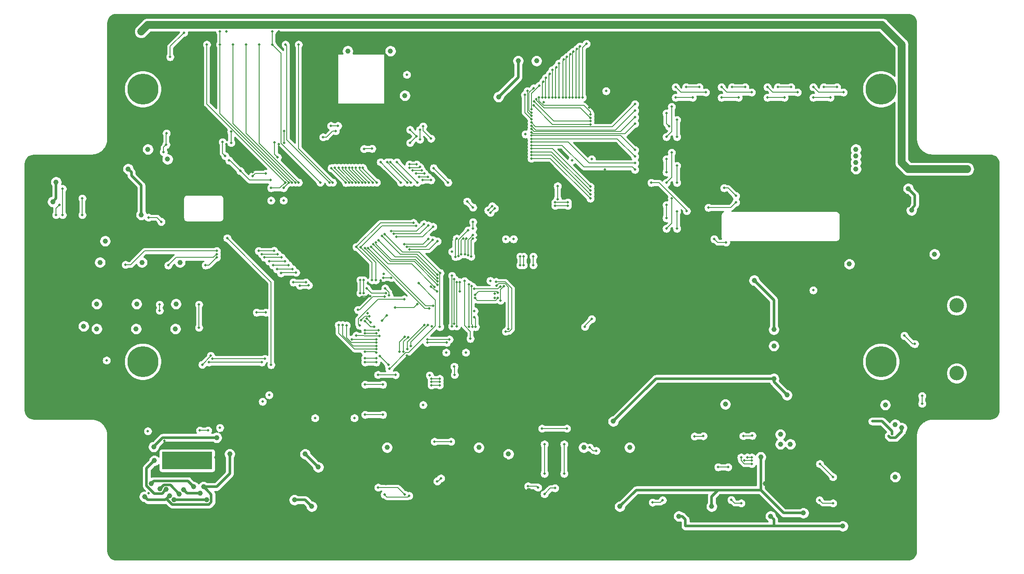
<source format=gbl>
G04 #@! TF.GenerationSoftware,KiCad,Pcbnew,(5.1.4-0-10_14)*
G04 #@! TF.CreationDate,2019-11-12T20:44:58-08:00*
G04 #@! TF.ProjectId,croptop,63726f70-746f-4702-9e6b-696361645f70,rev?*
G04 #@! TF.SameCoordinates,Original*
G04 #@! TF.FileFunction,Copper,L4,Bot*
G04 #@! TF.FilePolarity,Positive*
%FSLAX46Y46*%
G04 Gerber Fmt 4.6, Leading zero omitted, Abs format (unit mm)*
G04 Created by KiCad (PCBNEW (5.1.4-0-10_14)) date 2019-11-12 20:44:58*
%MOMM*%
%LPD*%
G04 APERTURE LIST*
%ADD10C,2.819400*%
%ADD11C,0.600000*%
%ADD12R,9.700000X3.400000*%
%ADD13C,0.800000*%
%ADD14C,6.000000*%
%ADD15C,0.508000*%
%ADD16C,1.000000*%
%ADD17C,0.500000*%
%ADD18C,0.127000*%
%ADD19C,1.500000*%
%ADD20C,0.254000*%
G04 APERTURE END LIST*
D10*
X233527372Y-112166945D03*
X233527372Y-125306945D03*
D11*
X80005000Y-143540000D03*
X80005000Y-142240000D03*
X80005000Y-140940000D03*
X81785000Y-140940000D03*
X81785000Y-142240000D03*
X81785000Y-143540000D03*
X83565000Y-140940000D03*
X83565000Y-142240000D03*
X83565000Y-143540000D03*
X85345000Y-140940000D03*
X85345000Y-142240000D03*
X85345000Y-143540000D03*
X87125000Y-140940000D03*
X87125000Y-142240000D03*
X87125000Y-143540000D03*
X88905000Y-140940000D03*
X88905000Y-142240000D03*
X88905000Y-143540000D03*
D12*
X84455000Y-142240000D03*
D13*
X77460790Y-68640010D03*
X75869800Y-67981000D03*
X74278810Y-68640010D03*
X73619800Y-70231000D03*
X74278810Y-71821990D03*
X75869800Y-72481000D03*
X77460790Y-71821990D03*
X78119800Y-70231000D03*
D14*
X75869800Y-70231000D03*
D13*
X220462790Y-68640010D03*
X218871800Y-67981000D03*
X217280810Y-68640010D03*
X216621800Y-70231000D03*
X217280810Y-71821990D03*
X218871800Y-72481000D03*
X220462790Y-71821990D03*
X221121800Y-70231000D03*
D14*
X218871800Y-70231000D03*
X75869800Y-123037600D03*
D13*
X78119800Y-123037600D03*
X77460790Y-124628590D03*
X75869800Y-125287600D03*
X74278810Y-124628590D03*
X73619800Y-123037600D03*
X74278810Y-121446610D03*
X75869800Y-120787600D03*
X77460790Y-121446610D03*
D14*
X218871800Y-123037600D03*
D13*
X221121800Y-123037600D03*
X220462790Y-124628590D03*
X218871800Y-125287600D03*
X217280810Y-124628590D03*
X216621800Y-123037600D03*
X217280810Y-121446610D03*
X218871800Y-120787600D03*
X220462790Y-121446610D03*
D15*
X220980000Y-137160000D03*
X217170000Y-134620000D03*
X191770000Y-141605000D03*
X207010000Y-142875000D03*
X209550000Y-145415000D03*
X193839500Y-142875003D03*
X192405000Y-142240000D03*
X193839500Y-142240000D03*
X192950500Y-141605000D03*
X193839500Y-141605000D03*
X223393000Y-118030945D03*
X225425000Y-119634000D03*
X151130000Y-83693027D03*
X162560000Y-91440000D03*
X151130000Y-82423021D03*
X162560000Y-89916000D03*
X158496006Y-71882000D03*
X158686509Y-63500000D03*
X159766012Y-71882000D03*
X159956515Y-62484000D03*
X161036018Y-71882000D03*
X161798000Y-61468000D03*
X151130000Y-83058024D03*
X162560000Y-90678000D03*
X153670000Y-144780000D03*
X153670000Y-139065000D03*
X178308000Y-79502000D03*
X179070000Y-70866000D03*
X187960000Y-70866000D03*
X196850000Y-70866000D03*
X205740000Y-70866000D03*
X178308000Y-88392000D03*
D16*
X193675000Y-135890000D03*
X191770000Y-135890000D03*
X195580000Y-131445000D03*
X217805000Y-144780000D03*
X169545000Y-146685000D03*
X178402446Y-146572891D03*
X182880000Y-150495000D03*
X220345000Y-151765000D03*
X212725000Y-147955000D03*
X205105000Y-146050000D03*
X200660000Y-146050000D03*
X187345064Y-146553386D03*
X196457000Y-146685000D03*
X221533252Y-126836665D03*
X230505000Y-128905000D03*
X230505000Y-127000000D03*
X233045000Y-132080000D03*
X205740000Y-122555000D03*
X205740000Y-119380000D03*
X205740000Y-125730000D03*
X224155167Y-92710563D03*
X218440000Y-92710000D03*
X217170000Y-93345000D03*
X219075000Y-91440000D03*
X222250000Y-88900000D03*
X229235000Y-107315000D03*
X191135000Y-131445000D03*
X182880000Y-133350000D03*
X238125000Y-108585000D03*
X206375000Y-107315000D03*
X191770000Y-100965000D03*
X202565000Y-111125000D03*
X200025000Y-111125000D03*
D15*
X207010000Y-111760000D03*
D16*
X203835000Y-121285000D03*
X93980000Y-149225000D03*
X117475000Y-141605000D03*
X90170000Y-141605000D03*
X74676000Y-137160000D03*
X96520000Y-147320000D03*
D15*
X80010000Y-138430000D03*
D16*
X133985000Y-149860000D03*
X116205000Y-149860000D03*
X146050000Y-142240000D03*
X128270000Y-142240000D03*
X167005000Y-142240000D03*
X146050000Y-139700000D03*
X128270000Y-139700000D03*
X167005000Y-139700000D03*
X149225000Y-144780000D03*
X149225000Y-144780000D03*
X130810000Y-139700000D03*
X137160000Y-139700000D03*
X86995000Y-59690000D03*
X76835000Y-76835000D03*
X212090000Y-101600000D03*
D15*
X203708000Y-89662000D03*
X207264000Y-89662000D03*
X190771000Y-89916000D03*
X185674000Y-91694000D03*
X178308000Y-97282000D03*
X153523500Y-72779246D03*
X157480000Y-83058000D03*
X165354000Y-85852000D03*
X166624000Y-70612000D03*
X215519000Y-75946000D03*
D16*
X234950000Y-93345000D03*
X234950000Y-92075000D03*
X234950000Y-90805000D03*
X235585000Y-88265000D03*
X217805000Y-80645000D03*
X76835000Y-63500000D03*
X75565000Y-158750000D03*
X128778000Y-69215000D03*
X124206000Y-70739000D03*
X123952000Y-68961000D03*
X120015000Y-62865000D03*
X127635000Y-62865000D03*
X144780000Y-67945000D03*
X144780000Y-61912500D03*
X144780000Y-59880500D03*
X132334000Y-59880500D03*
X132334000Y-63944500D03*
X132334000Y-66929000D03*
X139871756Y-73305405D03*
X136440629Y-73337928D03*
X72390000Y-88265000D03*
X56515000Y-99695000D03*
X66675000Y-100330000D03*
X55245000Y-85090000D03*
X55245000Y-89535000D03*
X65405000Y-85090000D03*
X76835000Y-97155000D03*
X80391000Y-107696000D03*
X87884000Y-107696000D03*
X72390000Y-107696000D03*
X60960000Y-103505000D03*
D15*
X91313000Y-111125000D03*
X91313000Y-115951000D03*
X89789000Y-120650000D03*
X128270000Y-123825000D03*
X127000000Y-121920000D03*
X133350000Y-121285000D03*
X137160000Y-121285000D03*
X104140000Y-133985000D03*
X109855000Y-129540000D03*
D16*
X73025000Y-147955000D03*
X103505000Y-139700000D03*
X56134000Y-113665000D03*
X56388000Y-123444000D03*
X67564000Y-122301000D03*
D15*
X76962000Y-148590000D03*
D16*
X74422000Y-84582000D03*
X119380000Y-147193000D03*
X110490000Y-150241000D03*
X122936000Y-146558000D03*
X129921000Y-151257000D03*
X140589000Y-146558000D03*
X144780000Y-148590000D03*
X151638000Y-149860000D03*
X150622000Y-148082000D03*
X162052000Y-147066000D03*
X162814000Y-148590000D03*
X217805000Y-144780000D03*
X220726000Y-133731000D03*
X199644000Y-133604000D03*
X211074000Y-133604000D03*
X229743000Y-113538000D03*
X221742000Y-115951000D03*
X226441000Y-95123000D03*
D15*
X167132000Y-81915000D03*
X166751000Y-76454000D03*
X162306000Y-73787000D03*
X102235000Y-59055000D03*
X92075000Y-59055000D03*
X92075000Y-80899000D03*
X102235000Y-80899000D03*
X109855000Y-80772000D03*
D16*
X211709000Y-118110000D03*
X148590000Y-61976000D03*
D15*
X142748000Y-97917000D03*
X143891000Y-97917000D03*
X147447000Y-78994000D03*
X147447000Y-84074000D03*
X144018000Y-109855000D03*
X142240000Y-105156000D03*
X154305000Y-109474000D03*
X154305000Y-97917000D03*
X130175000Y-137541000D03*
X97155000Y-86360000D03*
X140589000Y-99060000D03*
X135763000Y-99441000D03*
X131826000Y-116205000D03*
X119888000Y-110363000D03*
X68453000Y-129286000D03*
X121920000Y-107315000D03*
X166497000Y-136525000D03*
X165608000Y-134747000D03*
X139065000Y-122936000D03*
X186817000Y-73279000D03*
X195707000Y-73025000D03*
X204089000Y-73025000D03*
X175895000Y-81153000D03*
X180340000Y-81280000D03*
X117475000Y-111125000D03*
X99568000Y-133985000D03*
D16*
X224155000Y-89535000D03*
X224790000Y-93726581D03*
D15*
X76835000Y-136525000D03*
X90805000Y-135890000D03*
D16*
X123190000Y-139700000D03*
X140970000Y-139700000D03*
X170180000Y-139700000D03*
D15*
X116840000Y-133985000D03*
D16*
X76835000Y-81915000D03*
D15*
X190771000Y-92202000D03*
X185420000Y-93218000D03*
X159004000Y-84074000D03*
X162814000Y-83820000D03*
X165608000Y-70612000D03*
D16*
X213995000Y-85725000D03*
X213995000Y-84455000D03*
X213995000Y-83185000D03*
X213995000Y-81915000D03*
X126619000Y-71501000D03*
X115570000Y-62865000D03*
X123825000Y-62865000D03*
X198120000Y-120015000D03*
X80645000Y-83820000D03*
X68580000Y-99695000D03*
X188722000Y-131318000D03*
X67580000Y-103820000D03*
X75708000Y-103820000D03*
X83074000Y-103820000D03*
X66929000Y-111887000D03*
X66929000Y-116713000D03*
X74549000Y-116713000D03*
X82169000Y-116713000D03*
X82296000Y-111887000D03*
X74676000Y-111887000D03*
D15*
X131445000Y-125730000D03*
X134620000Y-121285000D03*
X138430000Y-121285000D03*
X119380000Y-113665000D03*
X122555000Y-106045000D03*
X100330000Y-129540000D03*
X99060000Y-130810000D03*
X109220000Y-133985000D03*
D16*
X64389000Y-116205000D03*
X152146000Y-64770000D03*
D15*
X127000000Y-67437000D03*
X146177000Y-99314000D03*
X147701000Y-99314000D03*
X149987000Y-78994000D03*
X144018000Y-110744000D03*
X130175000Y-131445000D03*
D16*
X146685000Y-140970000D03*
D15*
X135763000Y-101727000D03*
X68834000Y-122809000D03*
X103124000Y-91821000D03*
X100711000Y-91821000D03*
X140081000Y-113284000D03*
X140208000Y-110109000D03*
X144653000Y-109715510D03*
X151511000Y-104349040D03*
X151511000Y-102698010D03*
X140208000Y-110744000D03*
X144653000Y-110744000D03*
X122682000Y-110490000D03*
X87376000Y-123634500D03*
X89027000Y-121920000D03*
X97917000Y-113538000D03*
X99695000Y-113538000D03*
X117538500Y-113030000D03*
D16*
X221615000Y-135255000D03*
X222885000Y-135890000D03*
X219710000Y-131445000D03*
X229235000Y-102235000D03*
X212725000Y-104140000D03*
X75565000Y-59055000D03*
X235585000Y-85725000D03*
X167005000Y-134620000D03*
X198120000Y-126365000D03*
X200660000Y-129540000D03*
D15*
X190771001Y-90932000D03*
X188468000Y-89408000D03*
D16*
X194310000Y-107315000D03*
X198120000Y-116840000D03*
X201295000Y-139065000D03*
X199390000Y-137160000D03*
X199390000Y-139065000D03*
X221615000Y-145415000D03*
D15*
X158178500Y-92837000D03*
X155765500Y-92837000D03*
X144023813Y-93348170D03*
X143197014Y-94175014D03*
X137287000Y-107632500D03*
X137287000Y-109461500D03*
X132842000Y-109474000D03*
X131679413Y-108477587D03*
D16*
X161290000Y-139700000D03*
D15*
X187325000Y-143510000D03*
X189230000Y-143510000D03*
X132908691Y-146237309D03*
X133604000Y-145669000D03*
D16*
X87630000Y-147320000D03*
X81038000Y-149042135D03*
X76200000Y-149225000D03*
X92710000Y-140970000D03*
X90170000Y-137795000D03*
X77978000Y-139573000D03*
X80403000Y-147806712D03*
X78105000Y-142240000D03*
X59055000Y-88265000D03*
X58420000Y-92075000D03*
D15*
X118935500Y-127508000D03*
X122364500Y-127508000D03*
X131775500Y-127635006D03*
X133349999Y-127635000D03*
X136271000Y-125603000D03*
X136210691Y-124018691D03*
D16*
X105243000Y-149860000D03*
X108585000Y-151130000D03*
X86995000Y-148590000D03*
X83754867Y-147889867D03*
X88265000Y-149860000D03*
X81915000Y-149794867D03*
D15*
X88646000Y-123190000D03*
X98933000Y-123190000D03*
X118935500Y-123190000D03*
X121094500Y-123190000D03*
X126365000Y-121094500D03*
X127254000Y-118300500D03*
X89359122Y-122506122D03*
X99501309Y-122488309D03*
X118935500Y-122428000D03*
X121094500Y-122428000D03*
X125603000Y-121094500D03*
X126619000Y-118237000D03*
X162560000Y-77089009D03*
X151574500Y-73406000D03*
X131699000Y-87884000D03*
X130048000Y-87884000D03*
X100584000Y-87884000D03*
X94742000Y-86106000D03*
X92583000Y-84074000D03*
X162560000Y-75184000D03*
X152631123Y-71882000D03*
X129921000Y-85979000D03*
X128143000Y-85979000D03*
X162560000Y-75819003D03*
X152068565Y-72176543D03*
X130429000Y-86614000D03*
X128778000Y-86614000D03*
X99695000Y-86614000D03*
X97155000Y-87122000D03*
X162560000Y-76454006D03*
X151638000Y-72644000D03*
X131064000Y-87249000D03*
X129413000Y-87249000D03*
X179324000Y-97282000D03*
X179324000Y-93980000D03*
X179324000Y-93980000D03*
X177292000Y-95250000D03*
X177292000Y-92710000D03*
X177292000Y-92710000D03*
X177292000Y-97282000D03*
X178308000Y-91440000D03*
X179324000Y-88392000D03*
X179324000Y-85090000D03*
X179324000Y-85090000D03*
X177292000Y-86360000D03*
X177292000Y-83820000D03*
X177292000Y-83820000D03*
X178308000Y-82550000D03*
X177292000Y-88392000D03*
X179324000Y-79502000D03*
X179324000Y-76200000D03*
X179324000Y-76200000D03*
X177800000Y-77470000D03*
X177292000Y-74930000D03*
X177292000Y-74930000D03*
X178308000Y-73660000D03*
X177292000Y-79502000D03*
X179070000Y-71882000D03*
X182372000Y-71882000D03*
X182372000Y-71882000D03*
X181102000Y-69850000D03*
X183642000Y-69850000D03*
X183642000Y-69850000D03*
X184912000Y-70866000D03*
X179070000Y-69850000D03*
X187960000Y-71882000D03*
X191262000Y-71882000D03*
X191262000Y-71882000D03*
X189992000Y-69850000D03*
X192532000Y-69850000D03*
X192532000Y-69850000D03*
X193802000Y-70866000D03*
X187960000Y-69850000D03*
X196850000Y-71882000D03*
X200152000Y-71882000D03*
X200152000Y-71882000D03*
X198882000Y-69850000D03*
X201422000Y-69850000D03*
X201422000Y-69850000D03*
X202692000Y-70866000D03*
X196850000Y-69850000D03*
X205740000Y-71882000D03*
X209042000Y-71882000D03*
X209042000Y-71882000D03*
X207772000Y-69850000D03*
X210312000Y-69850000D03*
X210312000Y-69850000D03*
X211582000Y-70866000D03*
X205740000Y-69850000D03*
D16*
X195580000Y-141549500D03*
X203835000Y-152400000D03*
X168275000Y-151130000D03*
X186055000Y-151130000D03*
D15*
X209550000Y-150495000D03*
X206975191Y-149894809D03*
X191770000Y-150495000D03*
X189865000Y-149860000D03*
X174625000Y-150336998D03*
X176564809Y-149894809D03*
D16*
X73025000Y-85725000D03*
X75565000Y-94615000D03*
D15*
X60325000Y-94615000D03*
X60325000Y-89535000D03*
X64135000Y-94615000D03*
X64135000Y-91440000D03*
X59055000Y-94615000D03*
X59690000Y-92710000D03*
X127635000Y-78105000D03*
X128905000Y-79375000D03*
X128905000Y-79375000D03*
X127635000Y-80645000D03*
X148971000Y-102698010D03*
X148971000Y-104349040D03*
X149606000Y-104349040D03*
X149606000Y-102698010D03*
X121031000Y-107251500D03*
X118048096Y-100899905D03*
X128778000Y-96774000D03*
X121158000Y-88328500D03*
X118491003Y-85471000D03*
X127508000Y-85471000D03*
X129540000Y-85344000D03*
X129540000Y-78105000D03*
X120269000Y-107251500D03*
X117221000Y-100838000D03*
X128270000Y-96139000D03*
X120396000Y-88328500D03*
X117856000Y-85471000D03*
X127508000Y-84835997D03*
X128905000Y-84836000D03*
X129536809Y-80006809D03*
X130175000Y-77470000D03*
X138893743Y-102381878D03*
X139827000Y-98552000D03*
X139823809Y-97278809D03*
X139827000Y-96012000D03*
X139827000Y-93154500D03*
X138684000Y-92011500D03*
X134999322Y-88328500D03*
X132207000Y-85534500D03*
X131699000Y-79819500D03*
X118935500Y-133350000D03*
X122364500Y-133350000D03*
X132400500Y-138557000D03*
X135569500Y-138557000D03*
X153225500Y-136017000D03*
X157988000Y-136017000D03*
X162434000Y-139700000D03*
X163703000Y-140335000D03*
X182753000Y-137541000D03*
X184464309Y-137480691D03*
X192192483Y-137461172D03*
X193929000Y-137414000D03*
X226822000Y-131191000D03*
X226822000Y-129695665D03*
X80391000Y-81026000D03*
X79883000Y-82416000D03*
X76962000Y-95123000D03*
X79428685Y-95938685D03*
X92202000Y-99123500D03*
X100711000Y-123698000D03*
X80457685Y-78800315D03*
X81153000Y-64008000D03*
X83820000Y-59309000D03*
X88265000Y-61595000D03*
X103505000Y-88328500D03*
X131318000Y-112706000D03*
X118872000Y-101095191D03*
X100711000Y-89408000D03*
X90805000Y-61595000D03*
X90805000Y-59055000D03*
X104140000Y-88328500D03*
X132080000Y-112261500D03*
X119523298Y-101095191D03*
X103124000Y-89408000D03*
X205740000Y-109220000D03*
X174371000Y-88392000D03*
X181229000Y-93853000D03*
X186563000Y-99314000D03*
X188849000Y-99949000D03*
X162814000Y-114808000D03*
X161515441Y-116297059D03*
X140335000Y-116332000D03*
X140081000Y-114427000D03*
X137014042Y-102588990D03*
X138871309Y-97602691D03*
X142748000Y-93726000D03*
X143570309Y-92903691D03*
X155765500Y-92202000D03*
X158178500Y-92202000D03*
X145161000Y-111188500D03*
X145862691Y-108397691D03*
X156210000Y-91567000D03*
X156210000Y-89027000D03*
X140081000Y-108966000D03*
X145155745Y-108476019D03*
X151130000Y-81153015D03*
X171196000Y-85852000D03*
X151130000Y-79883009D03*
X171196000Y-83312000D03*
X151130000Y-78613003D03*
X171196000Y-76962000D03*
X151130000Y-77342997D03*
X171196000Y-74422000D03*
X151130000Y-76072991D03*
X149860000Y-71374000D03*
X151130000Y-74802985D03*
X151577691Y-70043691D03*
X153266126Y-71882000D03*
X153416000Y-68834000D03*
X154536132Y-71882000D03*
X154686000Y-67310000D03*
X155828997Y-71882000D03*
X155956000Y-66040000D03*
X157226000Y-71882000D03*
X157416503Y-64516000D03*
X151130000Y-81788018D03*
X162560000Y-89154000D03*
X151130000Y-80518012D03*
X171196000Y-84582000D03*
X151130000Y-79248006D03*
X171196000Y-82042000D03*
X151130000Y-77978000D03*
X171196000Y-75692000D03*
X171196000Y-73152000D03*
X151130000Y-76707994D03*
X151130000Y-75437988D03*
X150368000Y-70612000D03*
X151130000Y-74167982D03*
X152654000Y-69596000D03*
X153901129Y-71882000D03*
X153924000Y-68072000D03*
X155193994Y-71882000D03*
X155194000Y-66548000D03*
X156464000Y-71882000D03*
X156464000Y-65278000D03*
X157861003Y-71882000D03*
X158051506Y-64008000D03*
X159131009Y-71882000D03*
X159258000Y-62992000D03*
X160401015Y-71882000D03*
X160528000Y-61976000D03*
X144399000Y-108331000D03*
X146685000Y-116741559D03*
X144272438Y-107569438D03*
X146177000Y-117221000D03*
X157480000Y-144780000D03*
X157480000Y-139065000D03*
X127441309Y-149037691D03*
X122682000Y-148844000D03*
X123605941Y-124425059D03*
X129286000Y-107861500D03*
X143175049Y-107380346D03*
X126619000Y-148844000D03*
X121475500Y-147447000D03*
X121412000Y-125603000D03*
X124812441Y-125631559D03*
X131775500Y-127000003D03*
X133350000Y-127000000D03*
X139319000Y-118618000D03*
X138175500Y-107442500D03*
X105537000Y-105791000D03*
X102619191Y-105914809D03*
X88474500Y-136398000D03*
X86935500Y-136398000D03*
X118935500Y-116967000D03*
X121539000Y-116967000D03*
X118618000Y-107251500D03*
X120015000Y-115443000D03*
X119253000Y-114681000D03*
X118618000Y-109752001D03*
D16*
X107315000Y-140970000D03*
X109855000Y-143510000D03*
D15*
X117983000Y-107251500D03*
X120650000Y-116332000D03*
X118900765Y-115209353D03*
X117983000Y-109752001D03*
X115189000Y-88392000D03*
X112395000Y-85534500D03*
X92964000Y-78486000D03*
X92964000Y-80645000D03*
X116459000Y-88328500D03*
X113792000Y-85471000D03*
X117729000Y-88328500D03*
X115189000Y-85471000D03*
X103251000Y-78359000D03*
X103251000Y-80645000D03*
X118999003Y-88328500D03*
X116459003Y-85471000D03*
X91313000Y-80518000D03*
X115824000Y-88328500D03*
X113030000Y-85471000D03*
X91821000Y-83184999D03*
X117094000Y-88328500D03*
X114554000Y-85471000D03*
X118364000Y-88328500D03*
X115824000Y-85471000D03*
X101981000Y-83439000D03*
X101408309Y-80582691D03*
X119634006Y-88328500D03*
X117094006Y-85471000D03*
X137566302Y-102275564D03*
X137922000Y-99187000D03*
X127127000Y-88328500D03*
X120269000Y-81788000D03*
X118716441Y-81816559D03*
X123190000Y-84391497D03*
X139450015Y-102688129D03*
X139827000Y-99187000D03*
X129032000Y-88328500D03*
X113665000Y-77343000D03*
X112331500Y-77343000D03*
X125095000Y-84391497D03*
X136398000Y-102743000D03*
X136651994Y-99187000D03*
X125857000Y-88328500D03*
X121920000Y-84391497D03*
X105029000Y-107696000D03*
X107442000Y-107696000D03*
X123952000Y-106807000D03*
X122428000Y-106807000D03*
X113220500Y-78359000D03*
X110805000Y-79545000D03*
X138276309Y-102233544D03*
X138557000Y-99187000D03*
X127762000Y-88328500D03*
X123825000Y-84391497D03*
X122809000Y-108839000D03*
X123571000Y-110196501D03*
X106299000Y-108331000D03*
X108010309Y-108270691D03*
X119253000Y-108839000D03*
X122936000Y-109752001D03*
X95885000Y-61595000D03*
X105410000Y-88328500D03*
X139065000Y-116268500D03*
X139065000Y-108077000D03*
X132975499Y-108140500D03*
X120523000Y-100330000D03*
X100965000Y-61595000D03*
X100965000Y-59055000D03*
X110236000Y-88328500D03*
X121542191Y-99571191D03*
X136207500Y-115676647D03*
X136207500Y-107061000D03*
X132969008Y-106870496D03*
X106045000Y-61595000D03*
X122748691Y-98364691D03*
X112649000Y-88328500D03*
X133419999Y-116332134D03*
X133477000Y-105854520D03*
X93345000Y-61595000D03*
X104775000Y-88328500D03*
X139700000Y-116268500D03*
X139605812Y-108409790D03*
X132402945Y-108572500D03*
X120073986Y-100779014D03*
X98425000Y-61595000D03*
X106045000Y-88328500D03*
X136652000Y-116205000D03*
X136652000Y-107696000D03*
X132975499Y-107505464D03*
X121031000Y-99949000D03*
X103505000Y-61595000D03*
X122228982Y-98729561D03*
X112014000Y-88328500D03*
X135763000Y-116174661D03*
X135763000Y-106426000D03*
X132968980Y-106235495D03*
X72517000Y-104267000D03*
X90170000Y-101600000D03*
X101279309Y-101539691D03*
X98301191Y-101596809D03*
X130302000Y-96393000D03*
X123952000Y-97790000D03*
X80772000Y-104394000D03*
X90170000Y-102235000D03*
X101981000Y-102235000D03*
X98936191Y-102231809D03*
X131187809Y-96650191D03*
X124460000Y-98298000D03*
X88011000Y-104394000D03*
X90170000Y-102870000D03*
X102743000Y-102870000D03*
X99441000Y-102870000D03*
X132073618Y-96907382D03*
X125034691Y-98866309D03*
X131219562Y-99285438D03*
X126492000Y-100330000D03*
X103378000Y-103632000D03*
X100333191Y-103628809D03*
X86741000Y-112014000D03*
X86741000Y-116459000D03*
X132041871Y-99479129D03*
X127000000Y-100838000D03*
X104073309Y-104333691D03*
X101092000Y-104394000D03*
X132927680Y-99736320D03*
X127508000Y-101346000D03*
X104835309Y-105095691D03*
X101854000Y-105156000D03*
X115316000Y-116014500D03*
X121094500Y-119380000D03*
X130975500Y-119380000D03*
X134747000Y-119380000D03*
X114554000Y-115951000D03*
X121094500Y-120015000D03*
X127762000Y-120015000D03*
X131064000Y-115951000D03*
X129051002Y-111887000D03*
X124714000Y-112585500D03*
X118935500Y-117602000D03*
X121094500Y-117602000D03*
X122174000Y-115125500D03*
X123172517Y-114057101D03*
X113792000Y-115951000D03*
X121094500Y-120650000D03*
X127127000Y-120650000D03*
X130429000Y-115951000D03*
X118935500Y-121158000D03*
X121094500Y-121285003D03*
X131775500Y-126365000D03*
X133349999Y-126365000D03*
X121793000Y-121983500D03*
X123444000Y-123634500D03*
X119761000Y-114300000D03*
X118110000Y-115062000D03*
X116332000Y-118745000D03*
X121094500Y-118745000D03*
X130975500Y-118745000D03*
X135255000Y-118745000D03*
X117856000Y-116078000D03*
X126492000Y-110957500D03*
X117221000Y-117983000D03*
X121666000Y-118110000D03*
D16*
X211455000Y-154940000D03*
X179705000Y-153035000D03*
X197485000Y-153035000D03*
X148590000Y-64770000D03*
X144780000Y-71755000D03*
D15*
X153670000Y-148717000D03*
X155702000Y-147574000D03*
X150495000Y-147193000D03*
X152400000Y-147447000D03*
D16*
X85725000Y-147320000D03*
X77470000Y-146685000D03*
X82957957Y-148686777D03*
X79227726Y-147744361D03*
D15*
X79121000Y-112014000D03*
X79121000Y-113157000D03*
D17*
X220980000Y-137160000D02*
X220980000Y-136525000D01*
X220980000Y-136525000D02*
X219075000Y-134620000D01*
X219075000Y-134620000D02*
X217170000Y-134620000D01*
D18*
X191770000Y-142240000D02*
X192405000Y-142875000D01*
X191770000Y-141605000D02*
X191770000Y-142240000D01*
X192405000Y-142875000D02*
X193839497Y-142875000D01*
X193839497Y-142875000D02*
X193839500Y-142875003D01*
X209550000Y-145415000D02*
X207010000Y-142875000D01*
X192405000Y-142240000D02*
X193839500Y-142240000D01*
X193839500Y-141605000D02*
X192950500Y-141605000D01*
X223393000Y-118030945D02*
X224996055Y-119634000D01*
X224996055Y-119634000D02*
X225425000Y-119634000D01*
X154813027Y-83693027D02*
X162560000Y-91440000D01*
X151130000Y-83693027D02*
X154813027Y-83693027D01*
X155067021Y-82423021D02*
X162560000Y-89916000D01*
X151130000Y-82423021D02*
X155067021Y-82423021D01*
X158496006Y-71882000D02*
X158496006Y-63690503D01*
X158496006Y-63690503D02*
X158686509Y-63500000D01*
X159766012Y-71882000D02*
X159766012Y-62674503D01*
X159766012Y-62674503D02*
X159956515Y-62484000D01*
X161036018Y-71882000D02*
X161036018Y-62229982D01*
X161036018Y-62229982D02*
X161798000Y-61468000D01*
X154940024Y-83058024D02*
X162560000Y-90678000D01*
X151130000Y-83058024D02*
X154940024Y-83058024D01*
X153670000Y-144780000D02*
X153670000Y-139065000D01*
X166497000Y-136525000D02*
X165608000Y-135636000D01*
X165608000Y-135636000D02*
X165608000Y-134747000D01*
X137160000Y-121285000D02*
X138811000Y-122936000D01*
X138811000Y-122936000D02*
X139065000Y-122936000D01*
X119888000Y-110363000D02*
X118237000Y-110363000D01*
X118237000Y-110363000D02*
X117475000Y-111125000D01*
X104140000Y-133985000D02*
X99568000Y-133985000D01*
D17*
X224155000Y-89535000D02*
X225032168Y-90412168D01*
X225032168Y-90412168D02*
X225425000Y-90805000D01*
X225425000Y-90805000D02*
X225425000Y-92710000D01*
X225425000Y-92710000D02*
X225425000Y-92738692D01*
D18*
X224576128Y-93659853D02*
X224642856Y-93726581D01*
X224576128Y-93587564D02*
X224576128Y-93659853D01*
D17*
X225425000Y-92738692D02*
X224642856Y-93726581D01*
D18*
X190771000Y-92202000D02*
X189755000Y-93218000D01*
X189755000Y-93218000D02*
X185420000Y-93218000D01*
X140208000Y-110109000D02*
X140906501Y-109410499D01*
X140906501Y-109410499D02*
X144347989Y-109410499D01*
X144347989Y-109410499D02*
X144653000Y-109715510D01*
X151511000Y-104349040D02*
X151511000Y-102698010D01*
X140208000Y-110744000D02*
X140652501Y-111188501D01*
X140652501Y-111188501D02*
X144208499Y-111188501D01*
X144208499Y-111188501D02*
X144653000Y-110744000D01*
X87376000Y-123634500D02*
X89027000Y-121983500D01*
X89027000Y-121983500D02*
X89027000Y-121920000D01*
X97917000Y-113538000D02*
X99695000Y-113538000D01*
X122322790Y-110490000D02*
X122682000Y-110490000D01*
X120437710Y-110490000D02*
X122322790Y-110490000D01*
X117897710Y-113030000D02*
X120437710Y-110490000D01*
X117538500Y-113030000D02*
X117897710Y-113030000D01*
D17*
X220677119Y-137791001D02*
X220345000Y-137458882D01*
X221691105Y-137791001D02*
X220677119Y-137791001D01*
X222885000Y-135890000D02*
X222885000Y-136597106D01*
X222885000Y-136597106D02*
X221691105Y-137791001D01*
D19*
X219075000Y-57785000D02*
X76835000Y-57785000D01*
X76835000Y-57785000D02*
X75565000Y-59055000D01*
X219075000Y-57785000D02*
X222885000Y-61595000D01*
X222885000Y-61595000D02*
X222885000Y-84455000D01*
X222885000Y-84455000D02*
X224155000Y-85725000D01*
X224155000Y-85725000D02*
X235585000Y-85725000D01*
D17*
X197485000Y-126365000D02*
X175260000Y-126365000D01*
X175260000Y-126365000D02*
X167005000Y-134620000D01*
X197485000Y-126365000D02*
X198120000Y-126365000D01*
X200660000Y-129540000D02*
X198120000Y-127000000D01*
X198120000Y-127000000D02*
X198120000Y-126365000D01*
D18*
X190771001Y-90932000D02*
X189247001Y-89408000D01*
X189247001Y-89408000D02*
X188468000Y-89408000D01*
D17*
X194310000Y-107315000D02*
X198120000Y-111125000D01*
X198120000Y-111125000D02*
X198120000Y-116840000D01*
D18*
X158178500Y-92837000D02*
X155765500Y-92837000D01*
X144023813Y-93348170D02*
X144023813Y-93348215D01*
X144023813Y-93348215D02*
X143197014Y-94175014D01*
X137287000Y-107632500D02*
X137287000Y-109461500D01*
X132421827Y-109220001D02*
X131679413Y-108477587D01*
X132842000Y-109474000D02*
X132588001Y-109220001D01*
X132588001Y-109220001D02*
X132421827Y-109220001D01*
X187325000Y-143510000D02*
X189230000Y-143510000D01*
X132908691Y-146237309D02*
X133035691Y-146237309D01*
X133035691Y-146237309D02*
X133604000Y-145669000D01*
D17*
X88129999Y-147819999D02*
X87630000Y-147320000D01*
X89142001Y-148832001D02*
X88129999Y-147819999D01*
X89142001Y-150280961D02*
X89142001Y-148832001D01*
X88685961Y-150737001D02*
X89142001Y-150280961D01*
X81559172Y-150737001D02*
X88685961Y-150737001D01*
X80538001Y-149715830D02*
X81559172Y-150737001D01*
X80538001Y-149542134D02*
X80538001Y-149715830D01*
X81038000Y-149042135D02*
X80538001Y-149542134D01*
X80855135Y-149225000D02*
X81038000Y-149042135D01*
X81038000Y-149042135D02*
X80220135Y-149860000D01*
X76835000Y-149860000D02*
X76200000Y-149225000D01*
X80220135Y-149860000D02*
X76835000Y-149860000D01*
X92710000Y-140970000D02*
X92710000Y-142240000D01*
X92710000Y-142240000D02*
X92710000Y-144780000D01*
X90170000Y-147320000D02*
X92710000Y-144780000D01*
X87630000Y-147320000D02*
X90170000Y-147320000D01*
X77978000Y-139528118D02*
X77978000Y-139573000D01*
X90170000Y-137795000D02*
X79711118Y-137795000D01*
X79711118Y-137795000D02*
X77978000Y-139528118D01*
X79903001Y-148306711D02*
X80403000Y-147806712D01*
X79648687Y-148621362D02*
X79903001Y-148367048D01*
X79903001Y-148367048D02*
X79903001Y-148306711D01*
X78108400Y-148621362D02*
X79648687Y-148621362D01*
X76592999Y-147105961D02*
X78108400Y-148621362D01*
X76592999Y-143752001D02*
X76592999Y-147105961D01*
X78105000Y-142240000D02*
X76592999Y-143752001D01*
X59055000Y-88265000D02*
X59055000Y-91440000D01*
X59055000Y-91440000D02*
X58420000Y-92075000D01*
D18*
X118935500Y-127508000D02*
X122364500Y-127508000D01*
X131775500Y-127635006D02*
X133349993Y-127635006D01*
X133349993Y-127635006D02*
X133349999Y-127635000D01*
X136271000Y-125603000D02*
X136271000Y-124079000D01*
X136271000Y-124079000D02*
X136210691Y-124018691D01*
D17*
X105243000Y-149860000D02*
X107315000Y-149860000D01*
X107315000Y-149860000D02*
X108585000Y-151130000D01*
X86995000Y-148590000D02*
X84455000Y-148590000D01*
X84455000Y-148590000D02*
X83754867Y-147889867D01*
X81915000Y-149860000D02*
X81849867Y-149794867D01*
X88265000Y-149860000D02*
X81849867Y-149794867D01*
D18*
X88646000Y-123190000D02*
X98933000Y-123190000D01*
X118935500Y-123190000D02*
X121094500Y-123190000D01*
X126365000Y-121094500D02*
X126365000Y-119189500D01*
X126365000Y-119189500D02*
X127254000Y-118300500D01*
X89359122Y-122506122D02*
X99483496Y-122506122D01*
X99483496Y-122506122D02*
X99501309Y-122488309D01*
X118935500Y-122428000D02*
X121094500Y-122428000D01*
X125603000Y-121094500D02*
X125603000Y-119253000D01*
X125603000Y-119253000D02*
X126619000Y-118237000D01*
X162560000Y-77089009D02*
X155257509Y-77089009D01*
X155257509Y-77089009D02*
X151574500Y-73406000D01*
X131699000Y-87884000D02*
X130048000Y-87884000D01*
X100584000Y-87884000D02*
X96520000Y-87884000D01*
X96520000Y-87884000D02*
X94742000Y-86106000D01*
X94742000Y-86106000D02*
X92710000Y-84074000D01*
X92710000Y-84074000D02*
X92583000Y-84074000D01*
X162560000Y-75184000D02*
X162560000Y-74676000D01*
X162560000Y-74676000D02*
X161290000Y-73406000D01*
X161290000Y-73406000D02*
X153670000Y-73406000D01*
X152631123Y-72544731D02*
X152631123Y-71882000D01*
X153670000Y-73406000D02*
X153492392Y-73406000D01*
X153492392Y-73406000D02*
X152631123Y-72544731D01*
X129921000Y-85979000D02*
X128143000Y-85979000D01*
X162560000Y-75819003D02*
X160654997Y-73914000D01*
X152068565Y-72341397D02*
X152068565Y-72176543D01*
X160654997Y-73914000D02*
X153641168Y-73914000D01*
X153641168Y-73914000D02*
X152068565Y-72341397D01*
X130429000Y-86614000D02*
X128778000Y-86614000D01*
X99695000Y-86614000D02*
X97663000Y-86614000D01*
X97663000Y-86614000D02*
X97155000Y-87122000D01*
X162560000Y-76454006D02*
X155448006Y-76454006D01*
X155448006Y-76454006D02*
X151638000Y-72644000D01*
X131064000Y-87249000D02*
X129413000Y-87249000D01*
X179324000Y-97282000D02*
X179324000Y-93980000D01*
X177292000Y-95250000D02*
X177292000Y-92710000D01*
X177292000Y-97282000D02*
X178308000Y-96266000D01*
X178308000Y-96266000D02*
X178308000Y-91440000D01*
X179324000Y-88392000D02*
X179324000Y-85090000D01*
X177292000Y-86360000D02*
X177292000Y-83820000D01*
X178308000Y-87376000D02*
X178308000Y-82550000D01*
X177292000Y-88392000D02*
X178308000Y-87376000D01*
X179324000Y-79502000D02*
X179324000Y-76200000D01*
X177292000Y-76962000D02*
X177292000Y-76708000D01*
X177800000Y-77470000D02*
X177292000Y-76962000D01*
X177292000Y-76708000D02*
X177292000Y-74930000D01*
X178308000Y-78486000D02*
X178308000Y-73660000D01*
X177292000Y-79502000D02*
X178308000Y-78486000D01*
X179070000Y-71882000D02*
X182372000Y-71882000D01*
X181102000Y-69850000D02*
X183642000Y-69850000D01*
X180086000Y-70866000D02*
X184912000Y-70866000D01*
X179070000Y-69850000D02*
X180086000Y-70866000D01*
X187960000Y-71882000D02*
X191262000Y-71882000D01*
X189992000Y-69850000D02*
X192532000Y-69850000D01*
X188976000Y-70866000D02*
X193802000Y-70866000D01*
X187960000Y-69850000D02*
X188976000Y-70866000D01*
X196850000Y-71882000D02*
X200152000Y-71882000D01*
X198882000Y-69850000D02*
X201422000Y-69850000D01*
X197866000Y-70866000D02*
X202692000Y-70866000D01*
X196850000Y-69850000D02*
X197866000Y-70866000D01*
X205740000Y-71882000D02*
X209042000Y-71882000D01*
X207772000Y-69850000D02*
X210312000Y-69850000D01*
X206756000Y-70866000D02*
X211582000Y-70866000D01*
X205740000Y-69850000D02*
X206756000Y-70866000D01*
D17*
X195580000Y-141549500D02*
X195580000Y-147955000D01*
X195580000Y-147955000D02*
X200025000Y-152400000D01*
X200025000Y-152400000D02*
X203835000Y-152400000D01*
X195580000Y-147955000D02*
X190836118Y-147955000D01*
X171450000Y-147955000D02*
X168275000Y-151130000D01*
X186055000Y-151130000D02*
X186055000Y-149225000D01*
X186055000Y-149225000D02*
X187325000Y-147955000D01*
X190836118Y-147955000D02*
X187325000Y-147955000D01*
X187325000Y-147955000D02*
X171450000Y-147955000D01*
D18*
X209550000Y-150495000D02*
X207575382Y-150495000D01*
X207575382Y-150495000D02*
X206975191Y-149894809D01*
X191770000Y-150495000D02*
X190500000Y-150495000D01*
X190500000Y-150495000D02*
X189865000Y-149860000D01*
X174625000Y-150336998D02*
X176122620Y-150336998D01*
X176122620Y-150336998D02*
X176564809Y-149894809D01*
D17*
X73025000Y-85725000D02*
X73660000Y-86360000D01*
X73660000Y-86360000D02*
X73660000Y-86995000D01*
X73660000Y-86995000D02*
X75565000Y-88900000D01*
X75565000Y-88900000D02*
X75565000Y-94615000D01*
D18*
X60325000Y-94615000D02*
X60325000Y-89535000D01*
X64135000Y-94615000D02*
X64135000Y-91440000D01*
X59055000Y-94615000D02*
X59055000Y-93345000D01*
X59055000Y-93345000D02*
X59690000Y-92710000D01*
X127635000Y-78105000D02*
X128905000Y-79375000D01*
X128905000Y-79375000D02*
X127635000Y-80645000D01*
X148971000Y-102698010D02*
X148971000Y-104349040D01*
X149606000Y-104349040D02*
X149606000Y-102698010D01*
X121031000Y-107251500D02*
X121031000Y-103882809D01*
X121031000Y-103882809D02*
X118048096Y-100899905D01*
X118048096Y-100899905D02*
X122174001Y-96774000D01*
X122174001Y-96774000D02*
X128778000Y-96774000D01*
X121158000Y-88328500D02*
X118491003Y-85661503D01*
X118491003Y-85661503D02*
X118491003Y-85471000D01*
X127508000Y-85471000D02*
X129413000Y-85471000D01*
X129413000Y-85471000D02*
X129540000Y-85344000D01*
X120269000Y-107251500D02*
X120269000Y-103886000D01*
X120269000Y-103886000D02*
X117221000Y-100838000D01*
X117221000Y-100838000D02*
X121920000Y-96139000D01*
X121920000Y-96139000D02*
X128270000Y-96139000D01*
X120396000Y-88328500D02*
X117856000Y-85788500D01*
X117856000Y-85788500D02*
X117856000Y-85471000D01*
X127508000Y-84835997D02*
X128904997Y-84835997D01*
X128904997Y-84835997D02*
X128905000Y-84836000D01*
X129536809Y-78108191D02*
X129540000Y-78105000D01*
X129536809Y-80006809D02*
X129536809Y-78108191D01*
X138893743Y-102381878D02*
X138893743Y-99485257D01*
X138893743Y-99485257D02*
X139192000Y-99187000D01*
X139192000Y-99187000D02*
X139827000Y-98552000D01*
X139823809Y-97278809D02*
X139823809Y-96015191D01*
X139823809Y-96015191D02*
X139827000Y-96012000D01*
X139827000Y-93154500D02*
X138684000Y-92011500D01*
X134999322Y-88328500D02*
X132207000Y-85536178D01*
X132207000Y-85536178D02*
X132207000Y-85534500D01*
X130175000Y-78295500D02*
X130175000Y-77470000D01*
X131699000Y-79819500D02*
X130175000Y-78295500D01*
X118935500Y-133350000D02*
X122364500Y-133350000D01*
X132400500Y-138557000D02*
X135569500Y-138557000D01*
X153225500Y-136017000D02*
X157988000Y-136017000D01*
X162434000Y-139700000D02*
X163069000Y-140335000D01*
X163069000Y-140335000D02*
X163703000Y-140335000D01*
X182753000Y-137541000D02*
X184404000Y-137541000D01*
X184404000Y-137541000D02*
X184464309Y-137480691D01*
X192192483Y-137461172D02*
X193881828Y-137461172D01*
X193881828Y-137461172D02*
X193929000Y-137414000D01*
X226822000Y-131191000D02*
X226822000Y-129695665D01*
X80391000Y-81026000D02*
X79883000Y-81534000D01*
X79883000Y-81534000D02*
X79883000Y-82416000D01*
X76962000Y-95123000D02*
X78613000Y-95123000D01*
X78613000Y-95123000D02*
X79428685Y-95938685D01*
X100711000Y-123040138D02*
X100711000Y-123698000D01*
X92202000Y-99123500D02*
X100711000Y-107632500D01*
X100711000Y-107632500D02*
X100711000Y-123040138D01*
X80391000Y-81026000D02*
X80391000Y-78867000D01*
X80391000Y-78867000D02*
X80457685Y-78800315D01*
X81153000Y-64008000D02*
X81153000Y-61976000D01*
X81153000Y-61976000D02*
X83820000Y-59309000D01*
X103464362Y-88328500D02*
X103505000Y-88328500D01*
X88265000Y-61595000D02*
X88265000Y-73129138D01*
X88265000Y-73129138D02*
X103464362Y-88328500D01*
X129219308Y-111442499D02*
X118872000Y-101095191D01*
X129264363Y-111442499D02*
X129219308Y-111442499D01*
X131318000Y-112706000D02*
X130527864Y-112706000D01*
X130527864Y-112706000D02*
X129264363Y-111442499D01*
X102425500Y-89408000D02*
X103505000Y-88328500D01*
X100711000Y-89408000D02*
X102425500Y-89408000D01*
X90805000Y-59055000D02*
X90805000Y-61595000D01*
X90805000Y-61595000D02*
X90805000Y-74993500D01*
X90805000Y-74993500D02*
X104140000Y-88328500D01*
X132080000Y-112261500D02*
X130689607Y-112261500D01*
X130689607Y-112261500D02*
X119523298Y-101095191D01*
X104140000Y-88392000D02*
X104140000Y-88328500D01*
X103124000Y-89408000D02*
X104140000Y-88392000D01*
X181229000Y-93703138D02*
X181229000Y-93853000D01*
X174371000Y-88392000D02*
X175917862Y-88392000D01*
X175917862Y-88392000D02*
X181229000Y-93703138D01*
X187198000Y-99949000D02*
X186563000Y-99314000D01*
X188849000Y-99949000D02*
X187198000Y-99949000D01*
X162814000Y-114808000D02*
X161515441Y-116106559D01*
X161515441Y-116106559D02*
X161515441Y-116297059D01*
X140335000Y-116332000D02*
X140335000Y-114681000D01*
X140335000Y-114681000D02*
X140081000Y-114427000D01*
X137014042Y-102588990D02*
X137014042Y-99459955D01*
X137014042Y-99459955D02*
X137286997Y-99187000D01*
X137286997Y-99187000D02*
X137287000Y-99187000D01*
X137287000Y-99187000D02*
X138871309Y-97602691D01*
X142748000Y-93726000D02*
X143570309Y-92903691D01*
X155765500Y-92202000D02*
X158178500Y-92202000D01*
X145161000Y-111188500D02*
X145161000Y-109099382D01*
X145161000Y-109099382D02*
X145862691Y-108397691D01*
X156210000Y-91567000D02*
X156210000Y-89027000D01*
X140081000Y-108966000D02*
X144623905Y-108966000D01*
X144623905Y-108966000D02*
X144665764Y-108966000D01*
X144665764Y-108966000D02*
X145155745Y-108476019D01*
X151130000Y-81153015D02*
X157099015Y-81153015D01*
X157099015Y-81153015D02*
X161290000Y-85344000D01*
X170688000Y-85344000D02*
X171196000Y-85852000D01*
X161290000Y-85344000D02*
X170688000Y-85344000D01*
X167767009Y-79883009D02*
X171196000Y-83312000D01*
X151130000Y-79883009D02*
X167767009Y-79883009D01*
X170942001Y-77215999D02*
X171196000Y-76962000D01*
X169290998Y-78867002D02*
X170942001Y-77215999D01*
X151383999Y-78867002D02*
X169290998Y-78867002D01*
X151130000Y-78613003D02*
X151383999Y-78867002D01*
X170942001Y-74675999D02*
X171196000Y-74422000D01*
X167386000Y-78232000D02*
X170942001Y-74675999D01*
X152019003Y-78232000D02*
X167386000Y-78232000D01*
X151130000Y-77342997D02*
X152019003Y-78232000D01*
X151130000Y-76072991D02*
X149860000Y-74802991D01*
X149860000Y-74802991D02*
X149860000Y-71374000D01*
X150685499Y-70935883D02*
X151577691Y-70043691D01*
X151130000Y-74802985D02*
X150685499Y-74358484D01*
X150685499Y-74358484D02*
X150685499Y-70935883D01*
X153266126Y-71882000D02*
X153266126Y-68983874D01*
X153266126Y-68983874D02*
X153416000Y-68834000D01*
X154536132Y-71882000D02*
X154536132Y-67459868D01*
X154536132Y-67459868D02*
X154686000Y-67310000D01*
X155828997Y-71882000D02*
X155828997Y-66167003D01*
X155828997Y-66167003D02*
X155956000Y-66040000D01*
X157226000Y-71882000D02*
X157226000Y-64706503D01*
X157226000Y-64706503D02*
X157416503Y-64516000D01*
X155194018Y-81788018D02*
X162560000Y-89154000D01*
X151130000Y-81788018D02*
X155194018Y-81788018D01*
X156823236Y-80518012D02*
X156823248Y-80518000D01*
X151130000Y-80518012D02*
X156823236Y-80518012D01*
X156823248Y-80518000D02*
X158242000Y-80518000D01*
X162306000Y-84582000D02*
X171196000Y-84582000D01*
X158242000Y-80518000D02*
X162306000Y-84582000D01*
X168402006Y-79248006D02*
X171196000Y-82042000D01*
X151130000Y-79248006D02*
X168402006Y-79248006D01*
X170942001Y-75945999D02*
X171196000Y-75692000D01*
X168401991Y-78486009D02*
X170942001Y-75945999D01*
X151638009Y-78486009D02*
X168401991Y-78486009D01*
X151130000Y-77978000D02*
X151638009Y-78486009D01*
X170942001Y-73405999D02*
X171196000Y-73152000D01*
X166814490Y-77533510D02*
X170942001Y-73405999D01*
X151955516Y-77533510D02*
X166814490Y-77533510D01*
X151130000Y-76707994D02*
X151955516Y-77533510D01*
X150876001Y-75183989D02*
X150875989Y-75183989D01*
X151130000Y-75437988D02*
X150876001Y-75183989D01*
X150875989Y-75183989D02*
X150368000Y-74676000D01*
X150368000Y-74676000D02*
X150368000Y-70612000D01*
X151130000Y-74167982D02*
X151130000Y-71120000D01*
X151130000Y-71120000D02*
X152654000Y-69596000D01*
X153901129Y-71882000D02*
X153901129Y-68094871D01*
X153901129Y-68094871D02*
X153924000Y-68072000D01*
X155194000Y-71881994D02*
X155193994Y-71882000D01*
X155194000Y-66548000D02*
X155194000Y-71881994D01*
X156464000Y-65278000D02*
X156464000Y-71882000D01*
X157861003Y-71882000D02*
X157861003Y-64198503D01*
X157861003Y-64198503D02*
X158051506Y-64008000D01*
X159131009Y-71882000D02*
X159131009Y-63118991D01*
X159131009Y-63118991D02*
X159258000Y-62992000D01*
X160401015Y-71882000D02*
X160401015Y-62102985D01*
X160401015Y-62102985D02*
X160528000Y-61976000D01*
X146072862Y-107950000D02*
X146685000Y-108562138D01*
X144399000Y-108331000D02*
X144780000Y-107950000D01*
X144780000Y-107950000D02*
X146072862Y-107950000D01*
X146685000Y-108562138D02*
X146685000Y-116268500D01*
X146685000Y-116268500D02*
X146685000Y-116741559D01*
X144272438Y-107569438D02*
X146051524Y-107569438D01*
X146051524Y-107569438D02*
X147320000Y-108837914D01*
X146863421Y-117221000D02*
X146177000Y-117221000D01*
X147320000Y-116764421D02*
X146863421Y-117221000D01*
X147320000Y-116205000D02*
X147320000Y-116764421D01*
X147320000Y-116205000D02*
X147320000Y-116268500D01*
X147320000Y-108837914D02*
X147320000Y-116205000D01*
X157480000Y-144780000D02*
X157480000Y-139065000D01*
X123129690Y-149291690D02*
X122682000Y-148844000D01*
X127441309Y-149037691D02*
X127187310Y-149291690D01*
X127187310Y-149291690D02*
X123129690Y-149291690D01*
X132524501Y-111100001D02*
X129286000Y-107861500D01*
X123859940Y-124171060D02*
X123946302Y-124171060D01*
X123605941Y-124425059D02*
X123859940Y-124171060D01*
X123946302Y-124171060D02*
X126809501Y-121307861D01*
X126809501Y-121307861D02*
X127381001Y-121307861D01*
X127381001Y-121307861D02*
X132524501Y-116164361D01*
X132524501Y-116164361D02*
X132524501Y-111100001D01*
X126619000Y-148844000D02*
X125222000Y-147447000D01*
X125222000Y-147447000D02*
X121475500Y-147447000D01*
X121412000Y-125603000D02*
X124783882Y-125603000D01*
X124783882Y-125603000D02*
X124812441Y-125631559D01*
X131775500Y-127000003D02*
X133349997Y-127000003D01*
X133349997Y-127000003D02*
X133350000Y-127000000D01*
X139319000Y-118618000D02*
X139319000Y-117221500D01*
X139319000Y-117221500D02*
X138175500Y-116078000D01*
X138175500Y-116078000D02*
X138175500Y-107442500D01*
X105537000Y-105791000D02*
X102743000Y-105791000D01*
X102743000Y-105791000D02*
X102619191Y-105914809D01*
X88474500Y-136398000D02*
X86935500Y-136398000D01*
X118935500Y-116967000D02*
X121539000Y-116967000D01*
X120015000Y-115443000D02*
X119253000Y-114681000D01*
X118618000Y-109752001D02*
X118618000Y-107251500D01*
D17*
X107315000Y-140970000D02*
X109855000Y-143510000D01*
D18*
X120650000Y-116332000D02*
X120023412Y-116332000D01*
X120023412Y-116332000D02*
X118900765Y-115209353D01*
X117983000Y-109752001D02*
X117983000Y-107251500D01*
X115189000Y-88392000D02*
X112395000Y-85598000D01*
X112395000Y-85598000D02*
X112395000Y-85534500D01*
X92964000Y-78486000D02*
X92964000Y-80645000D01*
X116459000Y-88328500D02*
X113792000Y-85661500D01*
X113792000Y-85661500D02*
X113792000Y-85471000D01*
X117729000Y-88328500D02*
X115189000Y-85788500D01*
X115189000Y-85788500D02*
X115189000Y-85471000D01*
X103251000Y-78359000D02*
X103251000Y-80645000D01*
X118999003Y-88328500D02*
X116459003Y-85788500D01*
X116459003Y-85788500D02*
X116459003Y-85471000D01*
X115824000Y-88328500D02*
X113030000Y-85534500D01*
X113030000Y-85534500D02*
X113030000Y-85471000D01*
X91313000Y-82676999D02*
X91313000Y-80518000D01*
X91821000Y-83184999D02*
X91313000Y-82676999D01*
X117094000Y-88328500D02*
X114554000Y-85788500D01*
X114554000Y-85788500D02*
X114554000Y-85471000D01*
X118364000Y-88328500D02*
X115824000Y-85788500D01*
X115824000Y-85788500D02*
X115824000Y-85471000D01*
X101981000Y-83439000D02*
X101408309Y-82866309D01*
X101408309Y-82866309D02*
X101408309Y-80582691D01*
X119634006Y-88328500D02*
X117094006Y-85788500D01*
X117094006Y-85788500D02*
X117094006Y-85471000D01*
X137566302Y-102275564D02*
X137566302Y-99542698D01*
X137566302Y-99542698D02*
X137922000Y-99187000D01*
X127127000Y-88328500D02*
X124333000Y-85534500D01*
X120269000Y-81788000D02*
X118745000Y-81788000D01*
X118745000Y-81788000D02*
X118716441Y-81816559D01*
X124333000Y-85534500D02*
X124333000Y-85534497D01*
X124333000Y-85534497D02*
X123190000Y-84391497D01*
X139450015Y-102688129D02*
X139450015Y-99563985D01*
X139450015Y-99563985D02*
X139827000Y-99187000D01*
X129032000Y-88328500D02*
X126365000Y-85661500D01*
X113665000Y-77343000D02*
X112331500Y-77343000D01*
X126365000Y-85661500D02*
X126365000Y-85661497D01*
X126365000Y-85661497D02*
X125095000Y-84391497D01*
X136398000Y-102743000D02*
X136398000Y-99440994D01*
X136398000Y-99440994D02*
X136651994Y-99187000D01*
X125857000Y-88328500D02*
X123063000Y-85534500D01*
X123063000Y-85534500D02*
X123063000Y-85534497D01*
X123063000Y-85534497D02*
X121920000Y-84391497D01*
X105029000Y-107696000D02*
X107442000Y-107696000D01*
X123952000Y-106807000D02*
X122428000Y-106807000D01*
X113220500Y-78359000D02*
X112649000Y-78359000D01*
X112649000Y-78359000D02*
X111463000Y-79545000D01*
X111463000Y-79545000D02*
X110805000Y-79545000D01*
X138276309Y-102233544D02*
X138276309Y-99467691D01*
X138276309Y-99467691D02*
X138557000Y-99187000D01*
X127762000Y-88328500D02*
X124968000Y-85534500D01*
X124968000Y-85534500D02*
X124968000Y-85534497D01*
X124968000Y-85534497D02*
X123825000Y-84391497D01*
X122809000Y-108839000D02*
X123571000Y-109601000D01*
X123571000Y-109601000D02*
X123571000Y-110196501D01*
X106299000Y-108331000D02*
X107950000Y-108331000D01*
X107950000Y-108331000D02*
X108010309Y-108270691D01*
X119253000Y-108839000D02*
X120166001Y-109752001D01*
X120166001Y-109752001D02*
X122936000Y-109752001D01*
X95885000Y-61595000D02*
X95885000Y-78803500D01*
X95885000Y-78803500D02*
X105410000Y-88328500D01*
X139065000Y-116268500D02*
X139065000Y-108077000D01*
X120523000Y-100330000D02*
X123825000Y-103632000D01*
X128466999Y-103632000D02*
X132975499Y-108140500D01*
X123825000Y-103632000D02*
X128466999Y-103632000D01*
X100965000Y-59055000D02*
X100965000Y-61595000D01*
X102679501Y-80772001D02*
X110236000Y-88328500D01*
X100965000Y-61595000D02*
X102679501Y-63309501D01*
X102679501Y-63309501D02*
X102679501Y-80772001D01*
X136207500Y-115676647D02*
X136207500Y-107061000D01*
X128841512Y-102743000D02*
X132969008Y-106870496D01*
X121542191Y-99571191D02*
X124714000Y-102743000D01*
X124714000Y-102743000D02*
X128841512Y-102743000D01*
X106045000Y-81724500D02*
X112649000Y-88328500D01*
X106045000Y-61595000D02*
X106045000Y-81724500D01*
X133419999Y-116332134D02*
X133419999Y-105911521D01*
X133419999Y-105911521D02*
X133477000Y-105854520D01*
X133223001Y-105600521D02*
X133477000Y-105854520D01*
X129412981Y-101790501D02*
X133223001Y-105600521D01*
X126174501Y-101790501D02*
X129412981Y-101790501D01*
X122748691Y-98364691D02*
X126174501Y-101790501D01*
X93345000Y-61595000D02*
X93345000Y-76898500D01*
X93345000Y-76898500D02*
X104775000Y-88328500D01*
X139700000Y-115909290D02*
X139573000Y-115782290D01*
X139700000Y-116268500D02*
X139700000Y-115909290D01*
X139573000Y-115782290D02*
X139573000Y-108442602D01*
X139573000Y-108442602D02*
X139605812Y-108409790D01*
X120073986Y-100779014D02*
X123434972Y-104140000D01*
X127970445Y-104140000D02*
X132402945Y-108572500D01*
X123434972Y-104140000D02*
X127970445Y-104140000D01*
X98425000Y-61595000D02*
X98425000Y-80708500D01*
X98425000Y-80708500D02*
X106045000Y-88328500D01*
X136652000Y-116205000D02*
X136652000Y-107696000D01*
X132721500Y-107251465D02*
X132975499Y-107505464D01*
X132651465Y-107251465D02*
X132721500Y-107251465D01*
X128651000Y-103251000D02*
X132651465Y-107251465D01*
X123973790Y-103251000D02*
X128651000Y-103251000D01*
X121031000Y-100308210D02*
X123973790Y-103251000D01*
X121031000Y-99949000D02*
X121031000Y-100308210D01*
X103758999Y-61848999D02*
X103758999Y-80073499D01*
X103505000Y-61595000D02*
X103758999Y-61848999D01*
X103758999Y-80073499D02*
X112014000Y-88328500D01*
X135763000Y-116174661D02*
X135763000Y-106426000D01*
X122228982Y-98729561D02*
X125734421Y-102235000D01*
X128968485Y-102235000D02*
X132968980Y-106235495D01*
X125734421Y-102235000D02*
X128968485Y-102235000D01*
X72517000Y-104267000D02*
X73533000Y-104267000D01*
X73533000Y-104267000D02*
X74930000Y-102870000D01*
X74930000Y-102870000D02*
X76200000Y-101600000D01*
X76200000Y-101600000D02*
X90170000Y-101600000D01*
X101222191Y-101596809D02*
X101279309Y-101539691D01*
X98301191Y-101596809D02*
X101222191Y-101596809D01*
X130302000Y-96393000D02*
X128905000Y-97790000D01*
X128905000Y-97790000D02*
X123952000Y-97790000D01*
X80772000Y-104394000D02*
X82296000Y-102870000D01*
X82296000Y-102870000D02*
X82550000Y-102870000D01*
X82550000Y-102870000D02*
X89535000Y-102870000D01*
X89535000Y-102870000D02*
X90170000Y-102235000D01*
X101981000Y-102235000D02*
X98939382Y-102235000D01*
X98939382Y-102235000D02*
X98936191Y-102231809D01*
X131187809Y-96650191D02*
X129540000Y-98298000D01*
X129540000Y-98298000D02*
X124460000Y-98298000D01*
X88011000Y-104394000D02*
X88646000Y-104394000D01*
X88646000Y-104394000D02*
X90170000Y-102870000D01*
X102743000Y-102870000D02*
X99441000Y-102870000D01*
X132073618Y-96907382D02*
X130114691Y-98866309D01*
X130114691Y-98866309D02*
X125034691Y-98866309D01*
X131219562Y-99285438D02*
X130965563Y-99539437D01*
X130965563Y-99539437D02*
X130175000Y-100330000D01*
X130175000Y-100330000D02*
X126619000Y-100330000D01*
X126619000Y-100330000D02*
X126492000Y-100330000D01*
X103378000Y-103632000D02*
X100336382Y-103632000D01*
X100336382Y-103632000D02*
X100333191Y-103628809D01*
X86741000Y-112014000D02*
X86741000Y-116459000D01*
X132041871Y-99479129D02*
X130683000Y-100838000D01*
X130683000Y-100838000D02*
X127000000Y-100838000D01*
X104073309Y-104333691D02*
X101152309Y-104333691D01*
X101152309Y-104333691D02*
X101092000Y-104394000D01*
X132927680Y-99736320D02*
X131318000Y-101346000D01*
X131318000Y-101346000D02*
X127508000Y-101346000D01*
X104835309Y-105095691D02*
X101914309Y-105095691D01*
X101914309Y-105095691D02*
X101854000Y-105156000D01*
X116309138Y-119380000D02*
X121094500Y-119380000D01*
X115316000Y-116014500D02*
X115316000Y-118386862D01*
X115316000Y-118386862D02*
X116309138Y-119380000D01*
X130975500Y-119380000D02*
X134747000Y-119380000D01*
X114554000Y-115951000D02*
X114554000Y-117984086D01*
X114554000Y-117984086D02*
X116584914Y-120015000D01*
X120777000Y-120015000D02*
X121094500Y-120015000D01*
X116584914Y-120015000D02*
X120777000Y-120015000D01*
X127762000Y-120015000D02*
X127762000Y-119253000D01*
X127762000Y-119253000D02*
X131064000Y-115951000D01*
X129051002Y-111887000D02*
X128352502Y-112585500D01*
X128352502Y-112585500D02*
X124714000Y-112585500D01*
X118935500Y-117602000D02*
X121094500Y-117602000D01*
X122174000Y-115125500D02*
X123172517Y-114126983D01*
X123172517Y-114126983D02*
X123172517Y-114057101D01*
X116860690Y-120650000D02*
X121094500Y-120650000D01*
X113792000Y-115951000D02*
X113792000Y-117581310D01*
X113792000Y-117581310D02*
X116860690Y-120650000D01*
X127127000Y-120650000D02*
X127127000Y-119253000D01*
X127127000Y-119253000D02*
X130429000Y-115951000D01*
X118935500Y-121158000D02*
X120967497Y-121158000D01*
X120967497Y-121158000D02*
X121094500Y-121285003D01*
X131775500Y-126365000D02*
X133349999Y-126365000D01*
X121793000Y-121983500D02*
X123444000Y-123634500D01*
X118935501Y-114236499D02*
X118110000Y-115062000D01*
X119761000Y-114300000D02*
X119697499Y-114236499D01*
X119697499Y-114236499D02*
X118935501Y-114236499D01*
X116332000Y-118745000D02*
X121094500Y-118745000D01*
X130975500Y-118745000D02*
X135255000Y-118745000D01*
X121429638Y-110957500D02*
X124079000Y-110957500D01*
X117602001Y-114785137D02*
X121429638Y-110957500D01*
X117856000Y-116078000D02*
X117602001Y-115824001D01*
X117602001Y-115824001D02*
X117602001Y-114785137D01*
X124079000Y-110957500D02*
X126492000Y-110957500D01*
X118785638Y-118110000D02*
X121666000Y-118110000D01*
X117221000Y-117983000D02*
X118658638Y-117983000D01*
X118658638Y-117983000D02*
X118785638Y-118110000D01*
D17*
X197485000Y-154940000D02*
X180975000Y-154940000D01*
X180975000Y-154940000D02*
X180975000Y-153670000D01*
X180975000Y-153670000D02*
X180340000Y-153035000D01*
X180340000Y-153035000D02*
X179705000Y-153035000D01*
X198120000Y-153670000D02*
X197485000Y-153035000D01*
X198120000Y-154940000D02*
X198120000Y-153670000D01*
X198120000Y-154940000D02*
X197485000Y-154940000D01*
X211455000Y-154940000D02*
X198120000Y-154940000D01*
X148590000Y-64770000D02*
X148590000Y-67945000D01*
X148590000Y-67945000D02*
X144780000Y-71755000D01*
D18*
X153670000Y-148717000D02*
X154813000Y-147574000D01*
X154813000Y-147574000D02*
X155702000Y-147574000D01*
X150495000Y-147193000D02*
X152146000Y-147193000D01*
X152146000Y-147193000D02*
X152400000Y-147447000D01*
D17*
X85225001Y-146820001D02*
X85725000Y-147320000D01*
X84590001Y-146185001D02*
X85225001Y-146820001D01*
X77969999Y-146185001D02*
X84590001Y-146185001D01*
X77470000Y-146685000D02*
X77969999Y-146185001D01*
X79227726Y-147684024D02*
X79227726Y-147744361D01*
X79982039Y-146929711D02*
X79227726Y-147684024D01*
X82957957Y-148686777D02*
X81200891Y-146929711D01*
X81200891Y-146929711D02*
X79982039Y-146929711D01*
D18*
X79121000Y-112014000D02*
X79121000Y-113157000D01*
D20*
G36*
X224353240Y-55761414D02*
G01*
X224666093Y-55855870D01*
X224954639Y-56009292D01*
X225207892Y-56215842D01*
X225416202Y-56467645D01*
X225571637Y-56755115D01*
X225668274Y-57067299D01*
X225706000Y-57426238D01*
X225706001Y-79919105D01*
X225709189Y-79951471D01*
X225709084Y-79966461D01*
X225710085Y-79976674D01*
X225759311Y-80445029D01*
X225772718Y-80510342D01*
X225785190Y-80575722D01*
X225788155Y-80585546D01*
X225927414Y-81035420D01*
X225953247Y-81096875D01*
X225978185Y-81158598D01*
X225983002Y-81167659D01*
X226206990Y-81581916D01*
X226244260Y-81637171D01*
X226280719Y-81692886D01*
X226287205Y-81700839D01*
X226587391Y-82063701D01*
X226634681Y-82110662D01*
X226681269Y-82158236D01*
X226689176Y-82164778D01*
X227054124Y-82462423D01*
X227109632Y-82499302D01*
X227164577Y-82536924D01*
X227173604Y-82541805D01*
X227589415Y-82762896D01*
X227651019Y-82788287D01*
X227712236Y-82814525D01*
X227722039Y-82817560D01*
X228172876Y-82953675D01*
X228238243Y-82966618D01*
X228303384Y-82980464D01*
X228313590Y-82981537D01*
X228782277Y-83027492D01*
X228817895Y-83031000D01*
X239994054Y-83031000D01*
X240355240Y-83066414D01*
X240668093Y-83160870D01*
X240956639Y-83314292D01*
X241209892Y-83520842D01*
X241418202Y-83772645D01*
X241573637Y-84060115D01*
X241670274Y-84372299D01*
X241708001Y-84731248D01*
X241708000Y-132425054D01*
X241672586Y-132786239D01*
X241578129Y-133099095D01*
X241424708Y-133387639D01*
X241218158Y-133640892D01*
X240966355Y-133849202D01*
X240678885Y-134004637D01*
X240366701Y-134101274D01*
X240007762Y-134139000D01*
X228817895Y-134139000D01*
X228785520Y-134142189D01*
X228770539Y-134142084D01*
X228760326Y-134143085D01*
X228291971Y-134192311D01*
X228226694Y-134205710D01*
X228161278Y-134218189D01*
X228151454Y-134221155D01*
X227701580Y-134360414D01*
X227640112Y-134386253D01*
X227578403Y-134411185D01*
X227569341Y-134416002D01*
X227155084Y-134639990D01*
X227099845Y-134677250D01*
X227044114Y-134713719D01*
X227036161Y-134720205D01*
X226673299Y-135020391D01*
X226626355Y-135067664D01*
X226578764Y-135114269D01*
X226572222Y-135122176D01*
X226274577Y-135487124D01*
X226237698Y-135542632D01*
X226200076Y-135597577D01*
X226195195Y-135606604D01*
X225974104Y-136022415D01*
X225948706Y-136084035D01*
X225922475Y-136145236D01*
X225919441Y-136155035D01*
X225919441Y-136155037D01*
X225919440Y-136155039D01*
X225783325Y-136605875D01*
X225770383Y-136671235D01*
X225756536Y-136736383D01*
X225755463Y-136746589D01*
X225709508Y-137215277D01*
X225706000Y-137250896D01*
X225706001Y-159730043D01*
X225670586Y-160091239D01*
X225576129Y-160404095D01*
X225422708Y-160692639D01*
X225216158Y-160945892D01*
X224964355Y-161154202D01*
X224676885Y-161309637D01*
X224364701Y-161406274D01*
X224005762Y-161444000D01*
X70774946Y-161444000D01*
X70413761Y-161408586D01*
X70100905Y-161314129D01*
X69812361Y-161160708D01*
X69559108Y-160954158D01*
X69350798Y-160702355D01*
X69195363Y-160414885D01*
X69098726Y-160102701D01*
X69061000Y-159743762D01*
X69061000Y-152923212D01*
X178570000Y-152923212D01*
X178570000Y-153146788D01*
X178613617Y-153366067D01*
X178699176Y-153572624D01*
X178823388Y-153758520D01*
X178981480Y-153916612D01*
X179167376Y-154040824D01*
X179373933Y-154126383D01*
X179593212Y-154170000D01*
X179816788Y-154170000D01*
X180036067Y-154126383D01*
X180090001Y-154104043D01*
X180090000Y-154896523D01*
X180085718Y-154940000D01*
X180102805Y-155113490D01*
X180153411Y-155280313D01*
X180235589Y-155434059D01*
X180346183Y-155568817D01*
X180480941Y-155679411D01*
X180634687Y-155761589D01*
X180801510Y-155812195D01*
X180975000Y-155829282D01*
X181018476Y-155825000D01*
X198076523Y-155825000D01*
X198120000Y-155829282D01*
X198163476Y-155825000D01*
X210736550Y-155825000D01*
X210917376Y-155945824D01*
X211123933Y-156031383D01*
X211343212Y-156075000D01*
X211566788Y-156075000D01*
X211786067Y-156031383D01*
X211992624Y-155945824D01*
X212178520Y-155821612D01*
X212336612Y-155663520D01*
X212460824Y-155477624D01*
X212546383Y-155271067D01*
X212590000Y-155051788D01*
X212590000Y-154828212D01*
X212546383Y-154608933D01*
X212460824Y-154402376D01*
X212336612Y-154216480D01*
X212178520Y-154058388D01*
X211992624Y-153934176D01*
X211786067Y-153848617D01*
X211566788Y-153805000D01*
X211343212Y-153805000D01*
X211123933Y-153848617D01*
X210917376Y-153934176D01*
X210736550Y-154055000D01*
X199005000Y-154055000D01*
X199005000Y-153713469D01*
X199009281Y-153670000D01*
X199005000Y-153626531D01*
X199005000Y-153626523D01*
X198992195Y-153496510D01*
X198941589Y-153329687D01*
X198941589Y-153329686D01*
X198859411Y-153175941D01*
X198776532Y-153074953D01*
X198776530Y-153074951D01*
X198748817Y-153041183D01*
X198715049Y-153013470D01*
X198618810Y-152917232D01*
X198576383Y-152703933D01*
X198490824Y-152497376D01*
X198366612Y-152311480D01*
X198208520Y-152153388D01*
X198022624Y-152029176D01*
X197816067Y-151943617D01*
X197596788Y-151900000D01*
X197373212Y-151900000D01*
X197153933Y-151943617D01*
X196947376Y-152029176D01*
X196761480Y-152153388D01*
X196603388Y-152311480D01*
X196479176Y-152497376D01*
X196393617Y-152703933D01*
X196350000Y-152923212D01*
X196350000Y-153146788D01*
X196393617Y-153366067D01*
X196479176Y-153572624D01*
X196603388Y-153758520D01*
X196761480Y-153916612D01*
X196947376Y-154040824D01*
X196981600Y-154055000D01*
X181860000Y-154055000D01*
X181860000Y-153713469D01*
X181864281Y-153670000D01*
X181860000Y-153626531D01*
X181860000Y-153626523D01*
X181847195Y-153496510D01*
X181796589Y-153329687D01*
X181796589Y-153329686D01*
X181714411Y-153175941D01*
X181631532Y-153074953D01*
X181631530Y-153074951D01*
X181603817Y-153041183D01*
X181570049Y-153013470D01*
X180996534Y-152439956D01*
X180968817Y-152406183D01*
X180834059Y-152295589D01*
X180680313Y-152213411D01*
X180513490Y-152162805D01*
X180429683Y-152154551D01*
X180428520Y-152153388D01*
X180242624Y-152029176D01*
X180036067Y-151943617D01*
X179816788Y-151900000D01*
X179593212Y-151900000D01*
X179373933Y-151943617D01*
X179167376Y-152029176D01*
X178981480Y-152153388D01*
X178823388Y-152311480D01*
X178699176Y-152497376D01*
X178613617Y-152703933D01*
X178570000Y-152923212D01*
X69061000Y-152923212D01*
X69061000Y-149113212D01*
X75065000Y-149113212D01*
X75065000Y-149336788D01*
X75108617Y-149556067D01*
X75194176Y-149762624D01*
X75318388Y-149948520D01*
X75476480Y-150106612D01*
X75662376Y-150230824D01*
X75868933Y-150316383D01*
X76082232Y-150358810D01*
X76178470Y-150455049D01*
X76206183Y-150488817D01*
X76239951Y-150516530D01*
X76239953Y-150516532D01*
X76340941Y-150599411D01*
X76494686Y-150681589D01*
X76604286Y-150714836D01*
X76661510Y-150732195D01*
X76791523Y-150745000D01*
X76791531Y-150745000D01*
X76835000Y-150749281D01*
X76878469Y-150745000D01*
X80176666Y-150745000D01*
X80220135Y-150749281D01*
X80263604Y-150745000D01*
X80263612Y-150745000D01*
X80310932Y-150740339D01*
X80902642Y-151332050D01*
X80930355Y-151365818D01*
X80964123Y-151393531D01*
X80964125Y-151393533D01*
X81046415Y-151461067D01*
X81065113Y-151476412D01*
X81218859Y-151558590D01*
X81385682Y-151609196D01*
X81515695Y-151622001D01*
X81515703Y-151622001D01*
X81559172Y-151626282D01*
X81602641Y-151622001D01*
X88642492Y-151622001D01*
X88685961Y-151626282D01*
X88729430Y-151622001D01*
X88729438Y-151622001D01*
X88859451Y-151609196D01*
X89026274Y-151558590D01*
X89180020Y-151476412D01*
X89314778Y-151365818D01*
X89342495Y-151332045D01*
X89737046Y-150937494D01*
X89770818Y-150909778D01*
X89881412Y-150775020D01*
X89963590Y-150621274D01*
X90012054Y-150461513D01*
X90014196Y-150454452D01*
X90017858Y-150417267D01*
X90027001Y-150324438D01*
X90027001Y-150324430D01*
X90031282Y-150280961D01*
X90027001Y-150237492D01*
X90027001Y-149748212D01*
X104108000Y-149748212D01*
X104108000Y-149971788D01*
X104151617Y-150191067D01*
X104237176Y-150397624D01*
X104361388Y-150583520D01*
X104519480Y-150741612D01*
X104705376Y-150865824D01*
X104911933Y-150951383D01*
X105131212Y-150995000D01*
X105354788Y-150995000D01*
X105574067Y-150951383D01*
X105780624Y-150865824D01*
X105961450Y-150745000D01*
X106948422Y-150745000D01*
X107451190Y-151247768D01*
X107493617Y-151461067D01*
X107579176Y-151667624D01*
X107703388Y-151853520D01*
X107861480Y-152011612D01*
X108047376Y-152135824D01*
X108253933Y-152221383D01*
X108473212Y-152265000D01*
X108696788Y-152265000D01*
X108916067Y-152221383D01*
X109122624Y-152135824D01*
X109308520Y-152011612D01*
X109466612Y-151853520D01*
X109590824Y-151667624D01*
X109676383Y-151461067D01*
X109720000Y-151241788D01*
X109720000Y-151018212D01*
X167140000Y-151018212D01*
X167140000Y-151241788D01*
X167183617Y-151461067D01*
X167269176Y-151667624D01*
X167393388Y-151853520D01*
X167551480Y-152011612D01*
X167737376Y-152135824D01*
X167943933Y-152221383D01*
X168163212Y-152265000D01*
X168386788Y-152265000D01*
X168606067Y-152221383D01*
X168812624Y-152135824D01*
X168998520Y-152011612D01*
X169156612Y-151853520D01*
X169280824Y-151667624D01*
X169366383Y-151461067D01*
X169408811Y-151247768D01*
X170407140Y-150249439D01*
X173736000Y-150249439D01*
X173736000Y-150424557D01*
X173770164Y-150596310D01*
X173837179Y-150758097D01*
X173934469Y-150903702D01*
X174058296Y-151027529D01*
X174203901Y-151124819D01*
X174365688Y-151191834D01*
X174537441Y-151225998D01*
X174712559Y-151225998D01*
X174884312Y-151191834D01*
X175046099Y-151124819D01*
X175179778Y-151035498D01*
X176088322Y-151035498D01*
X176122620Y-151038876D01*
X176156918Y-151035498D01*
X176156929Y-151035498D01*
X176259550Y-151025391D01*
X176391217Y-150985450D01*
X176512563Y-150920589D01*
X176618923Y-150833301D01*
X176640795Y-150806650D01*
X176666434Y-150781011D01*
X176824121Y-150749645D01*
X176985908Y-150682630D01*
X177131513Y-150585340D01*
X177255340Y-150461513D01*
X177352630Y-150315908D01*
X177419645Y-150154121D01*
X177453809Y-149982368D01*
X177453809Y-149807250D01*
X177419645Y-149635497D01*
X177352630Y-149473710D01*
X177255340Y-149328105D01*
X177131513Y-149204278D01*
X176985908Y-149106988D01*
X176824121Y-149039973D01*
X176652368Y-149005809D01*
X176477250Y-149005809D01*
X176305497Y-149039973D01*
X176143710Y-149106988D01*
X175998105Y-149204278D01*
X175874278Y-149328105D01*
X175776988Y-149473710D01*
X175709973Y-149635497D01*
X175709376Y-149638498D01*
X175179778Y-149638498D01*
X175046099Y-149549177D01*
X174884312Y-149482162D01*
X174712559Y-149447998D01*
X174537441Y-149447998D01*
X174365688Y-149482162D01*
X174203901Y-149549177D01*
X174058296Y-149646467D01*
X173934469Y-149770294D01*
X173837179Y-149915899D01*
X173770164Y-150077686D01*
X173736000Y-150249439D01*
X170407140Y-150249439D01*
X171816579Y-148840000D01*
X185257297Y-148840000D01*
X185233412Y-148884687D01*
X185182805Y-149051510D01*
X185165719Y-149225000D01*
X185170001Y-149268479D01*
X185170000Y-150411550D01*
X185049176Y-150592376D01*
X184963617Y-150798933D01*
X184920000Y-151018212D01*
X184920000Y-151241788D01*
X184963617Y-151461067D01*
X185049176Y-151667624D01*
X185173388Y-151853520D01*
X185331480Y-152011612D01*
X185517376Y-152135824D01*
X185723933Y-152221383D01*
X185943212Y-152265000D01*
X186166788Y-152265000D01*
X186386067Y-152221383D01*
X186592624Y-152135824D01*
X186778520Y-152011612D01*
X186936612Y-151853520D01*
X187060824Y-151667624D01*
X187146383Y-151461067D01*
X187190000Y-151241788D01*
X187190000Y-151018212D01*
X187146383Y-150798933D01*
X187060824Y-150592376D01*
X186940000Y-150411550D01*
X186940000Y-149772441D01*
X188976000Y-149772441D01*
X188976000Y-149947559D01*
X189010164Y-150119312D01*
X189077179Y-150281099D01*
X189174469Y-150426704D01*
X189298296Y-150550531D01*
X189443901Y-150647821D01*
X189605688Y-150714836D01*
X189763374Y-150746202D01*
X189981829Y-150964657D01*
X190003697Y-150991303D01*
X190030343Y-151013171D01*
X190030346Y-151013174D01*
X190047838Y-151027529D01*
X190110057Y-151078591D01*
X190231403Y-151143452D01*
X190363070Y-151183393D01*
X190465691Y-151193500D01*
X190465702Y-151193500D01*
X190500000Y-151196878D01*
X190534298Y-151193500D01*
X191215222Y-151193500D01*
X191348901Y-151282821D01*
X191510688Y-151349836D01*
X191682441Y-151384000D01*
X191857559Y-151384000D01*
X192029312Y-151349836D01*
X192191099Y-151282821D01*
X192336704Y-151185531D01*
X192460531Y-151061704D01*
X192557821Y-150916099D01*
X192624836Y-150754312D01*
X192659000Y-150582559D01*
X192659000Y-150407441D01*
X192624836Y-150235688D01*
X192557821Y-150073901D01*
X192460531Y-149928296D01*
X192336704Y-149804469D01*
X192191099Y-149707179D01*
X192029312Y-149640164D01*
X191857559Y-149606000D01*
X191682441Y-149606000D01*
X191510688Y-149640164D01*
X191348901Y-149707179D01*
X191215222Y-149796500D01*
X190789328Y-149796500D01*
X190751202Y-149758374D01*
X190719836Y-149600688D01*
X190652821Y-149438901D01*
X190555531Y-149293296D01*
X190431704Y-149169469D01*
X190286099Y-149072179D01*
X190124312Y-149005164D01*
X189952559Y-148971000D01*
X189777441Y-148971000D01*
X189605688Y-149005164D01*
X189443901Y-149072179D01*
X189298296Y-149169469D01*
X189174469Y-149293296D01*
X189077179Y-149438901D01*
X189010164Y-149600688D01*
X188976000Y-149772441D01*
X186940000Y-149772441D01*
X186940000Y-149591578D01*
X187691579Y-148840000D01*
X195213422Y-148840000D01*
X199368470Y-152995049D01*
X199396183Y-153028817D01*
X199429951Y-153056530D01*
X199429953Y-153056532D01*
X199452399Y-153074953D01*
X199530941Y-153139411D01*
X199684687Y-153221589D01*
X199851510Y-153272195D01*
X199981523Y-153285000D01*
X199981533Y-153285000D01*
X200024999Y-153289281D01*
X200068465Y-153285000D01*
X203116550Y-153285000D01*
X203297376Y-153405824D01*
X203503933Y-153491383D01*
X203723212Y-153535000D01*
X203946788Y-153535000D01*
X204166067Y-153491383D01*
X204372624Y-153405824D01*
X204558520Y-153281612D01*
X204716612Y-153123520D01*
X204840824Y-152937624D01*
X204926383Y-152731067D01*
X204970000Y-152511788D01*
X204970000Y-152288212D01*
X204926383Y-152068933D01*
X204840824Y-151862376D01*
X204716612Y-151676480D01*
X204558520Y-151518388D01*
X204372624Y-151394176D01*
X204166067Y-151308617D01*
X203946788Y-151265000D01*
X203723212Y-151265000D01*
X203503933Y-151308617D01*
X203297376Y-151394176D01*
X203116550Y-151515000D01*
X200391579Y-151515000D01*
X198683829Y-149807250D01*
X206086191Y-149807250D01*
X206086191Y-149982368D01*
X206120355Y-150154121D01*
X206187370Y-150315908D01*
X206284660Y-150461513D01*
X206408487Y-150585340D01*
X206554092Y-150682630D01*
X206715879Y-150749645D01*
X206873564Y-150781011D01*
X207057215Y-150964662D01*
X207079079Y-150991303D01*
X207105719Y-151013166D01*
X207105727Y-151013174D01*
X207185438Y-151078591D01*
X207271925Y-151124819D01*
X207306785Y-151143452D01*
X207438452Y-151183393D01*
X207541073Y-151193500D01*
X207541083Y-151193500D01*
X207575381Y-151196878D01*
X207609679Y-151193500D01*
X208995222Y-151193500D01*
X209128901Y-151282821D01*
X209290688Y-151349836D01*
X209462441Y-151384000D01*
X209637559Y-151384000D01*
X209809312Y-151349836D01*
X209971099Y-151282821D01*
X210116704Y-151185531D01*
X210240531Y-151061704D01*
X210337821Y-150916099D01*
X210404836Y-150754312D01*
X210439000Y-150582559D01*
X210439000Y-150407441D01*
X210404836Y-150235688D01*
X210337821Y-150073901D01*
X210240531Y-149928296D01*
X210116704Y-149804469D01*
X209971099Y-149707179D01*
X209809312Y-149640164D01*
X209637559Y-149606000D01*
X209462441Y-149606000D01*
X209290688Y-149640164D01*
X209128901Y-149707179D01*
X208995222Y-149796500D01*
X207864710Y-149796500D01*
X207861393Y-149793182D01*
X207830027Y-149635497D01*
X207763012Y-149473710D01*
X207665722Y-149328105D01*
X207541895Y-149204278D01*
X207396290Y-149106988D01*
X207234503Y-149039973D01*
X207062750Y-149005809D01*
X206887632Y-149005809D01*
X206715879Y-149039973D01*
X206554092Y-149106988D01*
X206408487Y-149204278D01*
X206284660Y-149328105D01*
X206187370Y-149473710D01*
X206120355Y-149635497D01*
X206086191Y-149807250D01*
X198683829Y-149807250D01*
X196465000Y-147588422D01*
X196465000Y-142787441D01*
X206121000Y-142787441D01*
X206121000Y-142962559D01*
X206155164Y-143134312D01*
X206222179Y-143296099D01*
X206319469Y-143441704D01*
X206443296Y-143565531D01*
X206588901Y-143662821D01*
X206750688Y-143729836D01*
X206908375Y-143761202D01*
X208663798Y-145516626D01*
X208695164Y-145674312D01*
X208762179Y-145836099D01*
X208859469Y-145981704D01*
X208983296Y-146105531D01*
X209128901Y-146202821D01*
X209290688Y-146269836D01*
X209462441Y-146304000D01*
X209637559Y-146304000D01*
X209809312Y-146269836D01*
X209971099Y-146202821D01*
X210116704Y-146105531D01*
X210240531Y-145981704D01*
X210337821Y-145836099D01*
X210404836Y-145674312D01*
X210439000Y-145502559D01*
X210439000Y-145327441D01*
X210434181Y-145303212D01*
X220480000Y-145303212D01*
X220480000Y-145526788D01*
X220523617Y-145746067D01*
X220609176Y-145952624D01*
X220733388Y-146138520D01*
X220891480Y-146296612D01*
X221077376Y-146420824D01*
X221283933Y-146506383D01*
X221503212Y-146550000D01*
X221726788Y-146550000D01*
X221946067Y-146506383D01*
X222152624Y-146420824D01*
X222338520Y-146296612D01*
X222496612Y-146138520D01*
X222620824Y-145952624D01*
X222706383Y-145746067D01*
X222750000Y-145526788D01*
X222750000Y-145303212D01*
X222706383Y-145083933D01*
X222620824Y-144877376D01*
X222496612Y-144691480D01*
X222338520Y-144533388D01*
X222152624Y-144409176D01*
X221946067Y-144323617D01*
X221726788Y-144280000D01*
X221503212Y-144280000D01*
X221283933Y-144323617D01*
X221077376Y-144409176D01*
X220891480Y-144533388D01*
X220733388Y-144691480D01*
X220609176Y-144877376D01*
X220523617Y-145083933D01*
X220480000Y-145303212D01*
X210434181Y-145303212D01*
X210404836Y-145155688D01*
X210337821Y-144993901D01*
X210240531Y-144848296D01*
X210116704Y-144724469D01*
X209971099Y-144627179D01*
X209809312Y-144560164D01*
X209651626Y-144528798D01*
X207896202Y-142773375D01*
X207864836Y-142615688D01*
X207797821Y-142453901D01*
X207700531Y-142308296D01*
X207576704Y-142184469D01*
X207431099Y-142087179D01*
X207269312Y-142020164D01*
X207097559Y-141986000D01*
X206922441Y-141986000D01*
X206750688Y-142020164D01*
X206588901Y-142087179D01*
X206443296Y-142184469D01*
X206319469Y-142308296D01*
X206222179Y-142453901D01*
X206155164Y-142615688D01*
X206121000Y-142787441D01*
X196465000Y-142787441D01*
X196465000Y-142267950D01*
X196585824Y-142087124D01*
X196671383Y-141880567D01*
X196715000Y-141661288D01*
X196715000Y-141437712D01*
X196671383Y-141218433D01*
X196585824Y-141011876D01*
X196461612Y-140825980D01*
X196303520Y-140667888D01*
X196117624Y-140543676D01*
X195911067Y-140458117D01*
X195691788Y-140414500D01*
X195468212Y-140414500D01*
X195248933Y-140458117D01*
X195042376Y-140543676D01*
X194856480Y-140667888D01*
X194698388Y-140825980D01*
X194574176Y-141011876D01*
X194550527Y-141068970D01*
X194530031Y-141038296D01*
X194406204Y-140914469D01*
X194260599Y-140817179D01*
X194098812Y-140750164D01*
X193927059Y-140716000D01*
X193751941Y-140716000D01*
X193580188Y-140750164D01*
X193418401Y-140817179D01*
X193395000Y-140832815D01*
X193371599Y-140817179D01*
X193209812Y-140750164D01*
X193038059Y-140716000D01*
X192862941Y-140716000D01*
X192691188Y-140750164D01*
X192529401Y-140817179D01*
X192383796Y-140914469D01*
X192360250Y-140938015D01*
X192336704Y-140914469D01*
X192191099Y-140817179D01*
X192029312Y-140750164D01*
X191857559Y-140716000D01*
X191682441Y-140716000D01*
X191510688Y-140750164D01*
X191348901Y-140817179D01*
X191203296Y-140914469D01*
X191079469Y-141038296D01*
X190982179Y-141183901D01*
X190915164Y-141345688D01*
X190881000Y-141517441D01*
X190881000Y-141692559D01*
X190915164Y-141864312D01*
X190982179Y-142026099D01*
X191071500Y-142159778D01*
X191071500Y-142205702D01*
X191068122Y-142240000D01*
X191071500Y-142274298D01*
X191071500Y-142274309D01*
X191081607Y-142376930D01*
X191121548Y-142508597D01*
X191121549Y-142508598D01*
X191186409Y-142629943D01*
X191251826Y-142709653D01*
X191251830Y-142709657D01*
X191273698Y-142736303D01*
X191300343Y-142758170D01*
X191886829Y-143344657D01*
X191908697Y-143371303D01*
X191935343Y-143393171D01*
X191935346Y-143393174D01*
X191957907Y-143411689D01*
X192015057Y-143458591D01*
X192136403Y-143523452D01*
X192268070Y-143563393D01*
X192370691Y-143573500D01*
X192370702Y-143573500D01*
X192405000Y-143576878D01*
X192439298Y-143573500D01*
X193284718Y-143573500D01*
X193418401Y-143662824D01*
X193580188Y-143729839D01*
X193751941Y-143764003D01*
X193927059Y-143764003D01*
X194098812Y-143729839D01*
X194260599Y-143662824D01*
X194406204Y-143565534D01*
X194530031Y-143441707D01*
X194627321Y-143296102D01*
X194694336Y-143134315D01*
X194695000Y-143130976D01*
X194695001Y-147070000D01*
X187368465Y-147070000D01*
X187324999Y-147065719D01*
X187281533Y-147070000D01*
X171493466Y-147070000D01*
X171449999Y-147065719D01*
X171406533Y-147070000D01*
X171406523Y-147070000D01*
X171276510Y-147082805D01*
X171109687Y-147133411D01*
X170955941Y-147215589D01*
X170955939Y-147215590D01*
X170955940Y-147215590D01*
X170854953Y-147298468D01*
X170854951Y-147298470D01*
X170821183Y-147326183D01*
X170793470Y-147359951D01*
X168157232Y-149996189D01*
X167943933Y-150038617D01*
X167737376Y-150124176D01*
X167551480Y-150248388D01*
X167393388Y-150406480D01*
X167269176Y-150592376D01*
X167183617Y-150798933D01*
X167140000Y-151018212D01*
X109720000Y-151018212D01*
X109676383Y-150798933D01*
X109590824Y-150592376D01*
X109466612Y-150406480D01*
X109308520Y-150248388D01*
X109122624Y-150124176D01*
X108916067Y-150038617D01*
X108702768Y-149996190D01*
X107971532Y-149264954D01*
X107943817Y-149231183D01*
X107809059Y-149120589D01*
X107655313Y-149038411D01*
X107488490Y-148987805D01*
X107358477Y-148975000D01*
X107358469Y-148975000D01*
X107315000Y-148970719D01*
X107271531Y-148975000D01*
X105961450Y-148975000D01*
X105780624Y-148854176D01*
X105574067Y-148768617D01*
X105354788Y-148725000D01*
X105131212Y-148725000D01*
X104911933Y-148768617D01*
X104705376Y-148854176D01*
X104519480Y-148978388D01*
X104361388Y-149136480D01*
X104237176Y-149322376D01*
X104151617Y-149528933D01*
X104108000Y-149748212D01*
X90027001Y-149748212D01*
X90027001Y-148875470D01*
X90031282Y-148832001D01*
X90027001Y-148788532D01*
X90027001Y-148788524D01*
X90014196Y-148658511D01*
X90012480Y-148652852D01*
X89988859Y-148574989D01*
X89963590Y-148491688D01*
X89881412Y-148337942D01*
X89817782Y-148260409D01*
X89798533Y-148236954D01*
X89798531Y-148236952D01*
X89772308Y-148205000D01*
X90126531Y-148205000D01*
X90170000Y-148209281D01*
X90213469Y-148205000D01*
X90213477Y-148205000D01*
X90343490Y-148192195D01*
X90510313Y-148141589D01*
X90664059Y-148059411D01*
X90798817Y-147948817D01*
X90826534Y-147915044D01*
X91382137Y-147359441D01*
X120586500Y-147359441D01*
X120586500Y-147534559D01*
X120620664Y-147706312D01*
X120687679Y-147868099D01*
X120784969Y-148013704D01*
X120908796Y-148137531D01*
X121054401Y-148234821D01*
X121216188Y-148301836D01*
X121387941Y-148336000D01*
X121563059Y-148336000D01*
X121734812Y-148301836D01*
X121896599Y-148234821D01*
X122030278Y-148145500D01*
X122127222Y-148145500D01*
X122115296Y-148153469D01*
X121991469Y-148277296D01*
X121894179Y-148422901D01*
X121827164Y-148584688D01*
X121793000Y-148756441D01*
X121793000Y-148931559D01*
X121827164Y-149103312D01*
X121894179Y-149265099D01*
X121991469Y-149410704D01*
X122115296Y-149534531D01*
X122260901Y-149631821D01*
X122422688Y-149698836D01*
X122580374Y-149730202D01*
X122611519Y-149761347D01*
X122633387Y-149787993D01*
X122660033Y-149809861D01*
X122660036Y-149809864D01*
X122739746Y-149875281D01*
X122861091Y-149940141D01*
X122861093Y-149940142D01*
X122992760Y-149980083D01*
X123095381Y-149990190D01*
X123095391Y-149990190D01*
X123129689Y-149993568D01*
X123163987Y-149990190D01*
X127153012Y-149990190D01*
X127187310Y-149993568D01*
X127221608Y-149990190D01*
X127221619Y-149990190D01*
X127324240Y-149980083D01*
X127455907Y-149940142D01*
X127481072Y-149926691D01*
X127528868Y-149926691D01*
X127700621Y-149892527D01*
X127862408Y-149825512D01*
X128008013Y-149728222D01*
X128131840Y-149604395D01*
X128229130Y-149458790D01*
X128296145Y-149297003D01*
X128330309Y-149125250D01*
X128330309Y-148950132D01*
X128296145Y-148778379D01*
X128234453Y-148629441D01*
X152781000Y-148629441D01*
X152781000Y-148804559D01*
X152815164Y-148976312D01*
X152882179Y-149138099D01*
X152979469Y-149283704D01*
X153103296Y-149407531D01*
X153248901Y-149504821D01*
X153410688Y-149571836D01*
X153582441Y-149606000D01*
X153757559Y-149606000D01*
X153929312Y-149571836D01*
X154091099Y-149504821D01*
X154236704Y-149407531D01*
X154360531Y-149283704D01*
X154457821Y-149138099D01*
X154524836Y-148976312D01*
X154556202Y-148818626D01*
X155102329Y-148272500D01*
X155147222Y-148272500D01*
X155280901Y-148361821D01*
X155442688Y-148428836D01*
X155614441Y-148463000D01*
X155789559Y-148463000D01*
X155961312Y-148428836D01*
X156123099Y-148361821D01*
X156268704Y-148264531D01*
X156392531Y-148140704D01*
X156489821Y-147995099D01*
X156556836Y-147833312D01*
X156591000Y-147661559D01*
X156591000Y-147486441D01*
X156556836Y-147314688D01*
X156489821Y-147152901D01*
X156392531Y-147007296D01*
X156268704Y-146883469D01*
X156123099Y-146786179D01*
X155961312Y-146719164D01*
X155789559Y-146685000D01*
X155614441Y-146685000D01*
X155442688Y-146719164D01*
X155280901Y-146786179D01*
X155147222Y-146875500D01*
X154847297Y-146875500D01*
X154812999Y-146872122D01*
X154778701Y-146875500D01*
X154778691Y-146875500D01*
X154676070Y-146885607D01*
X154544403Y-146925548D01*
X154544401Y-146925549D01*
X154423056Y-146990409D01*
X154343345Y-147055826D01*
X154343337Y-147055834D01*
X154316697Y-147077697D01*
X154294833Y-147104338D01*
X153568374Y-147830798D01*
X153410688Y-147862164D01*
X153248901Y-147929179D01*
X153103296Y-148026469D01*
X152979469Y-148150296D01*
X152882179Y-148295901D01*
X152815164Y-148457688D01*
X152781000Y-148629441D01*
X128234453Y-148629441D01*
X128229130Y-148616592D01*
X128131840Y-148470987D01*
X128008013Y-148347160D01*
X127862408Y-148249870D01*
X127700621Y-148182855D01*
X127528868Y-148148691D01*
X127353750Y-148148691D01*
X127209599Y-148177364D01*
X127185704Y-148153469D01*
X127040099Y-148056179D01*
X126878312Y-147989164D01*
X126720626Y-147957798D01*
X125740173Y-146977346D01*
X125718303Y-146950697D01*
X125611943Y-146863409D01*
X125490597Y-146798548D01*
X125358930Y-146758607D01*
X125256309Y-146748500D01*
X125256298Y-146748500D01*
X125222000Y-146745122D01*
X125187702Y-146748500D01*
X122030278Y-146748500D01*
X121896599Y-146659179D01*
X121734812Y-146592164D01*
X121563059Y-146558000D01*
X121387941Y-146558000D01*
X121216188Y-146592164D01*
X121054401Y-146659179D01*
X120908796Y-146756469D01*
X120784969Y-146880296D01*
X120687679Y-147025901D01*
X120620664Y-147187688D01*
X120586500Y-147359441D01*
X91382137Y-147359441D01*
X92591828Y-146149750D01*
X132019691Y-146149750D01*
X132019691Y-146324868D01*
X132053855Y-146496621D01*
X132120870Y-146658408D01*
X132218160Y-146804013D01*
X132341987Y-146927840D01*
X132487592Y-147025130D01*
X132649379Y-147092145D01*
X132821132Y-147126309D01*
X132996250Y-147126309D01*
X133101159Y-147105441D01*
X149606000Y-147105441D01*
X149606000Y-147280559D01*
X149640164Y-147452312D01*
X149707179Y-147614099D01*
X149804469Y-147759704D01*
X149928296Y-147883531D01*
X150073901Y-147980821D01*
X150235688Y-148047836D01*
X150407441Y-148082000D01*
X150582559Y-148082000D01*
X150754312Y-148047836D01*
X150916099Y-147980821D01*
X151049778Y-147891500D01*
X151627815Y-147891500D01*
X151709469Y-148013704D01*
X151833296Y-148137531D01*
X151978901Y-148234821D01*
X152140688Y-148301836D01*
X152312441Y-148336000D01*
X152487559Y-148336000D01*
X152659312Y-148301836D01*
X152821099Y-148234821D01*
X152966704Y-148137531D01*
X153090531Y-148013704D01*
X153187821Y-147868099D01*
X153254836Y-147706312D01*
X153289000Y-147534559D01*
X153289000Y-147359441D01*
X153254836Y-147187688D01*
X153187821Y-147025901D01*
X153090531Y-146880296D01*
X152966704Y-146756469D01*
X152821099Y-146659179D01*
X152659312Y-146592164D01*
X152487559Y-146558000D01*
X152439764Y-146558000D01*
X152414597Y-146544548D01*
X152282930Y-146504607D01*
X152180309Y-146494500D01*
X152180298Y-146494500D01*
X152146000Y-146491122D01*
X152111702Y-146494500D01*
X151049778Y-146494500D01*
X150916099Y-146405179D01*
X150754312Y-146338164D01*
X150582559Y-146304000D01*
X150407441Y-146304000D01*
X150235688Y-146338164D01*
X150073901Y-146405179D01*
X149928296Y-146502469D01*
X149804469Y-146626296D01*
X149707179Y-146771901D01*
X149640164Y-146933688D01*
X149606000Y-147105441D01*
X133101159Y-147105441D01*
X133168003Y-147092145D01*
X133329790Y-147025130D01*
X133475395Y-146927840D01*
X133599222Y-146804013D01*
X133696512Y-146658408D01*
X133742282Y-146547911D01*
X133863312Y-146523836D01*
X134025099Y-146456821D01*
X134170704Y-146359531D01*
X134294531Y-146235704D01*
X134391821Y-146090099D01*
X134458836Y-145928312D01*
X134493000Y-145756559D01*
X134493000Y-145581441D01*
X134458836Y-145409688D01*
X134391821Y-145247901D01*
X134294531Y-145102296D01*
X134170704Y-144978469D01*
X134025099Y-144881179D01*
X133863312Y-144814164D01*
X133691559Y-144780000D01*
X133516441Y-144780000D01*
X133344688Y-144814164D01*
X133182901Y-144881179D01*
X133037296Y-144978469D01*
X132913469Y-145102296D01*
X132816179Y-145247901D01*
X132770409Y-145358398D01*
X132649379Y-145382473D01*
X132487592Y-145449488D01*
X132341987Y-145546778D01*
X132218160Y-145670605D01*
X132120870Y-145816210D01*
X132053855Y-145977997D01*
X132019691Y-146149750D01*
X92591828Y-146149750D01*
X93305049Y-145436530D01*
X93338817Y-145408817D01*
X93375934Y-145363591D01*
X93449410Y-145274060D01*
X93449411Y-145274059D01*
X93531589Y-145120313D01*
X93582195Y-144953490D01*
X93595000Y-144823477D01*
X93595000Y-144823467D01*
X93599281Y-144780001D01*
X93595000Y-144736535D01*
X93595000Y-141688450D01*
X93715824Y-141507624D01*
X93801383Y-141301067D01*
X93845000Y-141081788D01*
X93845000Y-140858212D01*
X106180000Y-140858212D01*
X106180000Y-141081788D01*
X106223617Y-141301067D01*
X106309176Y-141507624D01*
X106433388Y-141693520D01*
X106591480Y-141851612D01*
X106777376Y-141975824D01*
X106983933Y-142061383D01*
X107197232Y-142103811D01*
X108721190Y-143627768D01*
X108763617Y-143841067D01*
X108849176Y-144047624D01*
X108973388Y-144233520D01*
X109131480Y-144391612D01*
X109317376Y-144515824D01*
X109523933Y-144601383D01*
X109743212Y-144645000D01*
X109966788Y-144645000D01*
X110186067Y-144601383D01*
X110392624Y-144515824D01*
X110578520Y-144391612D01*
X110736612Y-144233520D01*
X110860824Y-144047624D01*
X110946383Y-143841067D01*
X110990000Y-143621788D01*
X110990000Y-143398212D01*
X110946383Y-143178933D01*
X110860824Y-142972376D01*
X110736612Y-142786480D01*
X110578520Y-142628388D01*
X110392624Y-142504176D01*
X110186067Y-142418617D01*
X109972768Y-142376190D01*
X108454791Y-140858212D01*
X145550000Y-140858212D01*
X145550000Y-141081788D01*
X145593617Y-141301067D01*
X145679176Y-141507624D01*
X145803388Y-141693520D01*
X145961480Y-141851612D01*
X146147376Y-141975824D01*
X146353933Y-142061383D01*
X146573212Y-142105000D01*
X146796788Y-142105000D01*
X147016067Y-142061383D01*
X147222624Y-141975824D01*
X147408520Y-141851612D01*
X147566612Y-141693520D01*
X147690824Y-141507624D01*
X147776383Y-141301067D01*
X147820000Y-141081788D01*
X147820000Y-140858212D01*
X147776383Y-140638933D01*
X147690824Y-140432376D01*
X147566612Y-140246480D01*
X147408520Y-140088388D01*
X147222624Y-139964176D01*
X147016067Y-139878617D01*
X146796788Y-139835000D01*
X146573212Y-139835000D01*
X146353933Y-139878617D01*
X146147376Y-139964176D01*
X145961480Y-140088388D01*
X145803388Y-140246480D01*
X145679176Y-140432376D01*
X145593617Y-140638933D01*
X145550000Y-140858212D01*
X108454791Y-140858212D01*
X108448811Y-140852232D01*
X108406383Y-140638933D01*
X108320824Y-140432376D01*
X108196612Y-140246480D01*
X108038520Y-140088388D01*
X107852624Y-139964176D01*
X107646067Y-139878617D01*
X107426788Y-139835000D01*
X107203212Y-139835000D01*
X106983933Y-139878617D01*
X106777376Y-139964176D01*
X106591480Y-140088388D01*
X106433388Y-140246480D01*
X106309176Y-140432376D01*
X106223617Y-140638933D01*
X106180000Y-140858212D01*
X93845000Y-140858212D01*
X93801383Y-140638933D01*
X93715824Y-140432376D01*
X93591612Y-140246480D01*
X93433520Y-140088388D01*
X93247624Y-139964176D01*
X93041067Y-139878617D01*
X92821788Y-139835000D01*
X92598212Y-139835000D01*
X92378933Y-139878617D01*
X92172376Y-139964176D01*
X91986480Y-140088388D01*
X91828388Y-140246480D01*
X91704176Y-140432376D01*
X91618617Y-140638933D01*
X91575000Y-140858212D01*
X91575000Y-141081788D01*
X91618617Y-141301067D01*
X91704176Y-141507624D01*
X91825001Y-141688450D01*
X91825001Y-142196514D01*
X91825000Y-142196524D01*
X91825001Y-144413420D01*
X89803422Y-146435000D01*
X88348450Y-146435000D01*
X88167624Y-146314176D01*
X87961067Y-146228617D01*
X87741788Y-146185000D01*
X87518212Y-146185000D01*
X87298933Y-146228617D01*
X87092376Y-146314176D01*
X86906480Y-146438388D01*
X86748388Y-146596480D01*
X86677500Y-146702571D01*
X86606612Y-146596480D01*
X86448520Y-146438388D01*
X86262624Y-146314176D01*
X86056067Y-146228617D01*
X85842769Y-146186190D01*
X85246535Y-145589957D01*
X85218818Y-145556184D01*
X85084060Y-145445590D01*
X84930314Y-145363412D01*
X84763491Y-145312806D01*
X84633478Y-145300001D01*
X84633470Y-145300001D01*
X84590001Y-145295720D01*
X84546532Y-145300001D01*
X78013464Y-145300001D01*
X77969998Y-145295720D01*
X77926532Y-145300001D01*
X77926522Y-145300001D01*
X77796509Y-145312806D01*
X77629686Y-145363412D01*
X77477999Y-145444489D01*
X77477999Y-144118579D01*
X78222768Y-143373810D01*
X78436067Y-143331383D01*
X78642624Y-143245824D01*
X78828520Y-143121612D01*
X78966928Y-142983204D01*
X78966928Y-143940000D01*
X78979188Y-144064482D01*
X79015498Y-144184180D01*
X79074463Y-144294494D01*
X79153815Y-144391185D01*
X79250506Y-144470537D01*
X79360820Y-144529502D01*
X79480518Y-144565812D01*
X79605000Y-144578072D01*
X89305000Y-144578072D01*
X89429482Y-144565812D01*
X89549180Y-144529502D01*
X89659494Y-144470537D01*
X89756185Y-144391185D01*
X89835537Y-144294494D01*
X89894502Y-144184180D01*
X89930812Y-144064482D01*
X89943072Y-143940000D01*
X89943072Y-140540000D01*
X89930812Y-140415518D01*
X89894502Y-140295820D01*
X89835537Y-140185506D01*
X89756185Y-140088815D01*
X89659494Y-140009463D01*
X89549180Y-139950498D01*
X89429482Y-139914188D01*
X89305000Y-139901928D01*
X79605000Y-139901928D01*
X79480518Y-139914188D01*
X79360820Y-139950498D01*
X79250506Y-140009463D01*
X79153815Y-140088815D01*
X79074463Y-140185506D01*
X79015498Y-140295820D01*
X78979188Y-140415518D01*
X78966928Y-140540000D01*
X78966928Y-141496796D01*
X78828520Y-141358388D01*
X78642624Y-141234176D01*
X78436067Y-141148617D01*
X78216788Y-141105000D01*
X77993212Y-141105000D01*
X77773933Y-141148617D01*
X77567376Y-141234176D01*
X77381480Y-141358388D01*
X77223388Y-141516480D01*
X77099176Y-141702376D01*
X77013617Y-141908933D01*
X76971190Y-142122232D01*
X75997955Y-143095467D01*
X75964182Y-143123184D01*
X75853588Y-143257943D01*
X75771410Y-143411689D01*
X75741588Y-143509999D01*
X75721299Y-143576881D01*
X75720804Y-143578512D01*
X75707999Y-143708525D01*
X75707999Y-143708532D01*
X75703718Y-143752001D01*
X75707999Y-143795470D01*
X75708000Y-147062482D01*
X75703718Y-147105961D01*
X75720804Y-147279451D01*
X75771411Y-147446274D01*
X75853589Y-147600020D01*
X75936467Y-147701007D01*
X75936470Y-147701010D01*
X75964183Y-147734778D01*
X75997950Y-147762490D01*
X76328854Y-148093395D01*
X76311788Y-148090000D01*
X76088212Y-148090000D01*
X75868933Y-148133617D01*
X75662376Y-148219176D01*
X75476480Y-148343388D01*
X75318388Y-148501480D01*
X75194176Y-148687376D01*
X75108617Y-148893933D01*
X75065000Y-149113212D01*
X69061000Y-149113212D01*
X69061000Y-139461212D01*
X76843000Y-139461212D01*
X76843000Y-139684788D01*
X76886617Y-139904067D01*
X76972176Y-140110624D01*
X77096388Y-140296520D01*
X77254480Y-140454612D01*
X77440376Y-140578824D01*
X77646933Y-140664383D01*
X77866212Y-140708000D01*
X78089788Y-140708000D01*
X78309067Y-140664383D01*
X78515624Y-140578824D01*
X78701520Y-140454612D01*
X78859612Y-140296520D01*
X78983824Y-140110624D01*
X79069383Y-139904067D01*
X79113000Y-139684788D01*
X79113000Y-139644696D01*
X79169484Y-139588212D01*
X122055000Y-139588212D01*
X122055000Y-139811788D01*
X122098617Y-140031067D01*
X122184176Y-140237624D01*
X122308388Y-140423520D01*
X122466480Y-140581612D01*
X122652376Y-140705824D01*
X122858933Y-140791383D01*
X123078212Y-140835000D01*
X123301788Y-140835000D01*
X123521067Y-140791383D01*
X123727624Y-140705824D01*
X123913520Y-140581612D01*
X124071612Y-140423520D01*
X124195824Y-140237624D01*
X124281383Y-140031067D01*
X124325000Y-139811788D01*
X124325000Y-139588212D01*
X139835000Y-139588212D01*
X139835000Y-139811788D01*
X139878617Y-140031067D01*
X139964176Y-140237624D01*
X140088388Y-140423520D01*
X140246480Y-140581612D01*
X140432376Y-140705824D01*
X140638933Y-140791383D01*
X140858212Y-140835000D01*
X141081788Y-140835000D01*
X141301067Y-140791383D01*
X141507624Y-140705824D01*
X141693520Y-140581612D01*
X141851612Y-140423520D01*
X141975824Y-140237624D01*
X142061383Y-140031067D01*
X142105000Y-139811788D01*
X142105000Y-139588212D01*
X142061383Y-139368933D01*
X141975824Y-139162376D01*
X141852255Y-138977441D01*
X152781000Y-138977441D01*
X152781000Y-139152559D01*
X152815164Y-139324312D01*
X152882179Y-139486099D01*
X152971501Y-139619779D01*
X152971500Y-144225222D01*
X152882179Y-144358901D01*
X152815164Y-144520688D01*
X152781000Y-144692441D01*
X152781000Y-144867559D01*
X152815164Y-145039312D01*
X152882179Y-145201099D01*
X152979469Y-145346704D01*
X153103296Y-145470531D01*
X153248901Y-145567821D01*
X153410688Y-145634836D01*
X153582441Y-145669000D01*
X153757559Y-145669000D01*
X153929312Y-145634836D01*
X154091099Y-145567821D01*
X154236704Y-145470531D01*
X154360531Y-145346704D01*
X154457821Y-145201099D01*
X154524836Y-145039312D01*
X154559000Y-144867559D01*
X154559000Y-144692441D01*
X154524836Y-144520688D01*
X154457821Y-144358901D01*
X154368500Y-144225222D01*
X154368500Y-139619778D01*
X154457821Y-139486099D01*
X154524836Y-139324312D01*
X154559000Y-139152559D01*
X154559000Y-138977441D01*
X156591000Y-138977441D01*
X156591000Y-139152559D01*
X156625164Y-139324312D01*
X156692179Y-139486099D01*
X156781501Y-139619779D01*
X156781500Y-144225222D01*
X156692179Y-144358901D01*
X156625164Y-144520688D01*
X156591000Y-144692441D01*
X156591000Y-144867559D01*
X156625164Y-145039312D01*
X156692179Y-145201099D01*
X156789469Y-145346704D01*
X156913296Y-145470531D01*
X157058901Y-145567821D01*
X157220688Y-145634836D01*
X157392441Y-145669000D01*
X157567559Y-145669000D01*
X157739312Y-145634836D01*
X157901099Y-145567821D01*
X158046704Y-145470531D01*
X158170531Y-145346704D01*
X158267821Y-145201099D01*
X158334836Y-145039312D01*
X158369000Y-144867559D01*
X158369000Y-144692441D01*
X158334836Y-144520688D01*
X158267821Y-144358901D01*
X158178500Y-144225222D01*
X158178500Y-143422441D01*
X186436000Y-143422441D01*
X186436000Y-143597559D01*
X186470164Y-143769312D01*
X186537179Y-143931099D01*
X186634469Y-144076704D01*
X186758296Y-144200531D01*
X186903901Y-144297821D01*
X187065688Y-144364836D01*
X187237441Y-144399000D01*
X187412559Y-144399000D01*
X187584312Y-144364836D01*
X187746099Y-144297821D01*
X187879778Y-144208500D01*
X188675222Y-144208500D01*
X188808901Y-144297821D01*
X188970688Y-144364836D01*
X189142441Y-144399000D01*
X189317559Y-144399000D01*
X189489312Y-144364836D01*
X189651099Y-144297821D01*
X189796704Y-144200531D01*
X189920531Y-144076704D01*
X190017821Y-143931099D01*
X190084836Y-143769312D01*
X190119000Y-143597559D01*
X190119000Y-143422441D01*
X190084836Y-143250688D01*
X190017821Y-143088901D01*
X189920531Y-142943296D01*
X189796704Y-142819469D01*
X189651099Y-142722179D01*
X189489312Y-142655164D01*
X189317559Y-142621000D01*
X189142441Y-142621000D01*
X188970688Y-142655164D01*
X188808901Y-142722179D01*
X188675222Y-142811500D01*
X187879778Y-142811500D01*
X187746099Y-142722179D01*
X187584312Y-142655164D01*
X187412559Y-142621000D01*
X187237441Y-142621000D01*
X187065688Y-142655164D01*
X186903901Y-142722179D01*
X186758296Y-142819469D01*
X186634469Y-142943296D01*
X186537179Y-143088901D01*
X186470164Y-143250688D01*
X186436000Y-143422441D01*
X158178500Y-143422441D01*
X158178500Y-139619778D01*
X158199591Y-139588212D01*
X160155000Y-139588212D01*
X160155000Y-139811788D01*
X160198617Y-140031067D01*
X160284176Y-140237624D01*
X160408388Y-140423520D01*
X160566480Y-140581612D01*
X160752376Y-140705824D01*
X160958933Y-140791383D01*
X161178212Y-140835000D01*
X161401788Y-140835000D01*
X161621067Y-140791383D01*
X161827624Y-140705824D01*
X162013520Y-140581612D01*
X162079659Y-140515473D01*
X162174688Y-140554836D01*
X162332374Y-140586202D01*
X162550829Y-140804657D01*
X162572697Y-140831303D01*
X162599343Y-140853171D01*
X162599346Y-140853174D01*
X162679057Y-140918591D01*
X162800403Y-140983452D01*
X162932070Y-141023393D01*
X163034691Y-141033500D01*
X163034702Y-141033500D01*
X163069000Y-141036878D01*
X163103298Y-141033500D01*
X163148222Y-141033500D01*
X163281901Y-141122821D01*
X163443688Y-141189836D01*
X163615441Y-141224000D01*
X163790559Y-141224000D01*
X163962312Y-141189836D01*
X164124099Y-141122821D01*
X164269704Y-141025531D01*
X164393531Y-140901704D01*
X164490821Y-140756099D01*
X164557836Y-140594312D01*
X164592000Y-140422559D01*
X164592000Y-140247441D01*
X164557836Y-140075688D01*
X164490821Y-139913901D01*
X164393531Y-139768296D01*
X164269704Y-139644469D01*
X164185510Y-139588212D01*
X169045000Y-139588212D01*
X169045000Y-139811788D01*
X169088617Y-140031067D01*
X169174176Y-140237624D01*
X169298388Y-140423520D01*
X169456480Y-140581612D01*
X169642376Y-140705824D01*
X169848933Y-140791383D01*
X170068212Y-140835000D01*
X170291788Y-140835000D01*
X170511067Y-140791383D01*
X170717624Y-140705824D01*
X170903520Y-140581612D01*
X171061612Y-140423520D01*
X171185824Y-140237624D01*
X171271383Y-140031067D01*
X171315000Y-139811788D01*
X171315000Y-139588212D01*
X171271383Y-139368933D01*
X171185824Y-139162376D01*
X171061612Y-138976480D01*
X170903520Y-138818388D01*
X170717624Y-138694176D01*
X170511067Y-138608617D01*
X170291788Y-138565000D01*
X170068212Y-138565000D01*
X169848933Y-138608617D01*
X169642376Y-138694176D01*
X169456480Y-138818388D01*
X169298388Y-138976480D01*
X169174176Y-139162376D01*
X169088617Y-139368933D01*
X169045000Y-139588212D01*
X164185510Y-139588212D01*
X164124099Y-139547179D01*
X163962312Y-139480164D01*
X163790559Y-139446000D01*
X163615441Y-139446000D01*
X163443688Y-139480164D01*
X163307878Y-139536419D01*
X163288836Y-139440688D01*
X163221821Y-139278901D01*
X163124531Y-139133296D01*
X163000704Y-139009469D01*
X162855099Y-138912179D01*
X162693312Y-138845164D01*
X162521559Y-138811000D01*
X162346441Y-138811000D01*
X162174688Y-138845164D01*
X162079659Y-138884527D01*
X162013520Y-138818388D01*
X161827624Y-138694176D01*
X161621067Y-138608617D01*
X161401788Y-138565000D01*
X161178212Y-138565000D01*
X160958933Y-138608617D01*
X160752376Y-138694176D01*
X160566480Y-138818388D01*
X160408388Y-138976480D01*
X160284176Y-139162376D01*
X160198617Y-139368933D01*
X160155000Y-139588212D01*
X158199591Y-139588212D01*
X158267821Y-139486099D01*
X158334836Y-139324312D01*
X158369000Y-139152559D01*
X158369000Y-138977441D01*
X158334836Y-138805688D01*
X158267821Y-138643901D01*
X158170531Y-138498296D01*
X158046704Y-138374469D01*
X157901099Y-138277179D01*
X157739312Y-138210164D01*
X157567559Y-138176000D01*
X157392441Y-138176000D01*
X157220688Y-138210164D01*
X157058901Y-138277179D01*
X156913296Y-138374469D01*
X156789469Y-138498296D01*
X156692179Y-138643901D01*
X156625164Y-138805688D01*
X156591000Y-138977441D01*
X154559000Y-138977441D01*
X154524836Y-138805688D01*
X154457821Y-138643901D01*
X154360531Y-138498296D01*
X154236704Y-138374469D01*
X154091099Y-138277179D01*
X153929312Y-138210164D01*
X153757559Y-138176000D01*
X153582441Y-138176000D01*
X153410688Y-138210164D01*
X153248901Y-138277179D01*
X153103296Y-138374469D01*
X152979469Y-138498296D01*
X152882179Y-138643901D01*
X152815164Y-138805688D01*
X152781000Y-138977441D01*
X141852255Y-138977441D01*
X141851612Y-138976480D01*
X141693520Y-138818388D01*
X141507624Y-138694176D01*
X141301067Y-138608617D01*
X141081788Y-138565000D01*
X140858212Y-138565000D01*
X140638933Y-138608617D01*
X140432376Y-138694176D01*
X140246480Y-138818388D01*
X140088388Y-138976480D01*
X139964176Y-139162376D01*
X139878617Y-139368933D01*
X139835000Y-139588212D01*
X124325000Y-139588212D01*
X124281383Y-139368933D01*
X124195824Y-139162376D01*
X124071612Y-138976480D01*
X123913520Y-138818388D01*
X123727624Y-138694176D01*
X123521067Y-138608617D01*
X123301788Y-138565000D01*
X123078212Y-138565000D01*
X122858933Y-138608617D01*
X122652376Y-138694176D01*
X122466480Y-138818388D01*
X122308388Y-138976480D01*
X122184176Y-139162376D01*
X122098617Y-139368933D01*
X122055000Y-139588212D01*
X79169484Y-139588212D01*
X80077697Y-138680000D01*
X89451550Y-138680000D01*
X89632376Y-138800824D01*
X89838933Y-138886383D01*
X90058212Y-138930000D01*
X90281788Y-138930000D01*
X90501067Y-138886383D01*
X90707624Y-138800824D01*
X90893520Y-138676612D01*
X91051612Y-138518520D01*
X91084405Y-138469441D01*
X131511500Y-138469441D01*
X131511500Y-138644559D01*
X131545664Y-138816312D01*
X131612679Y-138978099D01*
X131709969Y-139123704D01*
X131833796Y-139247531D01*
X131979401Y-139344821D01*
X132141188Y-139411836D01*
X132312941Y-139446000D01*
X132488059Y-139446000D01*
X132659812Y-139411836D01*
X132821599Y-139344821D01*
X132955278Y-139255500D01*
X135014722Y-139255500D01*
X135148401Y-139344821D01*
X135310188Y-139411836D01*
X135481941Y-139446000D01*
X135657059Y-139446000D01*
X135828812Y-139411836D01*
X135990599Y-139344821D01*
X136136204Y-139247531D01*
X136260031Y-139123704D01*
X136357321Y-138978099D01*
X136424336Y-138816312D01*
X136458500Y-138644559D01*
X136458500Y-138469441D01*
X136424336Y-138297688D01*
X136357321Y-138135901D01*
X136260031Y-137990296D01*
X136136204Y-137866469D01*
X135990599Y-137769179D01*
X135828812Y-137702164D01*
X135657059Y-137668000D01*
X135481941Y-137668000D01*
X135310188Y-137702164D01*
X135148401Y-137769179D01*
X135014722Y-137858500D01*
X132955278Y-137858500D01*
X132821599Y-137769179D01*
X132659812Y-137702164D01*
X132488059Y-137668000D01*
X132312941Y-137668000D01*
X132141188Y-137702164D01*
X131979401Y-137769179D01*
X131833796Y-137866469D01*
X131709969Y-137990296D01*
X131612679Y-138135901D01*
X131545664Y-138297688D01*
X131511500Y-138469441D01*
X91084405Y-138469441D01*
X91175824Y-138332624D01*
X91261383Y-138126067D01*
X91305000Y-137906788D01*
X91305000Y-137683212D01*
X91261383Y-137463933D01*
X91257038Y-137453441D01*
X181864000Y-137453441D01*
X181864000Y-137628559D01*
X181898164Y-137800312D01*
X181965179Y-137962099D01*
X182062469Y-138107704D01*
X182186296Y-138231531D01*
X182331901Y-138328821D01*
X182493688Y-138395836D01*
X182665441Y-138430000D01*
X182840559Y-138430000D01*
X183012312Y-138395836D01*
X183174099Y-138328821D01*
X183307778Y-138239500D01*
X183999790Y-138239500D01*
X184043210Y-138268512D01*
X184204997Y-138335527D01*
X184376750Y-138369691D01*
X184551868Y-138369691D01*
X184723621Y-138335527D01*
X184885408Y-138268512D01*
X185031013Y-138171222D01*
X185154840Y-138047395D01*
X185252130Y-137901790D01*
X185319145Y-137740003D01*
X185353309Y-137568250D01*
X185353309Y-137393132D01*
X185349427Y-137373613D01*
X191303483Y-137373613D01*
X191303483Y-137548731D01*
X191337647Y-137720484D01*
X191404662Y-137882271D01*
X191501952Y-138027876D01*
X191625779Y-138151703D01*
X191771384Y-138248993D01*
X191933171Y-138316008D01*
X192104924Y-138350172D01*
X192280042Y-138350172D01*
X192451795Y-138316008D01*
X192613582Y-138248993D01*
X192747261Y-138159672D01*
X193444820Y-138159672D01*
X193507901Y-138201821D01*
X193669688Y-138268836D01*
X193841441Y-138303000D01*
X194016559Y-138303000D01*
X194188312Y-138268836D01*
X194350099Y-138201821D01*
X194495704Y-138104531D01*
X194619531Y-137980704D01*
X194716821Y-137835099D01*
X194783836Y-137673312D01*
X194818000Y-137501559D01*
X194818000Y-137326441D01*
X194783836Y-137154688D01*
X194739732Y-137048212D01*
X198255000Y-137048212D01*
X198255000Y-137271788D01*
X198298617Y-137491067D01*
X198384176Y-137697624D01*
X198508388Y-137883520D01*
X198666480Y-138041612D01*
X198772571Y-138112500D01*
X198666480Y-138183388D01*
X198508388Y-138341480D01*
X198384176Y-138527376D01*
X198298617Y-138733933D01*
X198255000Y-138953212D01*
X198255000Y-139176788D01*
X198298617Y-139396067D01*
X198384176Y-139602624D01*
X198508388Y-139788520D01*
X198666480Y-139946612D01*
X198852376Y-140070824D01*
X199058933Y-140156383D01*
X199278212Y-140200000D01*
X199501788Y-140200000D01*
X199721067Y-140156383D01*
X199927624Y-140070824D01*
X200113520Y-139946612D01*
X200271612Y-139788520D01*
X200342500Y-139682429D01*
X200413388Y-139788520D01*
X200571480Y-139946612D01*
X200757376Y-140070824D01*
X200963933Y-140156383D01*
X201183212Y-140200000D01*
X201406788Y-140200000D01*
X201626067Y-140156383D01*
X201832624Y-140070824D01*
X202018520Y-139946612D01*
X202176612Y-139788520D01*
X202300824Y-139602624D01*
X202386383Y-139396067D01*
X202430000Y-139176788D01*
X202430000Y-138953212D01*
X202386383Y-138733933D01*
X202300824Y-138527376D01*
X202176612Y-138341480D01*
X202018520Y-138183388D01*
X201832624Y-138059176D01*
X201626067Y-137973617D01*
X201406788Y-137930000D01*
X201183212Y-137930000D01*
X200963933Y-137973617D01*
X200757376Y-138059176D01*
X200571480Y-138183388D01*
X200413388Y-138341480D01*
X200342500Y-138447571D01*
X200271612Y-138341480D01*
X200113520Y-138183388D01*
X200007429Y-138112500D01*
X200113520Y-138041612D01*
X200271612Y-137883520D01*
X200395824Y-137697624D01*
X200481383Y-137491067D01*
X200525000Y-137271788D01*
X200525000Y-137048212D01*
X200481383Y-136828933D01*
X200395824Y-136622376D01*
X200271612Y-136436480D01*
X200113520Y-136278388D01*
X199927624Y-136154176D01*
X199721067Y-136068617D01*
X199501788Y-136025000D01*
X199278212Y-136025000D01*
X199058933Y-136068617D01*
X198852376Y-136154176D01*
X198666480Y-136278388D01*
X198508388Y-136436480D01*
X198384176Y-136622376D01*
X198298617Y-136828933D01*
X198255000Y-137048212D01*
X194739732Y-137048212D01*
X194716821Y-136992901D01*
X194619531Y-136847296D01*
X194495704Y-136723469D01*
X194350099Y-136626179D01*
X194188312Y-136559164D01*
X194016559Y-136525000D01*
X193841441Y-136525000D01*
X193669688Y-136559164D01*
X193507901Y-136626179D01*
X193362296Y-136723469D01*
X193323093Y-136762672D01*
X192747261Y-136762672D01*
X192613582Y-136673351D01*
X192451795Y-136606336D01*
X192280042Y-136572172D01*
X192104924Y-136572172D01*
X191933171Y-136606336D01*
X191771384Y-136673351D01*
X191625779Y-136770641D01*
X191501952Y-136894468D01*
X191404662Y-137040073D01*
X191337647Y-137201860D01*
X191303483Y-137373613D01*
X185349427Y-137373613D01*
X185319145Y-137221379D01*
X185252130Y-137059592D01*
X185154840Y-136913987D01*
X185031013Y-136790160D01*
X184885408Y-136692870D01*
X184723621Y-136625855D01*
X184551868Y-136591691D01*
X184376750Y-136591691D01*
X184204997Y-136625855D01*
X184043210Y-136692870D01*
X183897605Y-136790160D01*
X183845265Y-136842500D01*
X183307778Y-136842500D01*
X183174099Y-136753179D01*
X183012312Y-136686164D01*
X182840559Y-136652000D01*
X182665441Y-136652000D01*
X182493688Y-136686164D01*
X182331901Y-136753179D01*
X182186296Y-136850469D01*
X182062469Y-136974296D01*
X181965179Y-137119901D01*
X181898164Y-137281688D01*
X181864000Y-137453441D01*
X91257038Y-137453441D01*
X91175824Y-137257376D01*
X91051612Y-137071480D01*
X90893520Y-136913388D01*
X90707624Y-136789176D01*
X90651290Y-136765842D01*
X90717441Y-136779000D01*
X90892559Y-136779000D01*
X91064312Y-136744836D01*
X91226099Y-136677821D01*
X91371704Y-136580531D01*
X91495531Y-136456704D01*
X91592821Y-136311099D01*
X91659836Y-136149312D01*
X91694000Y-135977559D01*
X91694000Y-135929441D01*
X152336500Y-135929441D01*
X152336500Y-136104559D01*
X152370664Y-136276312D01*
X152437679Y-136438099D01*
X152534969Y-136583704D01*
X152658796Y-136707531D01*
X152804401Y-136804821D01*
X152966188Y-136871836D01*
X153137941Y-136906000D01*
X153313059Y-136906000D01*
X153484812Y-136871836D01*
X153646599Y-136804821D01*
X153780278Y-136715500D01*
X157433222Y-136715500D01*
X157566901Y-136804821D01*
X157728688Y-136871836D01*
X157900441Y-136906000D01*
X158075559Y-136906000D01*
X158247312Y-136871836D01*
X158409099Y-136804821D01*
X158554704Y-136707531D01*
X158678531Y-136583704D01*
X158775821Y-136438099D01*
X158842836Y-136276312D01*
X158877000Y-136104559D01*
X158877000Y-135929441D01*
X158842836Y-135757688D01*
X158775821Y-135595901D01*
X158678531Y-135450296D01*
X158554704Y-135326469D01*
X158409099Y-135229179D01*
X158247312Y-135162164D01*
X158075559Y-135128000D01*
X157900441Y-135128000D01*
X157728688Y-135162164D01*
X157566901Y-135229179D01*
X157433222Y-135318500D01*
X153780278Y-135318500D01*
X153646599Y-135229179D01*
X153484812Y-135162164D01*
X153313059Y-135128000D01*
X153137941Y-135128000D01*
X152966188Y-135162164D01*
X152804401Y-135229179D01*
X152658796Y-135326469D01*
X152534969Y-135450296D01*
X152437679Y-135595901D01*
X152370664Y-135757688D01*
X152336500Y-135929441D01*
X91694000Y-135929441D01*
X91694000Y-135802441D01*
X91659836Y-135630688D01*
X91592821Y-135468901D01*
X91495531Y-135323296D01*
X91371704Y-135199469D01*
X91226099Y-135102179D01*
X91064312Y-135035164D01*
X90892559Y-135001000D01*
X90717441Y-135001000D01*
X90545688Y-135035164D01*
X90383901Y-135102179D01*
X90238296Y-135199469D01*
X90114469Y-135323296D01*
X90017179Y-135468901D01*
X89950164Y-135630688D01*
X89916000Y-135802441D01*
X89916000Y-135977559D01*
X89950164Y-136149312D01*
X90017179Y-136311099D01*
X90114469Y-136456704D01*
X90238296Y-136580531D01*
X90383901Y-136677821D01*
X90395468Y-136682612D01*
X90281788Y-136660000D01*
X90058212Y-136660000D01*
X89838933Y-136703617D01*
X89632376Y-136789176D01*
X89451550Y-136910000D01*
X89201583Y-136910000D01*
X89262321Y-136819099D01*
X89329336Y-136657312D01*
X89363500Y-136485559D01*
X89363500Y-136310441D01*
X89329336Y-136138688D01*
X89262321Y-135976901D01*
X89165031Y-135831296D01*
X89041204Y-135707469D01*
X88895599Y-135610179D01*
X88733812Y-135543164D01*
X88562059Y-135509000D01*
X88386941Y-135509000D01*
X88215188Y-135543164D01*
X88053401Y-135610179D01*
X87919722Y-135699500D01*
X87490278Y-135699500D01*
X87356599Y-135610179D01*
X87194812Y-135543164D01*
X87023059Y-135509000D01*
X86847941Y-135509000D01*
X86676188Y-135543164D01*
X86514401Y-135610179D01*
X86368796Y-135707469D01*
X86244969Y-135831296D01*
X86147679Y-135976901D01*
X86080664Y-136138688D01*
X86046500Y-136310441D01*
X86046500Y-136485559D01*
X86080664Y-136657312D01*
X86147679Y-136819099D01*
X86208417Y-136910000D01*
X79754587Y-136910000D01*
X79711118Y-136905719D01*
X79667649Y-136910000D01*
X79667641Y-136910000D01*
X79552424Y-136921348D01*
X79537627Y-136922805D01*
X79489453Y-136937419D01*
X79370805Y-136973411D01*
X79217059Y-137055589D01*
X79199979Y-137069606D01*
X79116071Y-137138468D01*
X79116069Y-137138470D01*
X79082301Y-137166183D01*
X79054588Y-137199951D01*
X77804206Y-138450334D01*
X77646933Y-138481617D01*
X77440376Y-138567176D01*
X77254480Y-138691388D01*
X77096388Y-138849480D01*
X76972176Y-139035376D01*
X76886617Y-139241933D01*
X76843000Y-139461212D01*
X69061000Y-139461212D01*
X69061000Y-137250895D01*
X69057811Y-137218520D01*
X69057916Y-137203539D01*
X69056915Y-137193326D01*
X69007689Y-136724971D01*
X68994290Y-136659694D01*
X68981811Y-136594278D01*
X68978845Y-136584454D01*
X68933337Y-136437441D01*
X75946000Y-136437441D01*
X75946000Y-136612559D01*
X75980164Y-136784312D01*
X76047179Y-136946099D01*
X76144469Y-137091704D01*
X76268296Y-137215531D01*
X76413901Y-137312821D01*
X76575688Y-137379836D01*
X76747441Y-137414000D01*
X76922559Y-137414000D01*
X77094312Y-137379836D01*
X77256099Y-137312821D01*
X77401704Y-137215531D01*
X77525531Y-137091704D01*
X77622821Y-136946099D01*
X77689836Y-136784312D01*
X77724000Y-136612559D01*
X77724000Y-136437441D01*
X77689836Y-136265688D01*
X77622821Y-136103901D01*
X77525531Y-135958296D01*
X77401704Y-135834469D01*
X77256099Y-135737179D01*
X77094312Y-135670164D01*
X76922559Y-135636000D01*
X76747441Y-135636000D01*
X76575688Y-135670164D01*
X76413901Y-135737179D01*
X76268296Y-135834469D01*
X76144469Y-135958296D01*
X76047179Y-136103901D01*
X75980164Y-136265688D01*
X75946000Y-136437441D01*
X68933337Y-136437441D01*
X68839586Y-136134580D01*
X68813747Y-136073112D01*
X68788815Y-136011403D01*
X68783998Y-136002341D01*
X68560010Y-135588084D01*
X68522750Y-135532845D01*
X68486281Y-135477114D01*
X68479795Y-135469161D01*
X68179609Y-135106299D01*
X68132336Y-135059355D01*
X68085731Y-135011764D01*
X68077824Y-135005222D01*
X67712876Y-134707577D01*
X67657368Y-134670698D01*
X67602423Y-134633076D01*
X67593396Y-134628195D01*
X67177585Y-134407104D01*
X67115965Y-134381706D01*
X67054764Y-134355475D01*
X67044965Y-134352441D01*
X67044959Y-134352439D01*
X66594125Y-134216325D01*
X66528765Y-134203383D01*
X66463617Y-134189536D01*
X66453411Y-134188463D01*
X65984723Y-134142508D01*
X65949105Y-134139000D01*
X54772946Y-134139000D01*
X54411761Y-134103586D01*
X54098905Y-134009129D01*
X53888850Y-133897441D01*
X108331000Y-133897441D01*
X108331000Y-134072559D01*
X108365164Y-134244312D01*
X108432179Y-134406099D01*
X108529469Y-134551704D01*
X108653296Y-134675531D01*
X108798901Y-134772821D01*
X108960688Y-134839836D01*
X109132441Y-134874000D01*
X109307559Y-134874000D01*
X109479312Y-134839836D01*
X109641099Y-134772821D01*
X109786704Y-134675531D01*
X109910531Y-134551704D01*
X110007821Y-134406099D01*
X110074836Y-134244312D01*
X110109000Y-134072559D01*
X110109000Y-133897441D01*
X115951000Y-133897441D01*
X115951000Y-134072559D01*
X115985164Y-134244312D01*
X116052179Y-134406099D01*
X116149469Y-134551704D01*
X116273296Y-134675531D01*
X116418901Y-134772821D01*
X116580688Y-134839836D01*
X116752441Y-134874000D01*
X116927559Y-134874000D01*
X117099312Y-134839836D01*
X117261099Y-134772821D01*
X117406704Y-134675531D01*
X117530531Y-134551704D01*
X117559591Y-134508212D01*
X165870000Y-134508212D01*
X165870000Y-134731788D01*
X165913617Y-134951067D01*
X165999176Y-135157624D01*
X166123388Y-135343520D01*
X166281480Y-135501612D01*
X166467376Y-135625824D01*
X166673933Y-135711383D01*
X166893212Y-135755000D01*
X167116788Y-135755000D01*
X167336067Y-135711383D01*
X167542624Y-135625824D01*
X167728520Y-135501612D01*
X167886612Y-135343520D01*
X168010824Y-135157624D01*
X168096383Y-134951067D01*
X168138811Y-134737767D01*
X168256578Y-134620000D01*
X216280718Y-134620000D01*
X216281000Y-134622863D01*
X216281000Y-134707559D01*
X216297523Y-134790624D01*
X216297805Y-134793490D01*
X216298641Y-134796246D01*
X216315164Y-134879312D01*
X216347576Y-134957562D01*
X216348411Y-134960313D01*
X216349766Y-134962849D01*
X216382179Y-135041099D01*
X216429229Y-135111514D01*
X216430589Y-135114059D01*
X216432420Y-135116290D01*
X216479469Y-135186704D01*
X216539357Y-135246592D01*
X216541183Y-135248817D01*
X216543408Y-135250643D01*
X216603296Y-135310531D01*
X216673710Y-135357580D01*
X216675941Y-135359411D01*
X216678486Y-135360771D01*
X216748901Y-135407821D01*
X216827151Y-135440234D01*
X216829687Y-135441589D01*
X216832438Y-135442424D01*
X216910688Y-135474836D01*
X216993754Y-135491359D01*
X216996510Y-135492195D01*
X216999376Y-135492477D01*
X217082441Y-135509000D01*
X217257559Y-135509000D01*
X217277668Y-135505000D01*
X218708422Y-135505000D01*
X219897831Y-136694409D01*
X219850941Y-136719472D01*
X219716183Y-136830065D01*
X219605590Y-136964823D01*
X219523412Y-137118569D01*
X219472805Y-137285392D01*
X219455719Y-137458882D01*
X219472805Y-137632372D01*
X219523412Y-137799195D01*
X219605590Y-137952941D01*
X219688468Y-138053928D01*
X220020585Y-138386045D01*
X220048302Y-138419818D01*
X220183060Y-138530412D01*
X220336806Y-138612590D01*
X220503629Y-138663196D01*
X220633642Y-138676001D01*
X220633652Y-138676001D01*
X220677118Y-138680282D01*
X220720584Y-138676001D01*
X221647636Y-138676001D01*
X221691105Y-138680282D01*
X221734574Y-138676001D01*
X221734582Y-138676001D01*
X221864595Y-138663196D01*
X222031418Y-138612590D01*
X222185164Y-138530412D01*
X222319922Y-138419818D01*
X222347639Y-138386045D01*
X223480049Y-137253636D01*
X223513817Y-137225923D01*
X223546729Y-137185821D01*
X223624411Y-137091165D01*
X223706589Y-136937420D01*
X223757195Y-136770596D01*
X223759182Y-136750425D01*
X223770000Y-136640583D01*
X223770000Y-136640575D01*
X223773711Y-136602896D01*
X223890824Y-136427624D01*
X223976383Y-136221067D01*
X224020000Y-136001788D01*
X224020000Y-135778212D01*
X223976383Y-135558933D01*
X223890824Y-135352376D01*
X223766612Y-135166480D01*
X223608520Y-135008388D01*
X223422624Y-134884176D01*
X223216067Y-134798617D01*
X222996788Y-134755000D01*
X222773212Y-134755000D01*
X222646822Y-134780140D01*
X222620824Y-134717376D01*
X222496612Y-134531480D01*
X222338520Y-134373388D01*
X222152624Y-134249176D01*
X221946067Y-134163617D01*
X221726788Y-134120000D01*
X221503212Y-134120000D01*
X221283933Y-134163617D01*
X221077376Y-134249176D01*
X220891480Y-134373388D01*
X220733388Y-134531480D01*
X220609176Y-134717376D01*
X220554926Y-134848347D01*
X219731532Y-134024954D01*
X219703817Y-133991183D01*
X219569059Y-133880589D01*
X219415313Y-133798411D01*
X219248490Y-133747805D01*
X219118477Y-133735000D01*
X219118469Y-133735000D01*
X219075000Y-133730719D01*
X219031531Y-133735000D01*
X217277668Y-133735000D01*
X217257559Y-133731000D01*
X217082441Y-133731000D01*
X216999376Y-133747523D01*
X216996510Y-133747805D01*
X216993754Y-133748641D01*
X216910688Y-133765164D01*
X216832438Y-133797576D01*
X216829687Y-133798411D01*
X216827151Y-133799766D01*
X216748901Y-133832179D01*
X216678486Y-133879229D01*
X216675941Y-133880589D01*
X216673710Y-133882420D01*
X216603296Y-133929469D01*
X216543408Y-133989357D01*
X216541183Y-133991183D01*
X216539357Y-133993408D01*
X216479469Y-134053296D01*
X216432420Y-134123710D01*
X216430589Y-134125941D01*
X216429229Y-134128486D01*
X216382179Y-134198901D01*
X216349766Y-134277151D01*
X216348411Y-134279687D01*
X216347576Y-134282438D01*
X216315164Y-134360688D01*
X216298641Y-134443754D01*
X216297805Y-134446510D01*
X216297523Y-134449376D01*
X216281000Y-134532441D01*
X216281000Y-134617137D01*
X216280718Y-134620000D01*
X168256578Y-134620000D01*
X171670366Y-131206212D01*
X187587000Y-131206212D01*
X187587000Y-131429788D01*
X187630617Y-131649067D01*
X187716176Y-131855624D01*
X187840388Y-132041520D01*
X187998480Y-132199612D01*
X188184376Y-132323824D01*
X188390933Y-132409383D01*
X188610212Y-132453000D01*
X188833788Y-132453000D01*
X189053067Y-132409383D01*
X189259624Y-132323824D01*
X189445520Y-132199612D01*
X189603612Y-132041520D01*
X189727824Y-131855624D01*
X189813383Y-131649067D01*
X189857000Y-131429788D01*
X189857000Y-131333212D01*
X218575000Y-131333212D01*
X218575000Y-131556788D01*
X218618617Y-131776067D01*
X218704176Y-131982624D01*
X218828388Y-132168520D01*
X218986480Y-132326612D01*
X219172376Y-132450824D01*
X219378933Y-132536383D01*
X219598212Y-132580000D01*
X219821788Y-132580000D01*
X220041067Y-132536383D01*
X220247624Y-132450824D01*
X220433520Y-132326612D01*
X220591612Y-132168520D01*
X220715824Y-131982624D01*
X220801383Y-131776067D01*
X220845000Y-131556788D01*
X220845000Y-131333212D01*
X220801383Y-131113933D01*
X220715824Y-130907376D01*
X220591612Y-130721480D01*
X220433520Y-130563388D01*
X220247624Y-130439176D01*
X220041067Y-130353617D01*
X219821788Y-130310000D01*
X219598212Y-130310000D01*
X219378933Y-130353617D01*
X219172376Y-130439176D01*
X218986480Y-130563388D01*
X218828388Y-130721480D01*
X218704176Y-130907376D01*
X218618617Y-131113933D01*
X218575000Y-131333212D01*
X189857000Y-131333212D01*
X189857000Y-131206212D01*
X189813383Y-130986933D01*
X189727824Y-130780376D01*
X189603612Y-130594480D01*
X189445520Y-130436388D01*
X189259624Y-130312176D01*
X189053067Y-130226617D01*
X188833788Y-130183000D01*
X188610212Y-130183000D01*
X188390933Y-130226617D01*
X188184376Y-130312176D01*
X187998480Y-130436388D01*
X187840388Y-130594480D01*
X187716176Y-130780376D01*
X187630617Y-130986933D01*
X187587000Y-131206212D01*
X171670366Y-131206212D01*
X175626579Y-127250000D01*
X197271015Y-127250000D01*
X197298411Y-127340312D01*
X197380589Y-127494058D01*
X197491183Y-127628817D01*
X197524956Y-127656534D01*
X199526190Y-129657768D01*
X199568617Y-129871067D01*
X199654176Y-130077624D01*
X199778388Y-130263520D01*
X199936480Y-130421612D01*
X200122376Y-130545824D01*
X200328933Y-130631383D01*
X200548212Y-130675000D01*
X200771788Y-130675000D01*
X200991067Y-130631383D01*
X201197624Y-130545824D01*
X201383520Y-130421612D01*
X201541612Y-130263520D01*
X201665824Y-130077624D01*
X201751383Y-129871067D01*
X201795000Y-129651788D01*
X201795000Y-129608106D01*
X225933000Y-129608106D01*
X225933000Y-129783224D01*
X225967164Y-129954977D01*
X226034179Y-130116764D01*
X226123501Y-130250443D01*
X226123500Y-130636222D01*
X226034179Y-130769901D01*
X225967164Y-130931688D01*
X225933000Y-131103441D01*
X225933000Y-131278559D01*
X225967164Y-131450312D01*
X226034179Y-131612099D01*
X226131469Y-131757704D01*
X226255296Y-131881531D01*
X226400901Y-131978821D01*
X226562688Y-132045836D01*
X226734441Y-132080000D01*
X226909559Y-132080000D01*
X227081312Y-132045836D01*
X227243099Y-131978821D01*
X227388704Y-131881531D01*
X227512531Y-131757704D01*
X227609821Y-131612099D01*
X227676836Y-131450312D01*
X227711000Y-131278559D01*
X227711000Y-131103441D01*
X227676836Y-130931688D01*
X227609821Y-130769901D01*
X227520500Y-130636222D01*
X227520500Y-130250443D01*
X227609821Y-130116764D01*
X227676836Y-129954977D01*
X227711000Y-129783224D01*
X227711000Y-129608106D01*
X227676836Y-129436353D01*
X227609821Y-129274566D01*
X227512531Y-129128961D01*
X227388704Y-129005134D01*
X227243099Y-128907844D01*
X227081312Y-128840829D01*
X226909559Y-128806665D01*
X226734441Y-128806665D01*
X226562688Y-128840829D01*
X226400901Y-128907844D01*
X226255296Y-129005134D01*
X226131469Y-129128961D01*
X226034179Y-129274566D01*
X225967164Y-129436353D01*
X225933000Y-129608106D01*
X201795000Y-129608106D01*
X201795000Y-129428212D01*
X201751383Y-129208933D01*
X201665824Y-129002376D01*
X201541612Y-128816480D01*
X201383520Y-128658388D01*
X201197624Y-128534176D01*
X200991067Y-128448617D01*
X200777768Y-128406190D01*
X199169283Y-126797705D01*
X199211383Y-126696067D01*
X199255000Y-126476788D01*
X199255000Y-126253212D01*
X199211383Y-126033933D01*
X199125824Y-125827376D01*
X199001612Y-125641480D01*
X198843520Y-125483388D01*
X198657624Y-125359176D01*
X198451067Y-125273617D01*
X198231788Y-125230000D01*
X198008212Y-125230000D01*
X197788933Y-125273617D01*
X197582376Y-125359176D01*
X197401550Y-125480000D01*
X175303469Y-125480000D01*
X175260000Y-125475719D01*
X175216531Y-125480000D01*
X175216523Y-125480000D01*
X175101306Y-125491348D01*
X175086509Y-125492805D01*
X175035903Y-125508157D01*
X174919687Y-125543411D01*
X174765941Y-125625589D01*
X174751660Y-125637309D01*
X174664953Y-125708468D01*
X174664951Y-125708470D01*
X174631183Y-125736183D01*
X174603470Y-125769951D01*
X166887233Y-133486189D01*
X166673933Y-133528617D01*
X166467376Y-133614176D01*
X166281480Y-133738388D01*
X166123388Y-133896480D01*
X165999176Y-134082376D01*
X165913617Y-134288933D01*
X165870000Y-134508212D01*
X117559591Y-134508212D01*
X117627821Y-134406099D01*
X117694836Y-134244312D01*
X117729000Y-134072559D01*
X117729000Y-133897441D01*
X117694836Y-133725688D01*
X117627821Y-133563901D01*
X117530531Y-133418296D01*
X117406704Y-133294469D01*
X117358771Y-133262441D01*
X118046500Y-133262441D01*
X118046500Y-133437559D01*
X118080664Y-133609312D01*
X118147679Y-133771099D01*
X118244969Y-133916704D01*
X118368796Y-134040531D01*
X118514401Y-134137821D01*
X118676188Y-134204836D01*
X118847941Y-134239000D01*
X119023059Y-134239000D01*
X119194812Y-134204836D01*
X119356599Y-134137821D01*
X119490278Y-134048500D01*
X121809722Y-134048500D01*
X121943401Y-134137821D01*
X122105188Y-134204836D01*
X122276941Y-134239000D01*
X122452059Y-134239000D01*
X122623812Y-134204836D01*
X122785599Y-134137821D01*
X122931204Y-134040531D01*
X123055031Y-133916704D01*
X123152321Y-133771099D01*
X123219336Y-133609312D01*
X123253500Y-133437559D01*
X123253500Y-133262441D01*
X123219336Y-133090688D01*
X123152321Y-132928901D01*
X123055031Y-132783296D01*
X122931204Y-132659469D01*
X122785599Y-132562179D01*
X122623812Y-132495164D01*
X122452059Y-132461000D01*
X122276941Y-132461000D01*
X122105188Y-132495164D01*
X121943401Y-132562179D01*
X121809722Y-132651500D01*
X119490278Y-132651500D01*
X119356599Y-132562179D01*
X119194812Y-132495164D01*
X119023059Y-132461000D01*
X118847941Y-132461000D01*
X118676188Y-132495164D01*
X118514401Y-132562179D01*
X118368796Y-132659469D01*
X118244969Y-132783296D01*
X118147679Y-132928901D01*
X118080664Y-133090688D01*
X118046500Y-133262441D01*
X117358771Y-133262441D01*
X117261099Y-133197179D01*
X117099312Y-133130164D01*
X116927559Y-133096000D01*
X116752441Y-133096000D01*
X116580688Y-133130164D01*
X116418901Y-133197179D01*
X116273296Y-133294469D01*
X116149469Y-133418296D01*
X116052179Y-133563901D01*
X115985164Y-133725688D01*
X115951000Y-133897441D01*
X110109000Y-133897441D01*
X110074836Y-133725688D01*
X110007821Y-133563901D01*
X109910531Y-133418296D01*
X109786704Y-133294469D01*
X109641099Y-133197179D01*
X109479312Y-133130164D01*
X109307559Y-133096000D01*
X109132441Y-133096000D01*
X108960688Y-133130164D01*
X108798901Y-133197179D01*
X108653296Y-133294469D01*
X108529469Y-133418296D01*
X108432179Y-133563901D01*
X108365164Y-133725688D01*
X108331000Y-133897441D01*
X53888850Y-133897441D01*
X53810361Y-133855708D01*
X53557108Y-133649158D01*
X53348798Y-133397355D01*
X53193363Y-133109885D01*
X53096726Y-132797701D01*
X53059000Y-132438762D01*
X53059000Y-130722441D01*
X98171000Y-130722441D01*
X98171000Y-130897559D01*
X98205164Y-131069312D01*
X98272179Y-131231099D01*
X98369469Y-131376704D01*
X98493296Y-131500531D01*
X98638901Y-131597821D01*
X98800688Y-131664836D01*
X98972441Y-131699000D01*
X99147559Y-131699000D01*
X99319312Y-131664836D01*
X99481099Y-131597821D01*
X99626704Y-131500531D01*
X99750531Y-131376704D01*
X99763402Y-131357441D01*
X129286000Y-131357441D01*
X129286000Y-131532559D01*
X129320164Y-131704312D01*
X129387179Y-131866099D01*
X129484469Y-132011704D01*
X129608296Y-132135531D01*
X129753901Y-132232821D01*
X129915688Y-132299836D01*
X130087441Y-132334000D01*
X130262559Y-132334000D01*
X130434312Y-132299836D01*
X130596099Y-132232821D01*
X130741704Y-132135531D01*
X130865531Y-132011704D01*
X130962821Y-131866099D01*
X131029836Y-131704312D01*
X131064000Y-131532559D01*
X131064000Y-131357441D01*
X131029836Y-131185688D01*
X130962821Y-131023901D01*
X130865531Y-130878296D01*
X130741704Y-130754469D01*
X130596099Y-130657179D01*
X130434312Y-130590164D01*
X130262559Y-130556000D01*
X130087441Y-130556000D01*
X129915688Y-130590164D01*
X129753901Y-130657179D01*
X129608296Y-130754469D01*
X129484469Y-130878296D01*
X129387179Y-131023901D01*
X129320164Y-131185688D01*
X129286000Y-131357441D01*
X99763402Y-131357441D01*
X99847821Y-131231099D01*
X99914836Y-131069312D01*
X99949000Y-130897559D01*
X99949000Y-130722441D01*
X99914836Y-130550688D01*
X99847821Y-130388901D01*
X99750531Y-130243296D01*
X99626704Y-130119469D01*
X99481099Y-130022179D01*
X99319312Y-129955164D01*
X99147559Y-129921000D01*
X98972441Y-129921000D01*
X98800688Y-129955164D01*
X98638901Y-130022179D01*
X98493296Y-130119469D01*
X98369469Y-130243296D01*
X98272179Y-130388901D01*
X98205164Y-130550688D01*
X98171000Y-130722441D01*
X53059000Y-130722441D01*
X53059000Y-129452441D01*
X99441000Y-129452441D01*
X99441000Y-129627559D01*
X99475164Y-129799312D01*
X99542179Y-129961099D01*
X99639469Y-130106704D01*
X99763296Y-130230531D01*
X99908901Y-130327821D01*
X100070688Y-130394836D01*
X100242441Y-130429000D01*
X100417559Y-130429000D01*
X100589312Y-130394836D01*
X100751099Y-130327821D01*
X100896704Y-130230531D01*
X101020531Y-130106704D01*
X101117821Y-129961099D01*
X101184836Y-129799312D01*
X101219000Y-129627559D01*
X101219000Y-129452441D01*
X101184836Y-129280688D01*
X101117821Y-129118901D01*
X101020531Y-128973296D01*
X100896704Y-128849469D01*
X100751099Y-128752179D01*
X100589312Y-128685164D01*
X100417559Y-128651000D01*
X100242441Y-128651000D01*
X100070688Y-128685164D01*
X99908901Y-128752179D01*
X99763296Y-128849469D01*
X99639469Y-128973296D01*
X99542179Y-129118901D01*
X99475164Y-129280688D01*
X99441000Y-129452441D01*
X53059000Y-129452441D01*
X53059000Y-127420441D01*
X118046500Y-127420441D01*
X118046500Y-127595559D01*
X118080664Y-127767312D01*
X118147679Y-127929099D01*
X118244969Y-128074704D01*
X118368796Y-128198531D01*
X118514401Y-128295821D01*
X118676188Y-128362836D01*
X118847941Y-128397000D01*
X119023059Y-128397000D01*
X119194812Y-128362836D01*
X119356599Y-128295821D01*
X119490278Y-128206500D01*
X121809722Y-128206500D01*
X121943401Y-128295821D01*
X122105188Y-128362836D01*
X122276941Y-128397000D01*
X122452059Y-128397000D01*
X122623812Y-128362836D01*
X122785599Y-128295821D01*
X122931204Y-128198531D01*
X123055031Y-128074704D01*
X123152321Y-127929099D01*
X123219336Y-127767312D01*
X123253500Y-127595559D01*
X123253500Y-127420441D01*
X123219336Y-127248688D01*
X123152321Y-127086901D01*
X123055031Y-126941296D01*
X122931204Y-126817469D01*
X122785599Y-126720179D01*
X122623812Y-126653164D01*
X122452059Y-126619000D01*
X122276941Y-126619000D01*
X122105188Y-126653164D01*
X121943401Y-126720179D01*
X121809722Y-126809500D01*
X119490278Y-126809500D01*
X119356599Y-126720179D01*
X119194812Y-126653164D01*
X119023059Y-126619000D01*
X118847941Y-126619000D01*
X118676188Y-126653164D01*
X118514401Y-126720179D01*
X118368796Y-126817469D01*
X118244969Y-126941296D01*
X118147679Y-127086901D01*
X118080664Y-127248688D01*
X118046500Y-127420441D01*
X53059000Y-127420441D01*
X53059000Y-122721441D01*
X67945000Y-122721441D01*
X67945000Y-122896559D01*
X67979164Y-123068312D01*
X68046179Y-123230099D01*
X68143469Y-123375704D01*
X68267296Y-123499531D01*
X68412901Y-123596821D01*
X68574688Y-123663836D01*
X68746441Y-123698000D01*
X68921559Y-123698000D01*
X69093312Y-123663836D01*
X69255099Y-123596821D01*
X69400704Y-123499531D01*
X69524531Y-123375704D01*
X69621821Y-123230099D01*
X69688836Y-123068312D01*
X69723000Y-122896559D01*
X69723000Y-122721441D01*
X69714675Y-122679584D01*
X72234800Y-122679584D01*
X72234800Y-123395616D01*
X72374491Y-124097890D01*
X72648505Y-124759418D01*
X73046311Y-125354777D01*
X73552623Y-125861089D01*
X74147982Y-126258895D01*
X74809510Y-126532909D01*
X75511784Y-126672600D01*
X76227816Y-126672600D01*
X76930090Y-126532909D01*
X77591618Y-126258895D01*
X78186977Y-125861089D01*
X78693289Y-125354777D01*
X79091095Y-124759418D01*
X79365109Y-124097890D01*
X79474699Y-123546941D01*
X86487000Y-123546941D01*
X86487000Y-123722059D01*
X86521164Y-123893812D01*
X86588179Y-124055599D01*
X86685469Y-124201204D01*
X86809296Y-124325031D01*
X86954901Y-124422321D01*
X87116688Y-124489336D01*
X87288441Y-124523500D01*
X87463559Y-124523500D01*
X87635312Y-124489336D01*
X87797099Y-124422321D01*
X87942704Y-124325031D01*
X88066531Y-124201204D01*
X88163821Y-124055599D01*
X88202295Y-123962716D01*
X88224901Y-123977821D01*
X88386688Y-124044836D01*
X88558441Y-124079000D01*
X88733559Y-124079000D01*
X88905312Y-124044836D01*
X89067099Y-123977821D01*
X89200778Y-123888500D01*
X98378222Y-123888500D01*
X98511901Y-123977821D01*
X98673688Y-124044836D01*
X98845441Y-124079000D01*
X99020559Y-124079000D01*
X99192312Y-124044836D01*
X99354099Y-123977821D01*
X99499704Y-123880531D01*
X99623531Y-123756704D01*
X99720821Y-123611099D01*
X99787836Y-123449312D01*
X99813294Y-123321327D01*
X99922408Y-123276130D01*
X99924732Y-123274577D01*
X99923179Y-123276901D01*
X99856164Y-123438688D01*
X99822000Y-123610441D01*
X99822000Y-123785559D01*
X99856164Y-123957312D01*
X99923179Y-124119099D01*
X100020469Y-124264704D01*
X100144296Y-124388531D01*
X100289901Y-124485821D01*
X100451688Y-124552836D01*
X100623441Y-124587000D01*
X100798559Y-124587000D01*
X100970312Y-124552836D01*
X101132099Y-124485821D01*
X101277704Y-124388531D01*
X101401531Y-124264704D01*
X101498821Y-124119099D01*
X101565836Y-123957312D01*
X101600000Y-123785559D01*
X101600000Y-123610441D01*
X101565836Y-123438688D01*
X101498821Y-123276901D01*
X101409500Y-123143222D01*
X101409500Y-115863441D01*
X112903000Y-115863441D01*
X112903000Y-116038559D01*
X112937164Y-116210312D01*
X113004179Y-116372099D01*
X113093500Y-116505778D01*
X113093501Y-117547002D01*
X113090122Y-117581310D01*
X113093501Y-117615618D01*
X113093501Y-117615619D01*
X113103608Y-117718240D01*
X113110110Y-117739674D01*
X113143549Y-117849908D01*
X113208409Y-117971253D01*
X113273826Y-118050963D01*
X113273830Y-118050967D01*
X113295698Y-118077613D01*
X113322344Y-118099481D01*
X116342519Y-121119657D01*
X116364387Y-121146303D01*
X116391033Y-121168171D01*
X116391036Y-121168174D01*
X116470746Y-121233591D01*
X116560606Y-121281622D01*
X116592093Y-121298452D01*
X116723760Y-121338393D01*
X116826381Y-121348500D01*
X116826391Y-121348500D01*
X116860689Y-121351878D01*
X116894987Y-121348500D01*
X118066976Y-121348500D01*
X118080664Y-121417312D01*
X118147679Y-121579099D01*
X118244969Y-121724704D01*
X118313265Y-121793000D01*
X118244969Y-121861296D01*
X118147679Y-122006901D01*
X118080664Y-122168688D01*
X118046500Y-122340441D01*
X118046500Y-122515559D01*
X118080664Y-122687312D01*
X118131069Y-122809000D01*
X118080664Y-122930688D01*
X118046500Y-123102441D01*
X118046500Y-123277559D01*
X118080664Y-123449312D01*
X118147679Y-123611099D01*
X118244969Y-123756704D01*
X118368796Y-123880531D01*
X118514401Y-123977821D01*
X118676188Y-124044836D01*
X118847941Y-124079000D01*
X119023059Y-124079000D01*
X119194812Y-124044836D01*
X119356599Y-123977821D01*
X119490278Y-123888500D01*
X120539722Y-123888500D01*
X120673401Y-123977821D01*
X120835188Y-124044836D01*
X121006941Y-124079000D01*
X121182059Y-124079000D01*
X121353812Y-124044836D01*
X121515599Y-123977821D01*
X121661204Y-123880531D01*
X121785031Y-123756704D01*
X121882321Y-123611099D01*
X121949336Y-123449312D01*
X121983500Y-123277559D01*
X121983500Y-123161827D01*
X122557798Y-123736126D01*
X122589164Y-123893812D01*
X122656179Y-124055599D01*
X122746212Y-124190344D01*
X122716941Y-124337500D01*
X122716941Y-124512618D01*
X122751105Y-124684371D01*
X122818120Y-124846158D01*
X122857103Y-124904500D01*
X121966778Y-124904500D01*
X121833099Y-124815179D01*
X121671312Y-124748164D01*
X121499559Y-124714000D01*
X121324441Y-124714000D01*
X121152688Y-124748164D01*
X120990901Y-124815179D01*
X120845296Y-124912469D01*
X120721469Y-125036296D01*
X120624179Y-125181901D01*
X120557164Y-125343688D01*
X120523000Y-125515441D01*
X120523000Y-125690559D01*
X120557164Y-125862312D01*
X120624179Y-126024099D01*
X120721469Y-126169704D01*
X120845296Y-126293531D01*
X120990901Y-126390821D01*
X121152688Y-126457836D01*
X121324441Y-126492000D01*
X121499559Y-126492000D01*
X121671312Y-126457836D01*
X121833099Y-126390821D01*
X121966778Y-126301500D01*
X124225147Y-126301500D01*
X124245737Y-126322090D01*
X124391342Y-126419380D01*
X124553129Y-126486395D01*
X124724882Y-126520559D01*
X124900000Y-126520559D01*
X125071753Y-126486395D01*
X125233540Y-126419380D01*
X125379145Y-126322090D01*
X125502972Y-126198263D01*
X125600262Y-126052658D01*
X125667277Y-125890871D01*
X125701441Y-125719118D01*
X125701441Y-125642441D01*
X130556000Y-125642441D01*
X130556000Y-125817559D01*
X130590164Y-125989312D01*
X130657179Y-126151099D01*
X130754469Y-126296704D01*
X130878296Y-126420531D01*
X130886500Y-126426013D01*
X130886500Y-126452559D01*
X130920664Y-126624312D01*
X130944767Y-126682501D01*
X130920664Y-126740691D01*
X130886500Y-126912444D01*
X130886500Y-127087562D01*
X130920664Y-127259315D01*
X130944767Y-127317504D01*
X130920664Y-127375694D01*
X130886500Y-127547447D01*
X130886500Y-127722565D01*
X130920664Y-127894318D01*
X130987679Y-128056105D01*
X131084969Y-128201710D01*
X131208796Y-128325537D01*
X131354401Y-128422827D01*
X131516188Y-128489842D01*
X131687941Y-128524006D01*
X131863059Y-128524006D01*
X132034812Y-128489842D01*
X132196599Y-128422827D01*
X132330278Y-128333506D01*
X132795230Y-128333506D01*
X132928900Y-128422821D01*
X133090687Y-128489836D01*
X133262440Y-128524000D01*
X133437558Y-128524000D01*
X133609311Y-128489836D01*
X133771098Y-128422821D01*
X133916703Y-128325531D01*
X134040530Y-128201704D01*
X134137820Y-128056099D01*
X134204835Y-127894312D01*
X134238999Y-127722559D01*
X134238999Y-127547441D01*
X134204835Y-127375688D01*
X134180733Y-127317501D01*
X134204836Y-127259312D01*
X134239000Y-127087559D01*
X134239000Y-126912441D01*
X134204836Y-126740688D01*
X134180733Y-126682499D01*
X134204835Y-126624312D01*
X134238999Y-126452559D01*
X134238999Y-126277441D01*
X134204835Y-126105688D01*
X134137820Y-125943901D01*
X134040530Y-125798296D01*
X133916703Y-125674469D01*
X133771098Y-125577179D01*
X133609311Y-125510164D01*
X133437558Y-125476000D01*
X133262440Y-125476000D01*
X133090687Y-125510164D01*
X132928900Y-125577179D01*
X132795221Y-125666500D01*
X132334000Y-125666500D01*
X132334000Y-125642441D01*
X132299836Y-125470688D01*
X132232821Y-125308901D01*
X132135531Y-125163296D01*
X132011704Y-125039469D01*
X131866099Y-124942179D01*
X131704312Y-124875164D01*
X131532559Y-124841000D01*
X131357441Y-124841000D01*
X131185688Y-124875164D01*
X131023901Y-124942179D01*
X130878296Y-125039469D01*
X130754469Y-125163296D01*
X130657179Y-125308901D01*
X130590164Y-125470688D01*
X130556000Y-125642441D01*
X125701441Y-125642441D01*
X125701441Y-125544000D01*
X125667277Y-125372247D01*
X125600262Y-125210460D01*
X125502972Y-125064855D01*
X125379145Y-124941028D01*
X125233540Y-124843738D01*
X125071753Y-124776723D01*
X124900000Y-124742559D01*
X124724882Y-124742559D01*
X124553129Y-124776723D01*
X124395473Y-124842027D01*
X124460777Y-124684371D01*
X124470699Y-124634490D01*
X125174057Y-123931132D01*
X135321691Y-123931132D01*
X135321691Y-124106250D01*
X135355855Y-124278003D01*
X135422870Y-124439790D01*
X135520160Y-124585395D01*
X135572501Y-124637736D01*
X135572500Y-125048222D01*
X135483179Y-125181901D01*
X135416164Y-125343688D01*
X135382000Y-125515441D01*
X135382000Y-125690559D01*
X135416164Y-125862312D01*
X135483179Y-126024099D01*
X135580469Y-126169704D01*
X135704296Y-126293531D01*
X135849901Y-126390821D01*
X136011688Y-126457836D01*
X136183441Y-126492000D01*
X136358559Y-126492000D01*
X136530312Y-126457836D01*
X136692099Y-126390821D01*
X136837704Y-126293531D01*
X136961531Y-126169704D01*
X137058821Y-126024099D01*
X137125836Y-125862312D01*
X137160000Y-125690559D01*
X137160000Y-125515441D01*
X137125836Y-125343688D01*
X137058821Y-125181901D01*
X136969500Y-125048222D01*
X136969500Y-124483210D01*
X136998512Y-124439790D01*
X137065527Y-124278003D01*
X137099691Y-124106250D01*
X137099691Y-123931132D01*
X137065527Y-123759379D01*
X136998512Y-123597592D01*
X136901222Y-123451987D01*
X136777395Y-123328160D01*
X136631790Y-123230870D01*
X136470003Y-123163855D01*
X136298250Y-123129691D01*
X136123132Y-123129691D01*
X135951379Y-123163855D01*
X135789592Y-123230870D01*
X135643987Y-123328160D01*
X135520160Y-123451987D01*
X135422870Y-123597592D01*
X135355855Y-123759379D01*
X135321691Y-123931132D01*
X125174057Y-123931132D01*
X126425605Y-122679584D01*
X215236800Y-122679584D01*
X215236800Y-123395616D01*
X215376491Y-124097890D01*
X215650505Y-124759418D01*
X216048311Y-125354777D01*
X216554623Y-125861089D01*
X217149982Y-126258895D01*
X217811510Y-126532909D01*
X218513784Y-126672600D01*
X219229816Y-126672600D01*
X219932090Y-126532909D01*
X220593618Y-126258895D01*
X221188977Y-125861089D01*
X221695289Y-125354777D01*
X221861810Y-125105560D01*
X231482672Y-125105560D01*
X231482672Y-125508330D01*
X231561249Y-125903362D01*
X231715383Y-126275473D01*
X231939150Y-126610365D01*
X232223952Y-126895167D01*
X232558844Y-127118934D01*
X232930955Y-127273068D01*
X233325987Y-127351645D01*
X233728757Y-127351645D01*
X234123789Y-127273068D01*
X234495900Y-127118934D01*
X234830792Y-126895167D01*
X235115594Y-126610365D01*
X235339361Y-126275473D01*
X235493495Y-125903362D01*
X235572072Y-125508330D01*
X235572072Y-125105560D01*
X235493495Y-124710528D01*
X235339361Y-124338417D01*
X235115594Y-124003525D01*
X234830792Y-123718723D01*
X234495900Y-123494956D01*
X234123789Y-123340822D01*
X233728757Y-123262245D01*
X233325987Y-123262245D01*
X232930955Y-123340822D01*
X232558844Y-123494956D01*
X232223952Y-123718723D01*
X231939150Y-124003525D01*
X231715383Y-124338417D01*
X231561249Y-124710528D01*
X231482672Y-125105560D01*
X221861810Y-125105560D01*
X222093095Y-124759418D01*
X222367109Y-124097890D01*
X222506800Y-123395616D01*
X222506800Y-122679584D01*
X222367109Y-121977310D01*
X222093095Y-121315782D01*
X221695289Y-120720423D01*
X221188977Y-120214111D01*
X220593618Y-119816305D01*
X219932090Y-119542291D01*
X219229816Y-119402600D01*
X218513784Y-119402600D01*
X217811510Y-119542291D01*
X217149982Y-119816305D01*
X216554623Y-120214111D01*
X216048311Y-120720423D01*
X215650505Y-121315782D01*
X215376491Y-121977310D01*
X215236800Y-122679584D01*
X126425605Y-122679584D01*
X127098829Y-122006361D01*
X127346703Y-122006361D01*
X127381001Y-122009739D01*
X127415299Y-122006361D01*
X127415310Y-122006361D01*
X127517931Y-121996254D01*
X127649598Y-121956313D01*
X127770944Y-121891452D01*
X127877304Y-121804164D01*
X127899176Y-121777513D01*
X128479248Y-121197441D01*
X133731000Y-121197441D01*
X133731000Y-121372559D01*
X133765164Y-121544312D01*
X133832179Y-121706099D01*
X133929469Y-121851704D01*
X134053296Y-121975531D01*
X134198901Y-122072821D01*
X134360688Y-122139836D01*
X134532441Y-122174000D01*
X134707559Y-122174000D01*
X134879312Y-122139836D01*
X135041099Y-122072821D01*
X135186704Y-121975531D01*
X135310531Y-121851704D01*
X135407821Y-121706099D01*
X135474836Y-121544312D01*
X135509000Y-121372559D01*
X135509000Y-121197441D01*
X137541000Y-121197441D01*
X137541000Y-121372559D01*
X137575164Y-121544312D01*
X137642179Y-121706099D01*
X137739469Y-121851704D01*
X137863296Y-121975531D01*
X138008901Y-122072821D01*
X138170688Y-122139836D01*
X138342441Y-122174000D01*
X138517559Y-122174000D01*
X138689312Y-122139836D01*
X138851099Y-122072821D01*
X138996704Y-121975531D01*
X139120531Y-121851704D01*
X139217821Y-121706099D01*
X139284836Y-121544312D01*
X139319000Y-121372559D01*
X139319000Y-121197441D01*
X139284836Y-121025688D01*
X139217821Y-120863901D01*
X139120531Y-120718296D01*
X138996704Y-120594469D01*
X138851099Y-120497179D01*
X138689312Y-120430164D01*
X138517559Y-120396000D01*
X138342441Y-120396000D01*
X138170688Y-120430164D01*
X138008901Y-120497179D01*
X137863296Y-120594469D01*
X137739469Y-120718296D01*
X137642179Y-120863901D01*
X137575164Y-121025688D01*
X137541000Y-121197441D01*
X135509000Y-121197441D01*
X135474836Y-121025688D01*
X135407821Y-120863901D01*
X135310531Y-120718296D01*
X135186704Y-120594469D01*
X135041099Y-120497179D01*
X134879312Y-120430164D01*
X134707559Y-120396000D01*
X134532441Y-120396000D01*
X134360688Y-120430164D01*
X134198901Y-120497179D01*
X134053296Y-120594469D01*
X133929469Y-120718296D01*
X133832179Y-120863901D01*
X133765164Y-121025688D01*
X133731000Y-121197441D01*
X128479248Y-121197441D01*
X130106846Y-119569844D01*
X130120664Y-119639312D01*
X130187679Y-119801099D01*
X130284969Y-119946704D01*
X130408796Y-120070531D01*
X130554401Y-120167821D01*
X130716188Y-120234836D01*
X130887941Y-120269000D01*
X131063059Y-120269000D01*
X131234812Y-120234836D01*
X131396599Y-120167821D01*
X131530278Y-120078500D01*
X134192222Y-120078500D01*
X134325901Y-120167821D01*
X134487688Y-120234836D01*
X134659441Y-120269000D01*
X134834559Y-120269000D01*
X135006312Y-120234836D01*
X135168099Y-120167821D01*
X135313704Y-120070531D01*
X135437531Y-119946704D01*
X135466591Y-119903212D01*
X196985000Y-119903212D01*
X196985000Y-120126788D01*
X197028617Y-120346067D01*
X197114176Y-120552624D01*
X197238388Y-120738520D01*
X197396480Y-120896612D01*
X197582376Y-121020824D01*
X197788933Y-121106383D01*
X198008212Y-121150000D01*
X198231788Y-121150000D01*
X198451067Y-121106383D01*
X198657624Y-121020824D01*
X198843520Y-120896612D01*
X199001612Y-120738520D01*
X199125824Y-120552624D01*
X199211383Y-120346067D01*
X199255000Y-120126788D01*
X199255000Y-119903212D01*
X199211383Y-119683933D01*
X199125824Y-119477376D01*
X199001612Y-119291480D01*
X198843520Y-119133388D01*
X198657624Y-119009176D01*
X198451067Y-118923617D01*
X198231788Y-118880000D01*
X198008212Y-118880000D01*
X197788933Y-118923617D01*
X197582376Y-119009176D01*
X197396480Y-119133388D01*
X197238388Y-119291480D01*
X197114176Y-119477376D01*
X197028617Y-119683933D01*
X196985000Y-119903212D01*
X135466591Y-119903212D01*
X135534821Y-119801099D01*
X135601836Y-119639312D01*
X135618252Y-119556782D01*
X135676099Y-119532821D01*
X135821704Y-119435531D01*
X135945531Y-119311704D01*
X136042821Y-119166099D01*
X136109836Y-119004312D01*
X136144000Y-118832559D01*
X136144000Y-118657441D01*
X136109836Y-118485688D01*
X136042821Y-118323901D01*
X135945531Y-118178296D01*
X135821704Y-118054469D01*
X135676099Y-117957179D01*
X135514312Y-117890164D01*
X135342559Y-117856000D01*
X135167441Y-117856000D01*
X134995688Y-117890164D01*
X134833901Y-117957179D01*
X134700222Y-118046500D01*
X131630190Y-118046500D01*
X132753660Y-116923030D01*
X132853295Y-117022665D01*
X132998900Y-117119955D01*
X133160687Y-117186970D01*
X133332440Y-117221134D01*
X133507558Y-117221134D01*
X133679311Y-117186970D01*
X133841098Y-117119955D01*
X133986703Y-117022665D01*
X134110530Y-116898838D01*
X134207820Y-116753233D01*
X134274835Y-116591446D01*
X134308999Y-116419693D01*
X134308999Y-116244575D01*
X134274835Y-116072822D01*
X134207820Y-115911035D01*
X134118499Y-115777356D01*
X134118499Y-106470256D01*
X134167531Y-106421224D01*
X134222844Y-106338441D01*
X134874000Y-106338441D01*
X134874000Y-106513559D01*
X134908164Y-106685312D01*
X134975179Y-106847099D01*
X135064501Y-106980779D01*
X135064500Y-115619883D01*
X134975179Y-115753562D01*
X134908164Y-115915349D01*
X134874000Y-116087102D01*
X134874000Y-116262220D01*
X134908164Y-116433973D01*
X134975179Y-116595760D01*
X135072469Y-116741365D01*
X135196296Y-116865192D01*
X135341901Y-116962482D01*
X135503688Y-117029497D01*
X135675441Y-117063661D01*
X135850559Y-117063661D01*
X136022312Y-117029497D01*
X136184099Y-116962482D01*
X136184797Y-116962015D01*
X136230901Y-116992821D01*
X136392688Y-117059836D01*
X136564441Y-117094000D01*
X136739559Y-117094000D01*
X136911312Y-117059836D01*
X137073099Y-116992821D01*
X137218704Y-116895531D01*
X137342531Y-116771704D01*
X137439821Y-116626099D01*
X137506836Y-116464312D01*
X137529383Y-116350964D01*
X137591909Y-116467943D01*
X137657326Y-116547653D01*
X137657329Y-116547656D01*
X137679197Y-116574302D01*
X137705844Y-116596171D01*
X138620501Y-117510829D01*
X138620500Y-118063222D01*
X138531179Y-118196901D01*
X138464164Y-118358688D01*
X138430000Y-118530441D01*
X138430000Y-118705559D01*
X138464164Y-118877312D01*
X138531179Y-119039099D01*
X138628469Y-119184704D01*
X138752296Y-119308531D01*
X138897901Y-119405821D01*
X139059688Y-119472836D01*
X139231441Y-119507000D01*
X139406559Y-119507000D01*
X139578312Y-119472836D01*
X139740099Y-119405821D01*
X139885704Y-119308531D01*
X140009531Y-119184704D01*
X140106821Y-119039099D01*
X140173836Y-118877312D01*
X140208000Y-118705559D01*
X140208000Y-118530441D01*
X140173836Y-118358688D01*
X140106821Y-118196901D01*
X140017500Y-118063222D01*
X140017500Y-117255797D01*
X140020878Y-117221499D01*
X140017500Y-117187201D01*
X140017500Y-117187191D01*
X140014989Y-117161693D01*
X140075688Y-117186836D01*
X140247441Y-117221000D01*
X140422559Y-117221000D01*
X140594312Y-117186836D01*
X140756099Y-117119821D01*
X140901704Y-117022531D01*
X141025531Y-116898704D01*
X141122821Y-116753099D01*
X141189836Y-116591312D01*
X141224000Y-116419559D01*
X141224000Y-116244441D01*
X141189836Y-116072688D01*
X141122821Y-115910901D01*
X141033500Y-115777222D01*
X141033500Y-114715297D01*
X141036878Y-114680999D01*
X141033500Y-114646701D01*
X141033500Y-114646691D01*
X141023393Y-114544070D01*
X140983452Y-114412403D01*
X140970000Y-114387236D01*
X140970000Y-114339441D01*
X140935836Y-114167688D01*
X140868821Y-114005901D01*
X140771531Y-113860296D01*
X140766735Y-113855500D01*
X140771531Y-113850704D01*
X140868821Y-113705099D01*
X140935836Y-113543312D01*
X140970000Y-113371559D01*
X140970000Y-113196441D01*
X140935836Y-113024688D01*
X140868821Y-112862901D01*
X140771531Y-112717296D01*
X140647704Y-112593469D01*
X140502099Y-112496179D01*
X140340312Y-112429164D01*
X140271500Y-112415476D01*
X140271500Y-111776872D01*
X140383902Y-111836952D01*
X140383904Y-111836953D01*
X140515571Y-111876894D01*
X140618192Y-111887001D01*
X140618202Y-111887001D01*
X140652500Y-111890379D01*
X140686798Y-111887001D01*
X144174201Y-111887001D01*
X144208499Y-111890379D01*
X144242797Y-111887001D01*
X144242808Y-111887001D01*
X144345429Y-111876894D01*
X144477096Y-111836953D01*
X144526051Y-111810786D01*
X144594296Y-111879031D01*
X144739901Y-111976321D01*
X144901688Y-112043336D01*
X145073441Y-112077500D01*
X145248559Y-112077500D01*
X145420312Y-112043336D01*
X145582099Y-111976321D01*
X145727704Y-111879031D01*
X145851531Y-111755204D01*
X145948821Y-111609599D01*
X145986500Y-111518634D01*
X145986501Y-116186780D01*
X145897179Y-116320460D01*
X145870079Y-116385884D01*
X145755901Y-116433179D01*
X145610296Y-116530469D01*
X145486469Y-116654296D01*
X145389179Y-116799901D01*
X145322164Y-116961688D01*
X145288000Y-117133441D01*
X145288000Y-117308559D01*
X145322164Y-117480312D01*
X145389179Y-117642099D01*
X145486469Y-117787704D01*
X145610296Y-117911531D01*
X145755901Y-118008821D01*
X145917688Y-118075836D01*
X146089441Y-118110000D01*
X146264559Y-118110000D01*
X146436312Y-118075836D01*
X146598099Y-118008821D01*
X146731778Y-117919500D01*
X146829123Y-117919500D01*
X146863421Y-117922878D01*
X146897719Y-117919500D01*
X146897730Y-117919500D01*
X147000351Y-117909393D01*
X147132018Y-117869452D01*
X147253364Y-117804591D01*
X147359724Y-117717303D01*
X147381596Y-117690652D01*
X147789657Y-117282592D01*
X147816303Y-117260724D01*
X147838171Y-117234078D01*
X147838174Y-117234075D01*
X147903591Y-117154365D01*
X147968451Y-117033020D01*
X147968452Y-117033018D01*
X148008393Y-116901351D01*
X148018500Y-116798730D01*
X148018500Y-116798720D01*
X148021878Y-116764422D01*
X148018500Y-116730124D01*
X148018500Y-116209500D01*
X160626441Y-116209500D01*
X160626441Y-116384618D01*
X160660605Y-116556371D01*
X160727620Y-116718158D01*
X160824910Y-116863763D01*
X160948737Y-116987590D01*
X161094342Y-117084880D01*
X161256129Y-117151895D01*
X161427882Y-117186059D01*
X161603000Y-117186059D01*
X161774753Y-117151895D01*
X161936540Y-117084880D01*
X162082145Y-116987590D01*
X162205972Y-116863763D01*
X162303262Y-116718158D01*
X162370277Y-116556371D01*
X162404441Y-116384618D01*
X162404441Y-116209500D01*
X162403758Y-116206069D01*
X162915626Y-115694202D01*
X163073312Y-115662836D01*
X163235099Y-115595821D01*
X163380704Y-115498531D01*
X163504531Y-115374704D01*
X163601821Y-115229099D01*
X163668836Y-115067312D01*
X163703000Y-114895559D01*
X163703000Y-114720441D01*
X163668836Y-114548688D01*
X163601821Y-114386901D01*
X163504531Y-114241296D01*
X163380704Y-114117469D01*
X163235099Y-114020179D01*
X163073312Y-113953164D01*
X162901559Y-113919000D01*
X162726441Y-113919000D01*
X162554688Y-113953164D01*
X162392901Y-114020179D01*
X162247296Y-114117469D01*
X162123469Y-114241296D01*
X162026179Y-114386901D01*
X161959164Y-114548688D01*
X161927798Y-114706374D01*
X161146568Y-115487605D01*
X161094342Y-115509238D01*
X160948737Y-115606528D01*
X160824910Y-115730355D01*
X160727620Y-115875960D01*
X160660605Y-116037747D01*
X160626441Y-116209500D01*
X148018500Y-116209500D01*
X148018500Y-108872212D01*
X148021878Y-108837914D01*
X148018500Y-108803616D01*
X148018500Y-108803605D01*
X148008393Y-108700984D01*
X147968452Y-108569317D01*
X147966223Y-108565146D01*
X147903591Y-108447970D01*
X147838174Y-108368260D01*
X147838167Y-108368253D01*
X147816302Y-108341611D01*
X147789662Y-108319748D01*
X146673126Y-107203212D01*
X193175000Y-107203212D01*
X193175000Y-107426788D01*
X193218617Y-107646067D01*
X193304176Y-107852624D01*
X193428388Y-108038520D01*
X193586480Y-108196612D01*
X193772376Y-108320824D01*
X193978933Y-108406383D01*
X194192232Y-108448811D01*
X197235000Y-111491579D01*
X197235001Y-116121549D01*
X197114176Y-116302376D01*
X197028617Y-116508933D01*
X196985000Y-116728212D01*
X196985000Y-116951788D01*
X197028617Y-117171067D01*
X197114176Y-117377624D01*
X197238388Y-117563520D01*
X197396480Y-117721612D01*
X197582376Y-117845824D01*
X197788933Y-117931383D01*
X198008212Y-117975000D01*
X198231788Y-117975000D01*
X198390723Y-117943386D01*
X222504000Y-117943386D01*
X222504000Y-118118504D01*
X222538164Y-118290257D01*
X222605179Y-118452044D01*
X222702469Y-118597649D01*
X222826296Y-118721476D01*
X222971901Y-118818766D01*
X223133688Y-118885781D01*
X223291374Y-118917147D01*
X224477889Y-120103662D01*
X224499752Y-120130303D01*
X224526392Y-120152166D01*
X224526400Y-120152174D01*
X224606111Y-120217591D01*
X224685558Y-120260056D01*
X224727458Y-120282452D01*
X224854866Y-120321101D01*
X224858296Y-120324531D01*
X225003901Y-120421821D01*
X225165688Y-120488836D01*
X225337441Y-120523000D01*
X225512559Y-120523000D01*
X225684312Y-120488836D01*
X225846099Y-120421821D01*
X225991704Y-120324531D01*
X226115531Y-120200704D01*
X226212821Y-120055099D01*
X226279836Y-119893312D01*
X226314000Y-119721559D01*
X226314000Y-119546441D01*
X226279836Y-119374688D01*
X226212821Y-119212901D01*
X226115531Y-119067296D01*
X225991704Y-118943469D01*
X225846099Y-118846179D01*
X225684312Y-118779164D01*
X225512559Y-118745000D01*
X225337441Y-118745000D01*
X225165688Y-118779164D01*
X225139779Y-118789896D01*
X224279202Y-117929319D01*
X224247836Y-117771633D01*
X224180821Y-117609846D01*
X224083531Y-117464241D01*
X223959704Y-117340414D01*
X223814099Y-117243124D01*
X223652312Y-117176109D01*
X223480559Y-117141945D01*
X223305441Y-117141945D01*
X223133688Y-117176109D01*
X222971901Y-117243124D01*
X222826296Y-117340414D01*
X222702469Y-117464241D01*
X222605179Y-117609846D01*
X222538164Y-117771633D01*
X222504000Y-117943386D01*
X198390723Y-117943386D01*
X198451067Y-117931383D01*
X198657624Y-117845824D01*
X198843520Y-117721612D01*
X199001612Y-117563520D01*
X199125824Y-117377624D01*
X199211383Y-117171067D01*
X199255000Y-116951788D01*
X199255000Y-116728212D01*
X199211383Y-116508933D01*
X199125824Y-116302376D01*
X199005000Y-116121550D01*
X199005000Y-111965560D01*
X231482672Y-111965560D01*
X231482672Y-112368330D01*
X231561249Y-112763362D01*
X231715383Y-113135473D01*
X231939150Y-113470365D01*
X232223952Y-113755167D01*
X232558844Y-113978934D01*
X232930955Y-114133068D01*
X233325987Y-114211645D01*
X233728757Y-114211645D01*
X234123789Y-114133068D01*
X234495900Y-113978934D01*
X234830792Y-113755167D01*
X235115594Y-113470365D01*
X235339361Y-113135473D01*
X235493495Y-112763362D01*
X235572072Y-112368330D01*
X235572072Y-111965560D01*
X235493495Y-111570528D01*
X235339361Y-111198417D01*
X235115594Y-110863525D01*
X234830792Y-110578723D01*
X234495900Y-110354956D01*
X234123789Y-110200822D01*
X233728757Y-110122245D01*
X233325987Y-110122245D01*
X232930955Y-110200822D01*
X232558844Y-110354956D01*
X232223952Y-110578723D01*
X231939150Y-110863525D01*
X231715383Y-111198417D01*
X231561249Y-111570528D01*
X231482672Y-111965560D01*
X199005000Y-111965560D01*
X199005000Y-111168469D01*
X199009281Y-111125000D01*
X199005000Y-111081531D01*
X199005000Y-111081523D01*
X198992195Y-110951510D01*
X198955760Y-110831402D01*
X198941589Y-110784686D01*
X198859411Y-110630941D01*
X198776532Y-110529953D01*
X198776530Y-110529951D01*
X198748817Y-110496183D01*
X198715050Y-110468471D01*
X197379020Y-109132441D01*
X204851000Y-109132441D01*
X204851000Y-109307559D01*
X204885164Y-109479312D01*
X204952179Y-109641099D01*
X205049469Y-109786704D01*
X205173296Y-109910531D01*
X205318901Y-110007821D01*
X205480688Y-110074836D01*
X205652441Y-110109000D01*
X205827559Y-110109000D01*
X205999312Y-110074836D01*
X206161099Y-110007821D01*
X206306704Y-109910531D01*
X206430531Y-109786704D01*
X206527821Y-109641099D01*
X206594836Y-109479312D01*
X206629000Y-109307559D01*
X206629000Y-109132441D01*
X206594836Y-108960688D01*
X206527821Y-108798901D01*
X206430531Y-108653296D01*
X206306704Y-108529469D01*
X206161099Y-108432179D01*
X205999312Y-108365164D01*
X205827559Y-108331000D01*
X205652441Y-108331000D01*
X205480688Y-108365164D01*
X205318901Y-108432179D01*
X205173296Y-108529469D01*
X205049469Y-108653296D01*
X204952179Y-108798901D01*
X204885164Y-108960688D01*
X204851000Y-109132441D01*
X197379020Y-109132441D01*
X195443811Y-107197232D01*
X195401383Y-106983933D01*
X195315824Y-106777376D01*
X195191612Y-106591480D01*
X195033520Y-106433388D01*
X194847624Y-106309176D01*
X194641067Y-106223617D01*
X194421788Y-106180000D01*
X194198212Y-106180000D01*
X193978933Y-106223617D01*
X193772376Y-106309176D01*
X193586480Y-106433388D01*
X193428388Y-106591480D01*
X193304176Y-106777376D01*
X193218617Y-106983933D01*
X193175000Y-107203212D01*
X146673126Y-107203212D01*
X146569699Y-107099786D01*
X146547827Y-107073135D01*
X146441467Y-106985847D01*
X146320121Y-106920986D01*
X146188454Y-106881045D01*
X146085833Y-106870938D01*
X146085822Y-106870938D01*
X146051524Y-106867560D01*
X146017226Y-106870938D01*
X144827216Y-106870938D01*
X144693537Y-106781617D01*
X144531750Y-106714602D01*
X144359997Y-106680438D01*
X144184879Y-106680438D01*
X144013126Y-106714602D01*
X143851339Y-106781617D01*
X143840678Y-106788740D01*
X143741753Y-106689815D01*
X143596148Y-106592525D01*
X143434361Y-106525510D01*
X143262608Y-106491346D01*
X143087490Y-106491346D01*
X142915737Y-106525510D01*
X142753950Y-106592525D01*
X142608345Y-106689815D01*
X142484518Y-106813642D01*
X142387228Y-106959247D01*
X142320213Y-107121034D01*
X142286049Y-107292787D01*
X142286049Y-107467905D01*
X142320213Y-107639658D01*
X142387228Y-107801445D01*
X142484518Y-107947050D01*
X142608345Y-108070877D01*
X142753950Y-108168167D01*
X142915737Y-108235182D01*
X143078210Y-108267500D01*
X140635778Y-108267500D01*
X140502099Y-108178179D01*
X140462931Y-108161955D01*
X140460648Y-108150478D01*
X140393633Y-107988691D01*
X140296343Y-107843086D01*
X140172516Y-107719259D01*
X140026911Y-107621969D01*
X139865124Y-107554954D01*
X139773146Y-107536658D01*
X139755531Y-107510296D01*
X139631704Y-107386469D01*
X139486099Y-107289179D01*
X139324312Y-107222164D01*
X139152559Y-107188000D01*
X139031293Y-107188000D01*
X139030336Y-107183188D01*
X138963321Y-107021401D01*
X138866031Y-106875796D01*
X138742204Y-106751969D01*
X138596599Y-106654679D01*
X138434812Y-106587664D01*
X138263059Y-106553500D01*
X138087941Y-106553500D01*
X137916188Y-106587664D01*
X137754401Y-106654679D01*
X137608796Y-106751969D01*
X137572326Y-106788439D01*
X137546312Y-106777664D01*
X137374559Y-106743500D01*
X137199441Y-106743500D01*
X137050505Y-106773125D01*
X136995321Y-106639901D01*
X136898031Y-106494296D01*
X136774204Y-106370469D01*
X136640616Y-106281208D01*
X136617836Y-106166688D01*
X136550821Y-106004901D01*
X136453531Y-105859296D01*
X136329704Y-105735469D01*
X136184099Y-105638179D01*
X136022312Y-105571164D01*
X135850559Y-105537000D01*
X135675441Y-105537000D01*
X135503688Y-105571164D01*
X135341901Y-105638179D01*
X135196296Y-105735469D01*
X135072469Y-105859296D01*
X134975179Y-106004901D01*
X134908164Y-106166688D01*
X134874000Y-106338441D01*
X134222844Y-106338441D01*
X134264821Y-106275619D01*
X134331836Y-106113832D01*
X134366000Y-105942079D01*
X134366000Y-105766961D01*
X134331836Y-105595208D01*
X134264821Y-105433421D01*
X134167531Y-105287816D01*
X134043704Y-105163989D01*
X133898099Y-105066699D01*
X133736312Y-104999684D01*
X133578626Y-104968318D01*
X130654807Y-102044500D01*
X131283702Y-102044500D01*
X131318000Y-102047878D01*
X131352298Y-102044500D01*
X131352309Y-102044500D01*
X131454930Y-102034393D01*
X131586597Y-101994452D01*
X131707943Y-101929591D01*
X131814303Y-101842303D01*
X131836175Y-101815652D01*
X132012386Y-101639441D01*
X134874000Y-101639441D01*
X134874000Y-101814559D01*
X134908164Y-101986312D01*
X134975179Y-102148099D01*
X135072469Y-102293704D01*
X135196296Y-102417531D01*
X135341901Y-102514821D01*
X135503688Y-102581836D01*
X135522882Y-102585654D01*
X135509000Y-102655441D01*
X135509000Y-102830559D01*
X135543164Y-103002312D01*
X135610179Y-103164099D01*
X135707469Y-103309704D01*
X135831296Y-103433531D01*
X135976901Y-103530821D01*
X136138688Y-103597836D01*
X136310441Y-103632000D01*
X136485559Y-103632000D01*
X136657312Y-103597836D01*
X136819099Y-103530821D01*
X136904662Y-103473650D01*
X136926483Y-103477990D01*
X137101601Y-103477990D01*
X137273354Y-103443826D01*
X137435141Y-103376811D01*
X137580746Y-103279521D01*
X137704573Y-103155694D01*
X137705511Y-103154290D01*
X137825614Y-103130400D01*
X137972028Y-103069753D01*
X138016997Y-103088380D01*
X138188750Y-103122544D01*
X138363868Y-103122544D01*
X138393307Y-103116688D01*
X138472644Y-103169699D01*
X138634431Y-103236714D01*
X138767917Y-103263266D01*
X138883311Y-103378660D01*
X139028916Y-103475950D01*
X139190703Y-103542965D01*
X139362456Y-103577129D01*
X139537574Y-103577129D01*
X139709327Y-103542965D01*
X139871114Y-103475950D01*
X140016719Y-103378660D01*
X140140546Y-103254833D01*
X140237836Y-103109228D01*
X140304851Y-102947441D01*
X140339015Y-102775688D01*
X140339015Y-102610451D01*
X148082000Y-102610451D01*
X148082000Y-102785569D01*
X148116164Y-102957322D01*
X148183179Y-103119109D01*
X148272500Y-103252788D01*
X148272501Y-103794261D01*
X148183179Y-103927941D01*
X148116164Y-104089728D01*
X148082000Y-104261481D01*
X148082000Y-104436599D01*
X148116164Y-104608352D01*
X148183179Y-104770139D01*
X148280469Y-104915744D01*
X148404296Y-105039571D01*
X148549901Y-105136861D01*
X148711688Y-105203876D01*
X148883441Y-105238040D01*
X149058559Y-105238040D01*
X149230312Y-105203876D01*
X149288500Y-105179774D01*
X149346688Y-105203876D01*
X149518441Y-105238040D01*
X149693559Y-105238040D01*
X149865312Y-105203876D01*
X150027099Y-105136861D01*
X150172704Y-105039571D01*
X150296531Y-104915744D01*
X150393821Y-104770139D01*
X150460836Y-104608352D01*
X150495000Y-104436599D01*
X150495000Y-104261481D01*
X150460836Y-104089728D01*
X150393821Y-103927941D01*
X150304500Y-103794262D01*
X150304500Y-103252788D01*
X150393821Y-103119109D01*
X150460836Y-102957322D01*
X150495000Y-102785569D01*
X150495000Y-102610451D01*
X150622000Y-102610451D01*
X150622000Y-102785569D01*
X150656164Y-102957322D01*
X150723179Y-103119109D01*
X150812501Y-103252789D01*
X150812500Y-103794262D01*
X150723179Y-103927941D01*
X150656164Y-104089728D01*
X150622000Y-104261481D01*
X150622000Y-104436599D01*
X150656164Y-104608352D01*
X150723179Y-104770139D01*
X150820469Y-104915744D01*
X150944296Y-105039571D01*
X151089901Y-105136861D01*
X151251688Y-105203876D01*
X151423441Y-105238040D01*
X151598559Y-105238040D01*
X151770312Y-105203876D01*
X151932099Y-105136861D01*
X152077704Y-105039571D01*
X152201531Y-104915744D01*
X152298821Y-104770139D01*
X152365836Y-104608352D01*
X152400000Y-104436599D01*
X152400000Y-104261481D01*
X152365836Y-104089728D01*
X152340355Y-104028212D01*
X211590000Y-104028212D01*
X211590000Y-104251788D01*
X211633617Y-104471067D01*
X211719176Y-104677624D01*
X211843388Y-104863520D01*
X212001480Y-105021612D01*
X212187376Y-105145824D01*
X212393933Y-105231383D01*
X212613212Y-105275000D01*
X212836788Y-105275000D01*
X213056067Y-105231383D01*
X213262624Y-105145824D01*
X213448520Y-105021612D01*
X213606612Y-104863520D01*
X213730824Y-104677624D01*
X213816383Y-104471067D01*
X213860000Y-104251788D01*
X213860000Y-104028212D01*
X213816383Y-103808933D01*
X213730824Y-103602376D01*
X213606612Y-103416480D01*
X213448520Y-103258388D01*
X213262624Y-103134176D01*
X213056067Y-103048617D01*
X212836788Y-103005000D01*
X212613212Y-103005000D01*
X212393933Y-103048617D01*
X212187376Y-103134176D01*
X212001480Y-103258388D01*
X211843388Y-103416480D01*
X211719176Y-103602376D01*
X211633617Y-103808933D01*
X211590000Y-104028212D01*
X152340355Y-104028212D01*
X152298821Y-103927941D01*
X152209500Y-103794262D01*
X152209500Y-103252788D01*
X152298821Y-103119109D01*
X152365836Y-102957322D01*
X152400000Y-102785569D01*
X152400000Y-102610451D01*
X152365836Y-102438698D01*
X152298821Y-102276911D01*
X152201531Y-102131306D01*
X152193437Y-102123212D01*
X228100000Y-102123212D01*
X228100000Y-102346788D01*
X228143617Y-102566067D01*
X228229176Y-102772624D01*
X228353388Y-102958520D01*
X228511480Y-103116612D01*
X228697376Y-103240824D01*
X228903933Y-103326383D01*
X229123212Y-103370000D01*
X229346788Y-103370000D01*
X229566067Y-103326383D01*
X229772624Y-103240824D01*
X229958520Y-103116612D01*
X230116612Y-102958520D01*
X230240824Y-102772624D01*
X230326383Y-102566067D01*
X230370000Y-102346788D01*
X230370000Y-102123212D01*
X230326383Y-101903933D01*
X230240824Y-101697376D01*
X230116612Y-101511480D01*
X229958520Y-101353388D01*
X229772624Y-101229176D01*
X229566067Y-101143617D01*
X229346788Y-101100000D01*
X229123212Y-101100000D01*
X228903933Y-101143617D01*
X228697376Y-101229176D01*
X228511480Y-101353388D01*
X228353388Y-101511480D01*
X228229176Y-101697376D01*
X228143617Y-101903933D01*
X228100000Y-102123212D01*
X152193437Y-102123212D01*
X152077704Y-102007479D01*
X151932099Y-101910189D01*
X151770312Y-101843174D01*
X151598559Y-101809010D01*
X151423441Y-101809010D01*
X151251688Y-101843174D01*
X151089901Y-101910189D01*
X150944296Y-102007479D01*
X150820469Y-102131306D01*
X150723179Y-102276911D01*
X150656164Y-102438698D01*
X150622000Y-102610451D01*
X150495000Y-102610451D01*
X150460836Y-102438698D01*
X150393821Y-102276911D01*
X150296531Y-102131306D01*
X150172704Y-102007479D01*
X150027099Y-101910189D01*
X149865312Y-101843174D01*
X149693559Y-101809010D01*
X149518441Y-101809010D01*
X149346688Y-101843174D01*
X149288500Y-101867276D01*
X149230312Y-101843174D01*
X149058559Y-101809010D01*
X148883441Y-101809010D01*
X148711688Y-101843174D01*
X148549901Y-101910189D01*
X148404296Y-102007479D01*
X148280469Y-102131306D01*
X148183179Y-102276911D01*
X148116164Y-102438698D01*
X148082000Y-102610451D01*
X140339015Y-102610451D01*
X140339015Y-102600570D01*
X140304851Y-102428817D01*
X140237836Y-102267030D01*
X140148515Y-102133351D01*
X140148515Y-100016070D01*
X140248099Y-99974821D01*
X140393704Y-99877531D01*
X140517531Y-99753704D01*
X140614821Y-99608099D01*
X140681836Y-99446312D01*
X140716000Y-99274559D01*
X140716000Y-99226441D01*
X145288000Y-99226441D01*
X145288000Y-99401559D01*
X145322164Y-99573312D01*
X145389179Y-99735099D01*
X145486469Y-99880704D01*
X145610296Y-100004531D01*
X145755901Y-100101821D01*
X145917688Y-100168836D01*
X146089441Y-100203000D01*
X146264559Y-100203000D01*
X146436312Y-100168836D01*
X146598099Y-100101821D01*
X146743704Y-100004531D01*
X146867531Y-99880704D01*
X146939000Y-99773743D01*
X147010469Y-99880704D01*
X147134296Y-100004531D01*
X147279901Y-100101821D01*
X147441688Y-100168836D01*
X147613441Y-100203000D01*
X147788559Y-100203000D01*
X147960312Y-100168836D01*
X148122099Y-100101821D01*
X148267704Y-100004531D01*
X148391531Y-99880704D01*
X148488821Y-99735099D01*
X148555836Y-99573312D01*
X148590000Y-99401559D01*
X148590000Y-99226441D01*
X148555836Y-99054688D01*
X148488821Y-98892901D01*
X148391531Y-98747296D01*
X148267704Y-98623469D01*
X148122099Y-98526179D01*
X147960312Y-98459164D01*
X147788559Y-98425000D01*
X147613441Y-98425000D01*
X147441688Y-98459164D01*
X147279901Y-98526179D01*
X147134296Y-98623469D01*
X147010469Y-98747296D01*
X146939000Y-98854257D01*
X146867531Y-98747296D01*
X146743704Y-98623469D01*
X146598099Y-98526179D01*
X146436312Y-98459164D01*
X146264559Y-98425000D01*
X146089441Y-98425000D01*
X145917688Y-98459164D01*
X145755901Y-98526179D01*
X145610296Y-98623469D01*
X145486469Y-98747296D01*
X145389179Y-98892901D01*
X145322164Y-99054688D01*
X145288000Y-99226441D01*
X140716000Y-99226441D01*
X140716000Y-99099441D01*
X140681836Y-98927688D01*
X140657734Y-98869500D01*
X140681836Y-98811312D01*
X140716000Y-98639559D01*
X140716000Y-98464441D01*
X140681836Y-98292688D01*
X140614821Y-98130901D01*
X140517531Y-97985296D01*
X140446044Y-97913809D01*
X140514340Y-97845513D01*
X140611630Y-97699908D01*
X140678645Y-97538121D01*
X140712809Y-97366368D01*
X140712809Y-97191250D01*
X140678645Y-97019497D01*
X140611630Y-96857710D01*
X140522309Y-96724031D01*
X140522309Y-96571553D01*
X140614821Y-96433099D01*
X140681836Y-96271312D01*
X140716000Y-96099559D01*
X140716000Y-95924441D01*
X140681836Y-95752688D01*
X140614821Y-95590901D01*
X140517531Y-95445296D01*
X140393704Y-95321469D01*
X140248099Y-95224179D01*
X140086312Y-95157164D01*
X139914559Y-95123000D01*
X139739441Y-95123000D01*
X139567688Y-95157164D01*
X139405901Y-95224179D01*
X139260296Y-95321469D01*
X139136469Y-95445296D01*
X139039179Y-95590901D01*
X138972164Y-95752688D01*
X138938000Y-95924441D01*
X138938000Y-96099559D01*
X138972164Y-96271312D01*
X139039179Y-96433099D01*
X139125310Y-96562003D01*
X139125309Y-96724031D01*
X139111881Y-96744127D01*
X138958868Y-96713691D01*
X138783750Y-96713691D01*
X138611997Y-96747855D01*
X138450210Y-96814870D01*
X138304605Y-96912160D01*
X138180778Y-97035987D01*
X138083488Y-97181592D01*
X138016473Y-97343379D01*
X137985107Y-97501064D01*
X137081426Y-98404747D01*
X137073093Y-98399179D01*
X136911306Y-98332164D01*
X136739553Y-98298000D01*
X136564435Y-98298000D01*
X136392682Y-98332164D01*
X136230895Y-98399179D01*
X136085290Y-98496469D01*
X135961463Y-98620296D01*
X135864173Y-98765901D01*
X135797158Y-98927688D01*
X135762994Y-99099441D01*
X135762994Y-99147242D01*
X135749549Y-99172396D01*
X135741414Y-99199214D01*
X135709608Y-99304064D01*
X135705809Y-99342633D01*
X135696122Y-99440994D01*
X135699501Y-99475302D01*
X135699501Y-100838000D01*
X135675441Y-100838000D01*
X135503688Y-100872164D01*
X135341901Y-100939179D01*
X135196296Y-101036469D01*
X135072469Y-101160296D01*
X134975179Y-101305901D01*
X134908164Y-101467688D01*
X134874000Y-101639441D01*
X132012386Y-101639441D01*
X133029307Y-100622522D01*
X133186992Y-100591156D01*
X133348779Y-100524141D01*
X133494384Y-100426851D01*
X133618211Y-100303024D01*
X133715501Y-100157419D01*
X133782516Y-99995632D01*
X133816680Y-99823879D01*
X133816680Y-99648761D01*
X133782516Y-99477008D01*
X133715501Y-99315221D01*
X133618211Y-99169616D01*
X133494384Y-99045789D01*
X133348779Y-98948499D01*
X133186992Y-98881484D01*
X133015239Y-98847320D01*
X132840121Y-98847320D01*
X132695970Y-98875993D01*
X132608575Y-98788598D01*
X132462970Y-98691308D01*
X132301183Y-98624293D01*
X132129430Y-98590129D01*
X131954312Y-98590129D01*
X131810161Y-98618802D01*
X131786266Y-98594907D01*
X131640661Y-98497617D01*
X131520842Y-98447986D01*
X132175245Y-97793584D01*
X132332930Y-97762218D01*
X132494717Y-97695203D01*
X132640322Y-97597913D01*
X132764149Y-97474086D01*
X132861439Y-97328481D01*
X132928454Y-97166694D01*
X132962618Y-96994941D01*
X132962618Y-96819823D01*
X132928454Y-96648070D01*
X132861439Y-96486283D01*
X132764149Y-96340678D01*
X132640322Y-96216851D01*
X132494717Y-96119561D01*
X132332930Y-96052546D01*
X132161177Y-96018382D01*
X131986059Y-96018382D01*
X131841908Y-96047055D01*
X131754513Y-95959660D01*
X131608908Y-95862370D01*
X131447121Y-95795355D01*
X131275368Y-95761191D01*
X131100250Y-95761191D01*
X130956099Y-95789864D01*
X130868704Y-95702469D01*
X130723099Y-95605179D01*
X130561312Y-95538164D01*
X130389559Y-95504000D01*
X130214441Y-95504000D01*
X130042688Y-95538164D01*
X129880901Y-95605179D01*
X129735296Y-95702469D01*
X129611469Y-95826296D01*
X129514179Y-95971901D01*
X129447164Y-96133688D01*
X129438497Y-96177262D01*
X129344704Y-96083469D01*
X129199099Y-95986179D01*
X129141252Y-95962218D01*
X129124836Y-95879688D01*
X129057821Y-95717901D01*
X128960531Y-95572296D01*
X128836704Y-95448469D01*
X128691099Y-95351179D01*
X128529312Y-95284164D01*
X128357559Y-95250000D01*
X128182441Y-95250000D01*
X128010688Y-95284164D01*
X127848901Y-95351179D01*
X127715222Y-95440500D01*
X121954298Y-95440500D01*
X121920000Y-95437122D01*
X121885702Y-95440500D01*
X121885691Y-95440500D01*
X121783070Y-95450607D01*
X121651403Y-95490548D01*
X121548524Y-95545538D01*
X121530057Y-95555409D01*
X121450346Y-95620826D01*
X121450343Y-95620829D01*
X121423697Y-95642697D01*
X121401829Y-95669343D01*
X117119375Y-99951798D01*
X116961688Y-99983164D01*
X116799901Y-100050179D01*
X116654296Y-100147469D01*
X116530469Y-100271296D01*
X116433179Y-100416901D01*
X116366164Y-100578688D01*
X116332000Y-100750441D01*
X116332000Y-100925559D01*
X116366164Y-101097312D01*
X116433179Y-101259099D01*
X116530469Y-101404704D01*
X116654296Y-101528531D01*
X116799901Y-101625821D01*
X116961688Y-101692836D01*
X117119375Y-101724202D01*
X119570501Y-104175329D01*
X119570500Y-106696722D01*
X119481179Y-106830401D01*
X119443500Y-106921365D01*
X119405821Y-106830401D01*
X119308531Y-106684796D01*
X119184704Y-106560969D01*
X119039099Y-106463679D01*
X118877312Y-106396664D01*
X118705559Y-106362500D01*
X118530441Y-106362500D01*
X118358688Y-106396664D01*
X118300500Y-106420766D01*
X118242312Y-106396664D01*
X118070559Y-106362500D01*
X117895441Y-106362500D01*
X117723688Y-106396664D01*
X117561901Y-106463679D01*
X117416296Y-106560969D01*
X117292469Y-106684796D01*
X117195179Y-106830401D01*
X117128164Y-106992188D01*
X117094000Y-107163941D01*
X117094000Y-107339059D01*
X117128164Y-107510812D01*
X117195179Y-107672599D01*
X117284501Y-107806279D01*
X117284500Y-109197223D01*
X117195179Y-109330902D01*
X117128164Y-109492689D01*
X117094000Y-109664442D01*
X117094000Y-109839560D01*
X117128164Y-110011313D01*
X117195179Y-110173100D01*
X117292469Y-110318705D01*
X117416296Y-110442532D01*
X117561901Y-110539822D01*
X117723688Y-110606837D01*
X117895441Y-110641001D01*
X118070559Y-110641001D01*
X118242312Y-110606837D01*
X118300500Y-110582735D01*
X118358688Y-110606837D01*
X118530441Y-110641001D01*
X118705559Y-110641001D01*
X118877312Y-110606837D01*
X119039099Y-110539822D01*
X119184704Y-110442532D01*
X119308531Y-110318705D01*
X119405821Y-110173100D01*
X119462482Y-110036310D01*
X119647830Y-110221658D01*
X119669698Y-110248304D01*
X119681716Y-110258167D01*
X117770209Y-112169673D01*
X117626059Y-112141000D01*
X117450941Y-112141000D01*
X117279188Y-112175164D01*
X117117401Y-112242179D01*
X116971796Y-112339469D01*
X116847969Y-112463296D01*
X116750679Y-112608901D01*
X116683664Y-112770688D01*
X116649500Y-112942441D01*
X116649500Y-113117559D01*
X116683664Y-113289312D01*
X116750679Y-113451099D01*
X116847969Y-113596704D01*
X116971796Y-113720531D01*
X117117401Y-113817821D01*
X117279188Y-113884836D01*
X117450941Y-113919000D01*
X117480311Y-113919000D01*
X117132345Y-114266966D01*
X117105699Y-114288834D01*
X117083831Y-114315480D01*
X117083827Y-114315484D01*
X117018410Y-114395194D01*
X116953550Y-114516539D01*
X116940732Y-114558796D01*
X116913609Y-114648207D01*
X116909377Y-114691179D01*
X116900123Y-114785137D01*
X116903502Y-114819445D01*
X116903501Y-115789702D01*
X116900123Y-115824001D01*
X116903501Y-115858299D01*
X116903501Y-115858309D01*
X116913608Y-115960930D01*
X116953549Y-116092597D01*
X116953550Y-116092599D01*
X116967000Y-116117762D01*
X116967000Y-116165559D01*
X117001164Y-116337312D01*
X117068179Y-116499099D01*
X117165469Y-116644704D01*
X117289296Y-116768531D01*
X117434901Y-116865821D01*
X117596688Y-116932836D01*
X117768441Y-116967000D01*
X117943559Y-116967000D01*
X118046500Y-116946524D01*
X118046500Y-117054559D01*
X118080664Y-117226312D01*
X118104766Y-117284500D01*
X117775778Y-117284500D01*
X117642099Y-117195179D01*
X117480312Y-117128164D01*
X117308559Y-117094000D01*
X117133441Y-117094000D01*
X116961688Y-117128164D01*
X116799901Y-117195179D01*
X116654296Y-117292469D01*
X116530469Y-117416296D01*
X116433179Y-117561901D01*
X116366164Y-117723688D01*
X116339845Y-117856000D01*
X116244441Y-117856000D01*
X116072688Y-117890164D01*
X116014500Y-117914266D01*
X116014500Y-116569278D01*
X116103821Y-116435599D01*
X116170836Y-116273812D01*
X116205000Y-116102059D01*
X116205000Y-115926941D01*
X116170836Y-115755188D01*
X116103821Y-115593401D01*
X116006531Y-115447796D01*
X115882704Y-115323969D01*
X115737099Y-115226679D01*
X115575312Y-115159664D01*
X115403559Y-115125500D01*
X115228441Y-115125500D01*
X115056688Y-115159664D01*
X115003075Y-115181872D01*
X114975099Y-115163179D01*
X114813312Y-115096164D01*
X114641559Y-115062000D01*
X114466441Y-115062000D01*
X114294688Y-115096164D01*
X114173000Y-115146569D01*
X114051312Y-115096164D01*
X113879559Y-115062000D01*
X113704441Y-115062000D01*
X113532688Y-115096164D01*
X113370901Y-115163179D01*
X113225296Y-115260469D01*
X113101469Y-115384296D01*
X113004179Y-115529901D01*
X112937164Y-115691688D01*
X112903000Y-115863441D01*
X101409500Y-115863441D01*
X101409500Y-107666797D01*
X101412878Y-107632499D01*
X101410509Y-107608441D01*
X104140000Y-107608441D01*
X104140000Y-107783559D01*
X104174164Y-107955312D01*
X104241179Y-108117099D01*
X104338469Y-108262704D01*
X104462296Y-108386531D01*
X104607901Y-108483821D01*
X104769688Y-108550836D01*
X104941441Y-108585000D01*
X105116559Y-108585000D01*
X105288312Y-108550836D01*
X105425046Y-108494199D01*
X105444164Y-108590312D01*
X105511179Y-108752099D01*
X105608469Y-108897704D01*
X105732296Y-109021531D01*
X105877901Y-109118821D01*
X106039688Y-109185836D01*
X106211441Y-109220000D01*
X106386559Y-109220000D01*
X106558312Y-109185836D01*
X106720099Y-109118821D01*
X106853778Y-109029500D01*
X107545790Y-109029500D01*
X107589210Y-109058512D01*
X107750997Y-109125527D01*
X107922750Y-109159691D01*
X108097868Y-109159691D01*
X108269621Y-109125527D01*
X108431408Y-109058512D01*
X108577013Y-108961222D01*
X108700840Y-108837395D01*
X108798130Y-108691790D01*
X108865145Y-108530003D01*
X108899309Y-108358250D01*
X108899309Y-108183132D01*
X108865145Y-108011379D01*
X108798130Y-107849592D01*
X108700840Y-107703987D01*
X108577013Y-107580160D01*
X108431408Y-107482870D01*
X108292056Y-107425148D01*
X108229821Y-107274901D01*
X108132531Y-107129296D01*
X108008704Y-107005469D01*
X107863099Y-106908179D01*
X107701312Y-106841164D01*
X107529559Y-106807000D01*
X107354441Y-106807000D01*
X107182688Y-106841164D01*
X107020901Y-106908179D01*
X106887222Y-106997500D01*
X105583778Y-106997500D01*
X105450099Y-106908179D01*
X105288312Y-106841164D01*
X105116559Y-106807000D01*
X104941441Y-106807000D01*
X104769688Y-106841164D01*
X104607901Y-106908179D01*
X104462296Y-107005469D01*
X104338469Y-107129296D01*
X104241179Y-107274901D01*
X104174164Y-107436688D01*
X104140000Y-107608441D01*
X101410509Y-107608441D01*
X101409500Y-107598201D01*
X101409500Y-107598191D01*
X101399393Y-107495570D01*
X101359452Y-107363903D01*
X101328533Y-107306057D01*
X101294591Y-107242556D01*
X101229174Y-107162845D01*
X101229162Y-107162833D01*
X101207302Y-107136197D01*
X101180667Y-107114338D01*
X95575578Y-101509250D01*
X97412191Y-101509250D01*
X97412191Y-101684368D01*
X97446355Y-101856121D01*
X97513370Y-102017908D01*
X97610660Y-102163513D01*
X97734487Y-102287340D01*
X97880092Y-102384630D01*
X98041879Y-102451645D01*
X98074805Y-102458195D01*
X98081355Y-102491121D01*
X98148370Y-102652908D01*
X98245660Y-102798513D01*
X98369487Y-102922340D01*
X98515092Y-103019630D01*
X98568769Y-103041864D01*
X98586164Y-103129312D01*
X98653179Y-103291099D01*
X98750469Y-103436704D01*
X98874296Y-103560531D01*
X99019901Y-103657821D01*
X99181688Y-103724836D01*
X99353441Y-103759000D01*
X99452671Y-103759000D01*
X99478355Y-103888121D01*
X99545370Y-104049908D01*
X99642660Y-104195513D01*
X99766487Y-104319340D01*
X99912092Y-104416630D01*
X100073879Y-104483645D01*
X100208751Y-104510473D01*
X100237164Y-104653312D01*
X100304179Y-104815099D01*
X100401469Y-104960704D01*
X100525296Y-105084531D01*
X100670901Y-105181821D01*
X100832688Y-105248836D01*
X100971544Y-105276456D01*
X100999164Y-105415312D01*
X101066179Y-105577099D01*
X101163469Y-105722704D01*
X101287296Y-105846531D01*
X101432901Y-105943821D01*
X101594688Y-106010836D01*
X101737527Y-106039249D01*
X101764355Y-106174121D01*
X101831370Y-106335908D01*
X101928660Y-106481513D01*
X102052487Y-106605340D01*
X102198092Y-106702630D01*
X102359879Y-106769645D01*
X102531632Y-106803809D01*
X102706750Y-106803809D01*
X102878503Y-106769645D01*
X103040290Y-106702630D01*
X103185895Y-106605340D01*
X103301735Y-106489500D01*
X104982222Y-106489500D01*
X105115901Y-106578821D01*
X105277688Y-106645836D01*
X105449441Y-106680000D01*
X105624559Y-106680000D01*
X105796312Y-106645836D01*
X105958099Y-106578821D01*
X106103704Y-106481531D01*
X106227531Y-106357704D01*
X106324821Y-106212099D01*
X106391836Y-106050312D01*
X106426000Y-105878559D01*
X106426000Y-105703441D01*
X106391836Y-105531688D01*
X106324821Y-105369901D01*
X106227531Y-105224296D01*
X106103704Y-105100469D01*
X105958099Y-105003179D01*
X105796312Y-104936164D01*
X105706438Y-104918287D01*
X105690145Y-104836379D01*
X105623130Y-104674592D01*
X105525840Y-104528987D01*
X105402013Y-104405160D01*
X105256408Y-104307870D01*
X105094621Y-104240855D01*
X104955765Y-104213235D01*
X104928145Y-104074379D01*
X104861130Y-103912592D01*
X104763840Y-103766987D01*
X104640013Y-103643160D01*
X104494408Y-103545870D01*
X104332621Y-103478855D01*
X104250713Y-103462562D01*
X104232836Y-103372688D01*
X104165821Y-103210901D01*
X104068531Y-103065296D01*
X103944704Y-102941469D01*
X103799099Y-102844179D01*
X103637312Y-102777164D01*
X103630688Y-102775846D01*
X103597836Y-102610688D01*
X103530821Y-102448901D01*
X103433531Y-102303296D01*
X103309704Y-102179469D01*
X103164099Y-102082179D01*
X103002312Y-102015164D01*
X102837154Y-101982312D01*
X102835836Y-101975688D01*
X102768821Y-101813901D01*
X102671531Y-101668296D01*
X102547704Y-101544469D01*
X102402099Y-101447179D01*
X102240312Y-101380164D01*
X102150438Y-101362287D01*
X102134145Y-101280379D01*
X102067130Y-101118592D01*
X101969840Y-100972987D01*
X101846013Y-100849160D01*
X101700408Y-100751870D01*
X101538621Y-100684855D01*
X101366868Y-100650691D01*
X101191750Y-100650691D01*
X101019997Y-100684855D01*
X100858210Y-100751870D01*
X100712605Y-100849160D01*
X100663456Y-100898309D01*
X98855969Y-100898309D01*
X98722290Y-100808988D01*
X98560503Y-100741973D01*
X98388750Y-100707809D01*
X98213632Y-100707809D01*
X98041879Y-100741973D01*
X97880092Y-100808988D01*
X97734487Y-100906278D01*
X97610660Y-101030105D01*
X97513370Y-101175710D01*
X97446355Y-101337497D01*
X97412191Y-101509250D01*
X95575578Y-101509250D01*
X93088202Y-99021875D01*
X93056836Y-98864188D01*
X92989821Y-98702401D01*
X92892531Y-98556796D01*
X92768704Y-98432969D01*
X92623099Y-98335679D01*
X92461312Y-98268664D01*
X92289559Y-98234500D01*
X92114441Y-98234500D01*
X91942688Y-98268664D01*
X91780901Y-98335679D01*
X91635296Y-98432969D01*
X91511469Y-98556796D01*
X91414179Y-98702401D01*
X91347164Y-98864188D01*
X91313000Y-99035941D01*
X91313000Y-99211059D01*
X91347164Y-99382812D01*
X91414179Y-99544599D01*
X91511469Y-99690204D01*
X91635296Y-99814031D01*
X91780901Y-99911321D01*
X91942688Y-99978336D01*
X92100375Y-100009702D01*
X100012500Y-107921829D01*
X100012500Y-112707267D01*
X99954312Y-112683164D01*
X99782559Y-112649000D01*
X99607441Y-112649000D01*
X99435688Y-112683164D01*
X99273901Y-112750179D01*
X99140222Y-112839500D01*
X98471778Y-112839500D01*
X98338099Y-112750179D01*
X98176312Y-112683164D01*
X98004559Y-112649000D01*
X97829441Y-112649000D01*
X97657688Y-112683164D01*
X97495901Y-112750179D01*
X97350296Y-112847469D01*
X97226469Y-112971296D01*
X97129179Y-113116901D01*
X97062164Y-113278688D01*
X97028000Y-113450441D01*
X97028000Y-113625559D01*
X97062164Y-113797312D01*
X97129179Y-113959099D01*
X97226469Y-114104704D01*
X97350296Y-114228531D01*
X97495901Y-114325821D01*
X97657688Y-114392836D01*
X97829441Y-114427000D01*
X98004559Y-114427000D01*
X98176312Y-114392836D01*
X98338099Y-114325821D01*
X98471778Y-114236500D01*
X99140222Y-114236500D01*
X99273901Y-114325821D01*
X99435688Y-114392836D01*
X99607441Y-114427000D01*
X99782559Y-114427000D01*
X99954312Y-114392836D01*
X100012500Y-114368733D01*
X100012501Y-121760686D01*
X99922408Y-121700488D01*
X99760621Y-121633473D01*
X99588868Y-121599309D01*
X99413750Y-121599309D01*
X99241997Y-121633473D01*
X99080210Y-121700488D01*
X98934605Y-121797778D01*
X98924761Y-121807622D01*
X89913900Y-121807622D01*
X89910628Y-121805436D01*
X89881836Y-121660688D01*
X89814821Y-121498901D01*
X89717531Y-121353296D01*
X89593704Y-121229469D01*
X89448099Y-121132179D01*
X89286312Y-121065164D01*
X89114559Y-121031000D01*
X88939441Y-121031000D01*
X88767688Y-121065164D01*
X88605901Y-121132179D01*
X88460296Y-121229469D01*
X88336469Y-121353296D01*
X88239179Y-121498901D01*
X88172164Y-121660688D01*
X88138000Y-121832441D01*
X88138000Y-121884672D01*
X87274375Y-122748298D01*
X87116688Y-122779664D01*
X86954901Y-122846679D01*
X86809296Y-122943969D01*
X86685469Y-123067796D01*
X86588179Y-123213401D01*
X86521164Y-123375188D01*
X86487000Y-123546941D01*
X79474699Y-123546941D01*
X79504800Y-123395616D01*
X79504800Y-122679584D01*
X79365109Y-121977310D01*
X79091095Y-121315782D01*
X78693289Y-120720423D01*
X78186977Y-120214111D01*
X77591618Y-119816305D01*
X76930090Y-119542291D01*
X76227816Y-119402600D01*
X75511784Y-119402600D01*
X74809510Y-119542291D01*
X74147982Y-119816305D01*
X73552623Y-120214111D01*
X73046311Y-120720423D01*
X72648505Y-121315782D01*
X72374491Y-121977310D01*
X72234800Y-122679584D01*
X69714675Y-122679584D01*
X69688836Y-122549688D01*
X69621821Y-122387901D01*
X69524531Y-122242296D01*
X69400704Y-122118469D01*
X69255099Y-122021179D01*
X69093312Y-121954164D01*
X68921559Y-121920000D01*
X68746441Y-121920000D01*
X68574688Y-121954164D01*
X68412901Y-122021179D01*
X68267296Y-122118469D01*
X68143469Y-122242296D01*
X68046179Y-122387901D01*
X67979164Y-122549688D01*
X67945000Y-122721441D01*
X53059000Y-122721441D01*
X53059000Y-116093212D01*
X63254000Y-116093212D01*
X63254000Y-116316788D01*
X63297617Y-116536067D01*
X63383176Y-116742624D01*
X63507388Y-116928520D01*
X63665480Y-117086612D01*
X63851376Y-117210824D01*
X64057933Y-117296383D01*
X64277212Y-117340000D01*
X64500788Y-117340000D01*
X64720067Y-117296383D01*
X64926624Y-117210824D01*
X65112520Y-117086612D01*
X65270612Y-116928520D01*
X65394824Y-116742624D01*
X65453398Y-116601212D01*
X65794000Y-116601212D01*
X65794000Y-116824788D01*
X65837617Y-117044067D01*
X65923176Y-117250624D01*
X66047388Y-117436520D01*
X66205480Y-117594612D01*
X66391376Y-117718824D01*
X66597933Y-117804383D01*
X66817212Y-117848000D01*
X67040788Y-117848000D01*
X67260067Y-117804383D01*
X67466624Y-117718824D01*
X67652520Y-117594612D01*
X67810612Y-117436520D01*
X67934824Y-117250624D01*
X68020383Y-117044067D01*
X68064000Y-116824788D01*
X68064000Y-116601212D01*
X73414000Y-116601212D01*
X73414000Y-116824788D01*
X73457617Y-117044067D01*
X73543176Y-117250624D01*
X73667388Y-117436520D01*
X73825480Y-117594612D01*
X74011376Y-117718824D01*
X74217933Y-117804383D01*
X74437212Y-117848000D01*
X74660788Y-117848000D01*
X74880067Y-117804383D01*
X75086624Y-117718824D01*
X75272520Y-117594612D01*
X75430612Y-117436520D01*
X75554824Y-117250624D01*
X75640383Y-117044067D01*
X75684000Y-116824788D01*
X75684000Y-116601212D01*
X81034000Y-116601212D01*
X81034000Y-116824788D01*
X81077617Y-117044067D01*
X81163176Y-117250624D01*
X81287388Y-117436520D01*
X81445480Y-117594612D01*
X81631376Y-117718824D01*
X81837933Y-117804383D01*
X82057212Y-117848000D01*
X82280788Y-117848000D01*
X82500067Y-117804383D01*
X82706624Y-117718824D01*
X82892520Y-117594612D01*
X83050612Y-117436520D01*
X83174824Y-117250624D01*
X83260383Y-117044067D01*
X83304000Y-116824788D01*
X83304000Y-116601212D01*
X83260383Y-116381933D01*
X83174824Y-116175376D01*
X83050612Y-115989480D01*
X82892520Y-115831388D01*
X82706624Y-115707176D01*
X82500067Y-115621617D01*
X82280788Y-115578000D01*
X82057212Y-115578000D01*
X81837933Y-115621617D01*
X81631376Y-115707176D01*
X81445480Y-115831388D01*
X81287388Y-115989480D01*
X81163176Y-116175376D01*
X81077617Y-116381933D01*
X81034000Y-116601212D01*
X75684000Y-116601212D01*
X75640383Y-116381933D01*
X75554824Y-116175376D01*
X75430612Y-115989480D01*
X75272520Y-115831388D01*
X75086624Y-115707176D01*
X74880067Y-115621617D01*
X74660788Y-115578000D01*
X74437212Y-115578000D01*
X74217933Y-115621617D01*
X74011376Y-115707176D01*
X73825480Y-115831388D01*
X73667388Y-115989480D01*
X73543176Y-116175376D01*
X73457617Y-116381933D01*
X73414000Y-116601212D01*
X68064000Y-116601212D01*
X68020383Y-116381933D01*
X67934824Y-116175376D01*
X67810612Y-115989480D01*
X67652520Y-115831388D01*
X67466624Y-115707176D01*
X67260067Y-115621617D01*
X67040788Y-115578000D01*
X66817212Y-115578000D01*
X66597933Y-115621617D01*
X66391376Y-115707176D01*
X66205480Y-115831388D01*
X66047388Y-115989480D01*
X65923176Y-116175376D01*
X65837617Y-116381933D01*
X65794000Y-116601212D01*
X65453398Y-116601212D01*
X65480383Y-116536067D01*
X65524000Y-116316788D01*
X65524000Y-116093212D01*
X65480383Y-115873933D01*
X65394824Y-115667376D01*
X65270612Y-115481480D01*
X65112520Y-115323388D01*
X64926624Y-115199176D01*
X64720067Y-115113617D01*
X64500788Y-115070000D01*
X64277212Y-115070000D01*
X64057933Y-115113617D01*
X63851376Y-115199176D01*
X63665480Y-115323388D01*
X63507388Y-115481480D01*
X63383176Y-115667376D01*
X63297617Y-115873933D01*
X63254000Y-116093212D01*
X53059000Y-116093212D01*
X53059000Y-111775212D01*
X65794000Y-111775212D01*
X65794000Y-111998788D01*
X65837617Y-112218067D01*
X65923176Y-112424624D01*
X66047388Y-112610520D01*
X66205480Y-112768612D01*
X66391376Y-112892824D01*
X66597933Y-112978383D01*
X66817212Y-113022000D01*
X67040788Y-113022000D01*
X67260067Y-112978383D01*
X67466624Y-112892824D01*
X67652520Y-112768612D01*
X67810612Y-112610520D01*
X67934824Y-112424624D01*
X68020383Y-112218067D01*
X68064000Y-111998788D01*
X68064000Y-111775212D01*
X73541000Y-111775212D01*
X73541000Y-111998788D01*
X73584617Y-112218067D01*
X73670176Y-112424624D01*
X73794388Y-112610520D01*
X73952480Y-112768612D01*
X74138376Y-112892824D01*
X74344933Y-112978383D01*
X74564212Y-113022000D01*
X74787788Y-113022000D01*
X75007067Y-112978383D01*
X75213624Y-112892824D01*
X75399520Y-112768612D01*
X75557612Y-112610520D01*
X75681824Y-112424624D01*
X75767383Y-112218067D01*
X75811000Y-111998788D01*
X75811000Y-111926441D01*
X78232000Y-111926441D01*
X78232000Y-112101559D01*
X78266164Y-112273312D01*
X78333179Y-112435099D01*
X78422500Y-112568778D01*
X78422501Y-112602222D01*
X78333179Y-112735901D01*
X78266164Y-112897688D01*
X78232000Y-113069441D01*
X78232000Y-113244559D01*
X78266164Y-113416312D01*
X78333179Y-113578099D01*
X78430469Y-113723704D01*
X78554296Y-113847531D01*
X78699901Y-113944821D01*
X78861688Y-114011836D01*
X79033441Y-114046000D01*
X79208559Y-114046000D01*
X79380312Y-114011836D01*
X79542099Y-113944821D01*
X79687704Y-113847531D01*
X79811531Y-113723704D01*
X79908821Y-113578099D01*
X79975836Y-113416312D01*
X80010000Y-113244559D01*
X80010000Y-113069441D01*
X79975836Y-112897688D01*
X79908821Y-112735901D01*
X79819500Y-112602222D01*
X79819500Y-112568778D01*
X79908821Y-112435099D01*
X79975836Y-112273312D01*
X80010000Y-112101559D01*
X80010000Y-111926441D01*
X79979919Y-111775212D01*
X81161000Y-111775212D01*
X81161000Y-111998788D01*
X81204617Y-112218067D01*
X81290176Y-112424624D01*
X81414388Y-112610520D01*
X81572480Y-112768612D01*
X81758376Y-112892824D01*
X81964933Y-112978383D01*
X82184212Y-113022000D01*
X82407788Y-113022000D01*
X82627067Y-112978383D01*
X82833624Y-112892824D01*
X83019520Y-112768612D01*
X83177612Y-112610520D01*
X83301824Y-112424624D01*
X83387383Y-112218067D01*
X83431000Y-111998788D01*
X83431000Y-111926441D01*
X85852000Y-111926441D01*
X85852000Y-112101559D01*
X85886164Y-112273312D01*
X85953179Y-112435099D01*
X86042500Y-112568778D01*
X86042501Y-115904221D01*
X85953179Y-116037901D01*
X85886164Y-116199688D01*
X85852000Y-116371441D01*
X85852000Y-116546559D01*
X85886164Y-116718312D01*
X85953179Y-116880099D01*
X86050469Y-117025704D01*
X86174296Y-117149531D01*
X86319901Y-117246821D01*
X86481688Y-117313836D01*
X86653441Y-117348000D01*
X86828559Y-117348000D01*
X87000312Y-117313836D01*
X87162099Y-117246821D01*
X87307704Y-117149531D01*
X87431531Y-117025704D01*
X87528821Y-116880099D01*
X87595836Y-116718312D01*
X87630000Y-116546559D01*
X87630000Y-116371441D01*
X87595836Y-116199688D01*
X87528821Y-116037901D01*
X87439500Y-115904222D01*
X87439500Y-112568778D01*
X87528821Y-112435099D01*
X87595836Y-112273312D01*
X87630000Y-112101559D01*
X87630000Y-111926441D01*
X87595836Y-111754688D01*
X87528821Y-111592901D01*
X87431531Y-111447296D01*
X87307704Y-111323469D01*
X87162099Y-111226179D01*
X87000312Y-111159164D01*
X86828559Y-111125000D01*
X86653441Y-111125000D01*
X86481688Y-111159164D01*
X86319901Y-111226179D01*
X86174296Y-111323469D01*
X86050469Y-111447296D01*
X85953179Y-111592901D01*
X85886164Y-111754688D01*
X85852000Y-111926441D01*
X83431000Y-111926441D01*
X83431000Y-111775212D01*
X83387383Y-111555933D01*
X83301824Y-111349376D01*
X83177612Y-111163480D01*
X83019520Y-111005388D01*
X82833624Y-110881176D01*
X82627067Y-110795617D01*
X82407788Y-110752000D01*
X82184212Y-110752000D01*
X81964933Y-110795617D01*
X81758376Y-110881176D01*
X81572480Y-111005388D01*
X81414388Y-111163480D01*
X81290176Y-111349376D01*
X81204617Y-111555933D01*
X81161000Y-111775212D01*
X79979919Y-111775212D01*
X79975836Y-111754688D01*
X79908821Y-111592901D01*
X79811531Y-111447296D01*
X79687704Y-111323469D01*
X79542099Y-111226179D01*
X79380312Y-111159164D01*
X79208559Y-111125000D01*
X79033441Y-111125000D01*
X78861688Y-111159164D01*
X78699901Y-111226179D01*
X78554296Y-111323469D01*
X78430469Y-111447296D01*
X78333179Y-111592901D01*
X78266164Y-111754688D01*
X78232000Y-111926441D01*
X75811000Y-111926441D01*
X75811000Y-111775212D01*
X75767383Y-111555933D01*
X75681824Y-111349376D01*
X75557612Y-111163480D01*
X75399520Y-111005388D01*
X75213624Y-110881176D01*
X75007067Y-110795617D01*
X74787788Y-110752000D01*
X74564212Y-110752000D01*
X74344933Y-110795617D01*
X74138376Y-110881176D01*
X73952480Y-111005388D01*
X73794388Y-111163480D01*
X73670176Y-111349376D01*
X73584617Y-111555933D01*
X73541000Y-111775212D01*
X68064000Y-111775212D01*
X68020383Y-111555933D01*
X67934824Y-111349376D01*
X67810612Y-111163480D01*
X67652520Y-111005388D01*
X67466624Y-110881176D01*
X67260067Y-110795617D01*
X67040788Y-110752000D01*
X66817212Y-110752000D01*
X66597933Y-110795617D01*
X66391376Y-110881176D01*
X66205480Y-111005388D01*
X66047388Y-111163480D01*
X65923176Y-111349376D01*
X65837617Y-111555933D01*
X65794000Y-111775212D01*
X53059000Y-111775212D01*
X53059000Y-103708212D01*
X66445000Y-103708212D01*
X66445000Y-103931788D01*
X66488617Y-104151067D01*
X66574176Y-104357624D01*
X66698388Y-104543520D01*
X66856480Y-104701612D01*
X67042376Y-104825824D01*
X67248933Y-104911383D01*
X67468212Y-104955000D01*
X67691788Y-104955000D01*
X67911067Y-104911383D01*
X68117624Y-104825824D01*
X68303520Y-104701612D01*
X68461612Y-104543520D01*
X68585824Y-104357624D01*
X68659630Y-104179441D01*
X71628000Y-104179441D01*
X71628000Y-104354559D01*
X71662164Y-104526312D01*
X71729179Y-104688099D01*
X71826469Y-104833704D01*
X71950296Y-104957531D01*
X72095901Y-105054821D01*
X72257688Y-105121836D01*
X72429441Y-105156000D01*
X72604559Y-105156000D01*
X72776312Y-105121836D01*
X72938099Y-105054821D01*
X73071778Y-104965500D01*
X73498702Y-104965500D01*
X73533000Y-104968878D01*
X73567298Y-104965500D01*
X73567309Y-104965500D01*
X73669930Y-104955393D01*
X73801597Y-104915452D01*
X73922943Y-104850591D01*
X74029303Y-104763303D01*
X74051175Y-104736652D01*
X74622517Y-104165311D01*
X74702176Y-104357624D01*
X74826388Y-104543520D01*
X74984480Y-104701612D01*
X75170376Y-104825824D01*
X75376933Y-104911383D01*
X75596212Y-104955000D01*
X75819788Y-104955000D01*
X76039067Y-104911383D01*
X76245624Y-104825824D01*
X76431520Y-104701612D01*
X76589612Y-104543520D01*
X76713824Y-104357624D01*
X76799383Y-104151067D01*
X76843000Y-103931788D01*
X76843000Y-103708212D01*
X76799383Y-103488933D01*
X76713824Y-103282376D01*
X76589612Y-103096480D01*
X76431520Y-102938388D01*
X76245624Y-102814176D01*
X76053311Y-102734517D01*
X76489329Y-102298500D01*
X81891323Y-102298500D01*
X81832485Y-102346788D01*
X81799697Y-102373697D01*
X81777829Y-102400343D01*
X80670375Y-103507798D01*
X80512688Y-103539164D01*
X80350901Y-103606179D01*
X80205296Y-103703469D01*
X80081469Y-103827296D01*
X79984179Y-103972901D01*
X79917164Y-104134688D01*
X79883000Y-104306441D01*
X79883000Y-104481559D01*
X79917164Y-104653312D01*
X79984179Y-104815099D01*
X80081469Y-104960704D01*
X80205296Y-105084531D01*
X80350901Y-105181821D01*
X80512688Y-105248836D01*
X80684441Y-105283000D01*
X80859559Y-105283000D01*
X81031312Y-105248836D01*
X81193099Y-105181821D01*
X81338704Y-105084531D01*
X81462531Y-104960704D01*
X81559821Y-104815099D01*
X81626836Y-104653312D01*
X81658202Y-104495625D01*
X81988517Y-104165311D01*
X82068176Y-104357624D01*
X82192388Y-104543520D01*
X82350480Y-104701612D01*
X82536376Y-104825824D01*
X82742933Y-104911383D01*
X82962212Y-104955000D01*
X83185788Y-104955000D01*
X83405067Y-104911383D01*
X83611624Y-104825824D01*
X83797520Y-104701612D01*
X83955612Y-104543520D01*
X84079824Y-104357624D01*
X84165383Y-104151067D01*
X84209000Y-103931788D01*
X84209000Y-103708212D01*
X84181210Y-103568500D01*
X87680865Y-103568500D01*
X87589901Y-103606179D01*
X87444296Y-103703469D01*
X87320469Y-103827296D01*
X87223179Y-103972901D01*
X87156164Y-104134688D01*
X87122000Y-104306441D01*
X87122000Y-104481559D01*
X87156164Y-104653312D01*
X87223179Y-104815099D01*
X87320469Y-104960704D01*
X87444296Y-105084531D01*
X87589901Y-105181821D01*
X87751688Y-105248836D01*
X87923441Y-105283000D01*
X88098559Y-105283000D01*
X88270312Y-105248836D01*
X88432099Y-105181821D01*
X88565778Y-105092500D01*
X88611702Y-105092500D01*
X88646000Y-105095878D01*
X88680298Y-105092500D01*
X88680309Y-105092500D01*
X88782930Y-105082393D01*
X88914597Y-105042452D01*
X89035943Y-104977591D01*
X89142303Y-104890303D01*
X89164175Y-104863652D01*
X90271626Y-103756202D01*
X90429312Y-103724836D01*
X90591099Y-103657821D01*
X90736704Y-103560531D01*
X90860531Y-103436704D01*
X90957821Y-103291099D01*
X91024836Y-103129312D01*
X91059000Y-102957559D01*
X91059000Y-102782441D01*
X91024836Y-102610688D01*
X91000734Y-102552500D01*
X91024836Y-102494312D01*
X91059000Y-102322559D01*
X91059000Y-102147441D01*
X91024836Y-101975688D01*
X91000734Y-101917500D01*
X91024836Y-101859312D01*
X91059000Y-101687559D01*
X91059000Y-101512441D01*
X91024836Y-101340688D01*
X90957821Y-101178901D01*
X90860531Y-101033296D01*
X90736704Y-100909469D01*
X90591099Y-100812179D01*
X90429312Y-100745164D01*
X90257559Y-100711000D01*
X90082441Y-100711000D01*
X89910688Y-100745164D01*
X89748901Y-100812179D01*
X89615222Y-100901500D01*
X76234297Y-100901500D01*
X76199999Y-100898122D01*
X76165701Y-100901500D01*
X76165691Y-100901500D01*
X76063070Y-100911607D01*
X75931403Y-100951548D01*
X75931401Y-100951549D01*
X75810056Y-101016409D01*
X75730345Y-101081826D01*
X75730337Y-101081834D01*
X75703697Y-101103697D01*
X75681833Y-101130338D01*
X74460350Y-102351823D01*
X74460345Y-102351827D01*
X73243673Y-103568500D01*
X73071778Y-103568500D01*
X72938099Y-103479179D01*
X72776312Y-103412164D01*
X72604559Y-103378000D01*
X72429441Y-103378000D01*
X72257688Y-103412164D01*
X72095901Y-103479179D01*
X71950296Y-103576469D01*
X71826469Y-103700296D01*
X71729179Y-103845901D01*
X71662164Y-104007688D01*
X71628000Y-104179441D01*
X68659630Y-104179441D01*
X68671383Y-104151067D01*
X68715000Y-103931788D01*
X68715000Y-103708212D01*
X68671383Y-103488933D01*
X68585824Y-103282376D01*
X68461612Y-103096480D01*
X68303520Y-102938388D01*
X68117624Y-102814176D01*
X67911067Y-102728617D01*
X67691788Y-102685000D01*
X67468212Y-102685000D01*
X67248933Y-102728617D01*
X67042376Y-102814176D01*
X66856480Y-102938388D01*
X66698388Y-103096480D01*
X66574176Y-103282376D01*
X66488617Y-103488933D01*
X66445000Y-103708212D01*
X53059000Y-103708212D01*
X53059000Y-99583212D01*
X67445000Y-99583212D01*
X67445000Y-99806788D01*
X67488617Y-100026067D01*
X67574176Y-100232624D01*
X67698388Y-100418520D01*
X67856480Y-100576612D01*
X68042376Y-100700824D01*
X68248933Y-100786383D01*
X68468212Y-100830000D01*
X68691788Y-100830000D01*
X68911067Y-100786383D01*
X69117624Y-100700824D01*
X69303520Y-100576612D01*
X69461612Y-100418520D01*
X69585824Y-100232624D01*
X69671383Y-100026067D01*
X69715000Y-99806788D01*
X69715000Y-99583212D01*
X69671383Y-99363933D01*
X69585824Y-99157376D01*
X69461612Y-98971480D01*
X69303520Y-98813388D01*
X69117624Y-98689176D01*
X68911067Y-98603617D01*
X68691788Y-98560000D01*
X68468212Y-98560000D01*
X68248933Y-98603617D01*
X68042376Y-98689176D01*
X67856480Y-98813388D01*
X67698388Y-98971480D01*
X67574176Y-99157376D01*
X67488617Y-99363933D01*
X67445000Y-99583212D01*
X53059000Y-99583212D01*
X53059000Y-91963212D01*
X57285000Y-91963212D01*
X57285000Y-92186788D01*
X57328617Y-92406067D01*
X57414176Y-92612624D01*
X57538388Y-92798520D01*
X57696480Y-92956612D01*
X57882376Y-93080824D01*
X58088933Y-93166383D01*
X58308212Y-93210000D01*
X58366418Y-93210000D01*
X58356501Y-93310691D01*
X58353122Y-93345000D01*
X58356501Y-93379308D01*
X58356500Y-94060222D01*
X58267179Y-94193901D01*
X58200164Y-94355688D01*
X58166000Y-94527441D01*
X58166000Y-94702559D01*
X58200164Y-94874312D01*
X58267179Y-95036099D01*
X58364469Y-95181704D01*
X58488296Y-95305531D01*
X58633901Y-95402821D01*
X58795688Y-95469836D01*
X58967441Y-95504000D01*
X59142559Y-95504000D01*
X59314312Y-95469836D01*
X59476099Y-95402821D01*
X59621704Y-95305531D01*
X59690000Y-95237235D01*
X59758296Y-95305531D01*
X59903901Y-95402821D01*
X60065688Y-95469836D01*
X60237441Y-95504000D01*
X60412559Y-95504000D01*
X60584312Y-95469836D01*
X60746099Y-95402821D01*
X60891704Y-95305531D01*
X61015531Y-95181704D01*
X61112821Y-95036099D01*
X61179836Y-94874312D01*
X61214000Y-94702559D01*
X61214000Y-94527441D01*
X61179836Y-94355688D01*
X61112821Y-94193901D01*
X61023500Y-94060222D01*
X61023500Y-91352441D01*
X63246000Y-91352441D01*
X63246000Y-91527559D01*
X63280164Y-91699312D01*
X63347179Y-91861099D01*
X63436501Y-91994779D01*
X63436500Y-94060222D01*
X63347179Y-94193901D01*
X63280164Y-94355688D01*
X63246000Y-94527441D01*
X63246000Y-94702559D01*
X63280164Y-94874312D01*
X63347179Y-95036099D01*
X63444469Y-95181704D01*
X63568296Y-95305531D01*
X63713901Y-95402821D01*
X63875688Y-95469836D01*
X64047441Y-95504000D01*
X64222559Y-95504000D01*
X64394312Y-95469836D01*
X64556099Y-95402821D01*
X64701704Y-95305531D01*
X64825531Y-95181704D01*
X64922821Y-95036099D01*
X64989836Y-94874312D01*
X65024000Y-94702559D01*
X65024000Y-94527441D01*
X64989836Y-94355688D01*
X64922821Y-94193901D01*
X64833500Y-94060222D01*
X64833500Y-91994778D01*
X64922821Y-91861099D01*
X64989836Y-91699312D01*
X65024000Y-91527559D01*
X65024000Y-91352441D01*
X64989836Y-91180688D01*
X64922821Y-91018901D01*
X64825531Y-90873296D01*
X64701704Y-90749469D01*
X64556099Y-90652179D01*
X64394312Y-90585164D01*
X64222559Y-90551000D01*
X64047441Y-90551000D01*
X63875688Y-90585164D01*
X63713901Y-90652179D01*
X63568296Y-90749469D01*
X63444469Y-90873296D01*
X63347179Y-91018901D01*
X63280164Y-91180688D01*
X63246000Y-91352441D01*
X61023500Y-91352441D01*
X61023500Y-90089778D01*
X61112821Y-89956099D01*
X61179836Y-89794312D01*
X61214000Y-89622559D01*
X61214000Y-89447441D01*
X61179836Y-89275688D01*
X61112821Y-89113901D01*
X61015531Y-88968296D01*
X60891704Y-88844469D01*
X60746099Y-88747179D01*
X60584312Y-88680164D01*
X60412559Y-88646000D01*
X60237441Y-88646000D01*
X60115667Y-88670223D01*
X60146383Y-88596067D01*
X60190000Y-88376788D01*
X60190000Y-88153212D01*
X60146383Y-87933933D01*
X60060824Y-87727376D01*
X59936612Y-87541480D01*
X59778520Y-87383388D01*
X59592624Y-87259176D01*
X59386067Y-87173617D01*
X59166788Y-87130000D01*
X58943212Y-87130000D01*
X58723933Y-87173617D01*
X58517376Y-87259176D01*
X58331480Y-87383388D01*
X58173388Y-87541480D01*
X58049176Y-87727376D01*
X57963617Y-87933933D01*
X57920000Y-88153212D01*
X57920000Y-88376788D01*
X57963617Y-88596067D01*
X58049176Y-88802624D01*
X58170000Y-88983450D01*
X58170001Y-90967492D01*
X58088933Y-90983617D01*
X57882376Y-91069176D01*
X57696480Y-91193388D01*
X57538388Y-91351480D01*
X57414176Y-91537376D01*
X57328617Y-91743933D01*
X57285000Y-91963212D01*
X53059000Y-91963212D01*
X53059000Y-85613212D01*
X71890000Y-85613212D01*
X71890000Y-85836788D01*
X71933617Y-86056067D01*
X72019176Y-86262624D01*
X72143388Y-86448520D01*
X72301480Y-86606612D01*
X72487376Y-86730824D01*
X72693933Y-86816383D01*
X72775000Y-86832508D01*
X72775000Y-86951531D01*
X72770719Y-86995000D01*
X72775000Y-87038469D01*
X72775000Y-87038477D01*
X72783226Y-87122000D01*
X72787805Y-87168490D01*
X72838412Y-87335313D01*
X72920590Y-87489059D01*
X73003468Y-87590046D01*
X73003471Y-87590049D01*
X73031184Y-87623817D01*
X73064951Y-87651529D01*
X74680000Y-89266579D01*
X74680001Y-93896549D01*
X74559176Y-94077376D01*
X74473617Y-94283933D01*
X74430000Y-94503212D01*
X74430000Y-94726788D01*
X74473617Y-94946067D01*
X74559176Y-95152624D01*
X74683388Y-95338520D01*
X74841480Y-95496612D01*
X75027376Y-95620824D01*
X75233933Y-95706383D01*
X75453212Y-95750000D01*
X75676788Y-95750000D01*
X75896067Y-95706383D01*
X76102624Y-95620824D01*
X76187535Y-95564088D01*
X76271469Y-95689704D01*
X76395296Y-95813531D01*
X76540901Y-95910821D01*
X76702688Y-95977836D01*
X76874441Y-96012000D01*
X77049559Y-96012000D01*
X77221312Y-95977836D01*
X77383099Y-95910821D01*
X77516778Y-95821500D01*
X78323673Y-95821500D01*
X78542483Y-96040311D01*
X78573849Y-96197997D01*
X78640864Y-96359784D01*
X78738154Y-96505389D01*
X78861981Y-96629216D01*
X79007586Y-96726506D01*
X79169373Y-96793521D01*
X79341126Y-96827685D01*
X79516244Y-96827685D01*
X79687997Y-96793521D01*
X79849784Y-96726506D01*
X79995389Y-96629216D01*
X80119216Y-96505389D01*
X80216506Y-96359784D01*
X80283521Y-96197997D01*
X80317685Y-96026244D01*
X80317685Y-95851126D01*
X80283521Y-95679373D01*
X80216506Y-95517586D01*
X80119216Y-95371981D01*
X79995389Y-95248154D01*
X79849784Y-95150864D01*
X79687997Y-95083849D01*
X79530311Y-95052483D01*
X79131175Y-94653348D01*
X79109303Y-94626697D01*
X79002943Y-94539409D01*
X78881597Y-94474548D01*
X78749930Y-94434607D01*
X78647309Y-94424500D01*
X78647298Y-94424500D01*
X78613000Y-94421122D01*
X78578702Y-94424500D01*
X77516778Y-94424500D01*
X77383099Y-94335179D01*
X77221312Y-94268164D01*
X77049559Y
... [336861 chars truncated]
</source>
